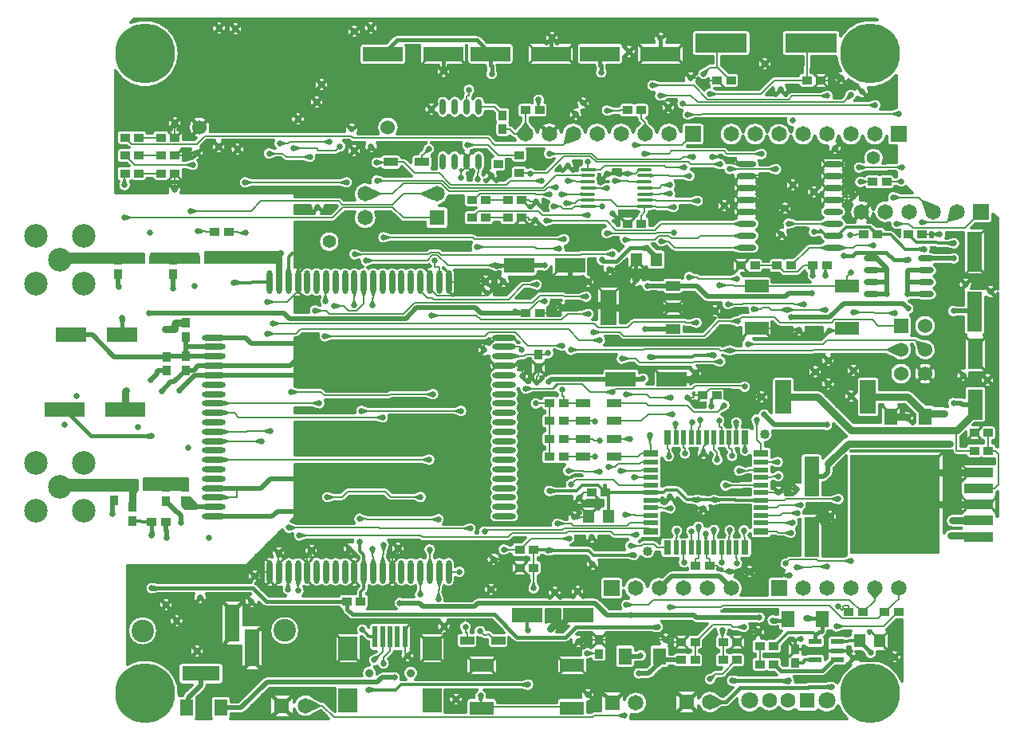
<source format=gtl>
*
%LPD*%
%LNSABOTEN3G-L1*%
%FSLAX25Y25*%
%MOIN*%
%AD*%
%AD*%
%ADD19C,0.25*%
%ADD20R,0.065X0.065*%
%ADD21C,0.065*%
%ADD25R,0.06X0.06*%
%ADD26C,0.06*%
%ADD33R,0.062990157X0.062990157*%
%ADD36C,0.03*%
%ADD38C,0.012*%
%ADD39C,0.015*%
%ADD40C,0.01*%
%ADD41R,0.064959843X0.064959843*%
%ADD42C,0.064959843*%
%ADD43C,0.035*%
%ADD44C,0.006*%
%ADD64C,0.098429921*%
%ADD65C,0.062990157*%
%ADD67C,0.02*%
%ADD68C,0.070870079*%
%ADD69C,0.055*%
%ADD71C,0.025*%
%ADD99C,0.04*%
%ADD102R,0.035X0.039*%
%ADD103R,0.039X0.035*%
%ADD104R,0.125979921X0.062990157*%
%ADD105R,0.05X0.058*%
%ADD106R,0.062990157X0.125979921*%
%ADD107R,0.055120079X0.070870079*%
%ADD108R,0.019690157X0.09055*%
%ADD109R,0.078740157X0.098429921*%
%ADD110R,0.066929921X0.141729921*%
%ADD111O,0.066929921X0.023620079*%
%ADD112O,0.023620079X0.066929921*%
%ADD113R,0.098429921X0.055120079*%
%ADD114O,0.059059843X0.01575*%
%ADD115R,0.04X0.035*%
%ADD116R,0.06X0.04*%
%ADD117R,0.07X0.15*%
%ADD118R,0.055120079X0.023620079*%
%ADD119R,0.03X0.06*%
%ADD120R,0.02X0.06*%
%ADD121R,0.06X0.03*%
%ADD122R,0.06X0.02*%
%ADD123O,0.082679921X0.023620079*%
%ADD124R,0.12205X0.043309843*%
%ADD125R,0.37795X0.417320079*%
%ADD126R,0.217X0.08*%
%ADD127O,0.024X0.098429921*%
%ADD128O,0.098429921X0.024*%
%ADD129R,0.059059843X0.035429921*%
%ADD130R,0.157479921X0.059059843*%
%ADD131R,0.059059843X0.157479921*%
%ADD132C,0.094490157*%
%ADD133R,0.062990157X0.16535*%
%ADD134C,0.026*%
%ADD158R,0.16535X0.062990157*%
G54D19*
%SRX1Y1I0.0J0.0*%
G1X365138Y-295716D3*
G1X62075Y-27999D3*
G1X365138Y-27999D3*
G1X62075Y-295716D3*
G54D20*
G1X257075Y-251716D3*
G1X291075Y-61716D3*
G1X327075Y-251716D3*
G1X377075Y-61716D3*
G1X411575Y-94216D3*
G54D21*
G1X267075Y-251716D3*
G1X277075Y-251716D3*
G1X287075Y-251716D3*
G1X297075Y-251716D3*
G1X307075Y-251716D3*
G1X281075Y-61716D3*
G1X271075Y-61716D3*
G1X261075Y-61716D3*
G1X251075Y-61716D3*
G1X241075Y-61716D3*
G1X231075Y-61716D3*
G1X221075Y-61716D3*
G1X337075Y-251716D3*
G1X347075Y-251716D3*
G1X357075Y-251716D3*
G1X367075Y-251716D3*
G1X377075Y-251716D3*
G1X367075Y-61716D3*
G1X357075Y-61716D3*
G1X347075Y-61716D3*
G1X337075Y-61716D3*
G1X327075Y-61716D3*
G1X317075Y-61716D3*
G1X307075Y-61716D3*
G1X401575Y-94216D3*
G1X391575Y-94216D3*
G1X381575Y-94216D3*
G1X371575Y-94216D3*
G1X361575Y-94216D3*
G54D25*
G1X378075Y-141916D3*
G54D26*
G1X163593Y-58816D3*
G1X84853Y-58816D3*
G1X388075Y-141916D3*
G1X378075Y-151916D3*
G1X388075Y-151916D3*
G1X378075Y-161916D3*
G1X388075Y-161916D3*
G54D33*
G1X338749Y-298616D3*
G1X56775Y-217716D2*
G54D36*
G1X56775Y-211216D1*
G1X57375Y-210616D1*
G1X53673Y-176816D2*
G1X53673Y-169218D1*
G1X54075Y-168816D1*
G1X70575Y-143416D2*
G1X74175Y-143416D1*
G1X74475Y-143116D1*
G1X74475Y-141116D1*
G1X74875Y-140716D1*
G1X78975Y-140716D1*
G1X231475Y-268516D2*
G1X234075Y-265916D1*
G1X234675Y-266516D1*
G1X234675Y-266996D1*
G1X235275Y-267596D1*
G1X240055Y-262816D1*
G1X243205Y-262816D1*
G1X340675Y-230114D2*
G1X340675Y-224996D1*
G1X345455Y-220216D1*
G1X345575Y-220336D1*
G1X345575Y-224016D1*
G1X345775Y-224216D1*
G1X348375Y-221616D1*
G1X410590Y-216716D2*
G1X380675Y-216716D1*
G1X380675Y-213016D1*
G1X375551Y-216716D2*
G1X380675Y-216716D1*
G1X399575Y-223416D2*
G1X399582Y-223409D1*
G1X410590Y-223409D1*
G1X398875Y-229716D2*
G1X410205Y-229716D1*
G1X410590Y-230102D1*
G1X236575Y-134316D2*
G1X242475Y-134316D1*
G1X243475Y-133316D1*
G1X255575Y-133316D1*
G1X256475Y-134216D1*
G1X282775Y-134216D1*
G1X288075Y-134216D1*
G1X289475Y-135616D1*
G1X300175Y-135616D1*
G1X282205Y-164216D2*
G1X290875Y-164216D1*
G1X291975Y-163116D1*
G1X291975Y-161716D1*
G1X380675Y-213016D2*
G1X380675Y-204916D1*
G1X380675Y-203330D1*
G1X410590Y-203330D1*
G1X347375Y-199716D2*
G1X355975Y-191116D1*
G1X398575Y-191116D1*
G1X388062Y-178816D2*
G1X388275Y-179029D1*
G1X388275Y-179816D1*
G1X388062Y-178816D2*
G1X388362Y-178516D1*
G1X396075Y-178516D1*
G1X343075Y-171616D2*
G1X356975Y-185516D1*
G1X401275Y-185516D1*
G1X364291Y-171716D2*
G1X380962Y-171716D1*
G1X388062Y-178816D1*
G1X328858Y-171716D2*
G1X336975Y-171716D1*
G1X337075Y-171616D1*
G1X343075Y-171616D1*
G1X373875Y-179816D2*
G1X380575Y-179816D1*
G1X380575Y-180416D1*
G1X380575Y-180416D3*
G1X401275Y-185516D2*
G1X401554Y-185516D1*
G1X409075Y-177996D1*
G1X409075Y-174846D1*
G1X157975Y-294116D2*
G54D38*
G1X155870Y-293621D1*
G1X157275Y-294116D1*
G1X155870Y-294611D1*
G1X157975Y-294116D1*
G1X156139Y-294516D2*
G1X156274Y-294516D1*
G1X156875Y-294375D2*
G1X156875Y-294257D1*
G1X156875Y-293975D2*
G1X156875Y-293857D1*
G1X219575Y-292016D2*
G1X221680Y-292511D1*
G1X220275Y-292016D1*
G1X221680Y-291521D1*
G1X219575Y-292016D1*
G1X220000Y-292116D2*
G1X220558Y-292116D1*
G1X220475Y-292228D2*
G1X220475Y-292086D1*
G1X220475Y-291946D2*
G1X220475Y-291804D1*
G1X221675Y-292510D2*
G1X221675Y-292509D1*
G1X221675Y-291523D2*
G1X221675Y-291522D1*
G1X101775Y-123916D2*
G1X99670Y-123421D1*
G1X101075Y-123916D1*
G1X99670Y-124411D1*
G1X101775Y-123916D1*
G1X100507Y-124116D2*
G1X100924Y-124116D1*
G1X100475Y-124222D2*
G1X100475Y-124127D1*
G1X100475Y-123705D2*
G1X100475Y-123610D1*
G1X101675Y-123940D2*
G1X101675Y-123892D1*
G1X122047Y-117465D2*
G1X121623Y-119441D1*
G1X122047Y-118065D1*
G1X122471Y-119441D1*
G1X122047Y-117465D1*
G1X121650Y-119316D2*
G1X121661Y-119316D1*
G1X122433Y-119316D2*
G1X122445Y-119316D1*
G1X121907Y-118116D2*
G1X122031Y-118116D1*
G1X122063Y-118116D2*
G1X122187Y-118116D1*
G1X122075Y-118154D2*
G1X122075Y-117593D1*
G1X131775Y-114716D2*
G1X133880Y-115211D1*
G1X132475Y-114716D1*
G1X133880Y-114221D1*
G1X131775Y-114716D1*
G1X132625Y-114516D2*
G1X133042Y-114516D1*
G1X132875Y-114975D2*
G1X132875Y-114857D1*
G1X132875Y-114575D2*
G1X132875Y-114457D1*
G1X233075Y-235916D2*
G1X230970Y-235421D1*
G1X232375Y-235916D1*
G1X230970Y-236411D1*
G1X233075Y-235916D1*
G1X231807Y-235716D2*
G1X232224Y-235716D1*
G1X231275Y-236339D2*
G1X231275Y-236304D1*
G1X231275Y-235528D2*
G1X231275Y-235493D1*
G1X232475Y-236057D2*
G1X232475Y-235775D1*
G1X263775Y-237816D2*
G1X265880Y-238311D1*
G1X264475Y-237816D1*
G1X265880Y-237321D1*
G1X263775Y-237816D1*
G1X265050Y-238116D2*
G1X265326Y-238116D1*
G1X264875Y-238075D2*
G1X264875Y-237957D1*
G1X264875Y-237675D2*
G1X264875Y-237557D1*
G1X302475Y-214716D2*
G1X300370Y-214221D1*
G1X301775Y-214716D1*
G1X300370Y-215211D1*
G1X302475Y-214716D1*
G1X300875Y-215092D2*
G1X300875Y-215033D1*
G1X300875Y-214399D2*
G1X300875Y-214340D1*
G1X302075Y-214810D2*
G1X302075Y-214622D1*
G1X308875Y-244716D2*
G1X306770Y-244221D1*
G1X308175Y-244716D1*
G1X306770Y-245211D1*
G1X308875Y-244716D1*
G1X306875Y-245186D2*
G1X306875Y-245174D1*
G1X306875Y-244258D2*
G1X306875Y-244246D1*
G1X308075Y-244904D2*
G1X308075Y-244751D1*
G1X308075Y-244681D2*
G1X308075Y-244528D1*
G1X312075Y-244716D2*
G1X314180Y-245211D1*
G1X312775Y-244716D1*
G1X314180Y-244221D1*
G1X312075Y-244716D1*
G1X312875Y-244904D2*
G1X312875Y-244751D1*
G1X312875Y-244681D2*
G1X312875Y-244528D1*
G1X314075Y-245186D2*
G1X314075Y-245174D1*
G1X314075Y-244258D2*
G1X314075Y-244246D1*
G1X328975Y-246316D2*
G1X331080Y-246811D1*
G1X329675Y-246316D1*
G1X331080Y-245821D1*
G1X328975Y-246316D1*
G1X329825Y-246516D2*
G1X330242Y-246516D1*
G1X329675Y-246481D2*
G1X329675Y-246316D1*
G1X329675Y-246151D1*
G1X330875Y-246763D2*
G1X330875Y-246739D1*
G1X330875Y-245893D2*
G1X330875Y-245869D1*
G1X233675Y-211016D2*
G1X231570Y-210521D1*
G1X232975Y-211016D1*
G1X231570Y-211511D1*
G1X233675Y-211016D1*
G1X232475Y-211298D2*
G1X232475Y-211192D1*
G1X232475Y-210840D2*
G1X232475Y-210734D1*
G1X233675Y-211016D3*
G1X275875Y-155016D2*
G1X273770Y-154521D1*
G1X275175Y-155016D1*
G1X273770Y-155511D1*
G1X275875Y-155016D1*
G1X274323Y-155316D2*
G1X274599Y-155316D1*
G1X274475Y-155345D2*
G1X274475Y-155263D1*
G1X274475Y-154769D2*
G1X274475Y-154687D1*
G1X275675Y-155063D2*
G1X275675Y-154969D1*
G1X297075Y-154116D2*
G1X299180Y-154611D1*
G1X297775Y-154116D1*
G1X299180Y-153621D1*
G1X297075Y-154116D1*
G1X297775Y-154116D1*
G1X297275Y-154163D2*
G1X297275Y-154069D1*
G1X298475Y-154445D2*
G1X298475Y-154363D1*
G1X298475Y-153869D2*
G1X298475Y-153787D1*
G1X290475Y-214616D2*
G1X292580Y-215111D1*
G1X291175Y-214616D1*
G1X292580Y-214121D1*
G1X290475Y-214616D1*
G1X291275Y-214804D2*
G1X291275Y-214651D1*
G1X291275Y-214581D2*
G1X291275Y-214428D1*
G1X292475Y-215086D2*
G1X292475Y-215074D1*
G1X292475Y-214158D2*
G1X292475Y-214146D1*
G1X397575Y-107416D2*
G1X399680Y-107911D1*
G1X398275Y-107416D1*
G1X399680Y-106921D1*
G1X397575Y-107416D1*
G1X398000Y-107316D2*
G1X398558Y-107316D1*
G1X398075Y-107534D2*
G1X398075Y-107298D1*
G1X399275Y-107816D2*
G1X399275Y-107768D1*
G1X399275Y-107064D2*
G1X399275Y-107016D1*
G1X385275Y-109816D2*
G1X387380Y-110311D1*
G1X385975Y-109816D1*
G1X387380Y-109321D1*
G1X385275Y-109816D1*
G1X385700Y-109716D2*
G1X386258Y-109716D1*
G1X386075Y-110004D2*
G1X386075Y-109851D1*
G1X386075Y-109781D2*
G1X386075Y-109628D1*
G1X387275Y-110286D2*
G1X387275Y-110274D1*
G1X387275Y-109358D2*
G1X387275Y-109346D1*
G1X155375Y-294116D2*
G1X166875Y-294116D1*
G1X168975Y-292016D1*
G1X222175Y-292016D1*
G1X152875Y-269016D2*
G1X155275Y-271416D1*
G1X155275Y-271516D1*
G1X155775Y-272016D1*
G1X158175Y-272016D1*
G1X152275Y-257216D2*
G1X152275Y-253216D1*
G1X153543Y-251947D1*
G1X153543Y-244846D1*
G1X151675Y-232416D2*
G1X151675Y-235916D1*
G1X153543Y-237785D1*
G1X153543Y-244846D1*
G1X56775Y-223516D2*
G1X60475Y-223516D1*
G1X60775Y-223816D1*
G1X64875Y-223816D1*
G1X99175Y-123916D2*
G1X106475Y-123916D1*
G1X106805Y-123586D1*
G1X114173Y-123586D1*
G1X122047Y-123586D2*
G1X122047Y-113144D1*
G1X123475Y-111716D1*
G1X126475Y-111716D1*
G1X125984Y-123586D2*
G1X125984Y-117216D1*
G1X128484Y-114716D1*
G1X134375Y-114716D1*
G1X224475Y-235616D2*
G1X230175Y-235616D1*
G1X230275Y-235716D1*
G1X221945Y-262816D2*
G1X221945Y-268986D1*
G1X222275Y-269316D1*
G1X230475Y-235916D2*
G1X247475Y-235916D1*
G1X249375Y-237816D1*
G1X266375Y-237816D1*
G1X293075Y-214616D2*
G1X296375Y-214616D1*
G1X296475Y-214716D1*
G1X299875Y-214716D1*
G1X308775Y-214716D1*
G1X308875Y-214816D1*
G1X319575Y-214816D1*
G1X306275Y-244716D2*
G1X314675Y-244716D1*
G1X273575Y-214816D2*
G1X278475Y-214816D1*
G1X278975Y-215316D1*
G1X279575Y-215316D1*
G1X281575Y-213316D1*
G1X314675Y-244716D2*
G1X318075Y-244716D1*
G1X319675Y-246316D1*
G1X331575Y-246316D1*
G1X351499Y-274076D2*
G1X355915Y-274076D1*
G1X356375Y-273616D1*
G1X360775Y-273616D1*
G1X351499Y-277816D2*
G1X355675Y-277816D1*
G1X355875Y-278016D1*
G1X355875Y-278716D1*
G1X358175Y-281016D1*
G1X333875Y-277216D2*
G1X341875Y-277216D1*
G1X342475Y-277816D1*
G1X351499Y-277816D1*
G1X333875Y-277216D2*
G1X333875Y-273816D1*
G1X334675Y-273016D1*
G1X336175Y-273016D1*
G1X333875Y-283016D2*
G1X337075Y-283016D1*
G1X337475Y-282616D1*
G1X337475Y-281956D1*
G1X337875Y-281556D1*
G1X342050Y-281556D1*
G1X324775Y-276016D2*
G1X324975Y-276016D1*
G1X330675Y-270316D1*
G1X341499Y-270316D1*
G1X342275Y-271092D1*
G1X254475Y-208516D2*
G1X254475Y-211716D1*
G1X254975Y-211616D2*
G1X273575Y-211616D1*
G1X231075Y-211016D2*
G1X242575Y-211016D1*
G1X244875Y-208716D1*
G1X251475Y-208716D1*
G1X254075Y-211316D1*
G1X254075Y-208516D1*
G1X254475Y-208516D1*
G1X254475Y-208516D3*
G1X298875Y-175516D2*
G1X298875Y-172816D1*
G1X300775Y-170916D1*
G1X300975Y-170916D1*
G1X273275Y-155016D2*
G1X290775Y-155016D1*
G1X291675Y-154116D1*
G1X299675Y-154116D1*
G1X254875Y-211716D2*
G1X255675Y-212516D1*
G1X255675Y-221716D1*
G1X273575Y-211616D2*
G1X278675Y-211616D1*
G1X279675Y-210616D1*
G1X284575Y-210616D1*
G1X288575Y-214616D1*
G1X293075Y-214616D1*
G1X351575Y-104216D2*
G1X355075Y-100716D1*
G1X364975Y-100716D1*
G1X365175Y-100916D1*
G1X365275Y-100916D1*
G1X368075Y-103716D1*
G1X368275Y-103716D1*
G1X341675Y-102616D2*
G1X344375Y-102616D1*
G1X344475Y-102516D1*
G1X344475Y-102073D1*
G1X344532Y-102016D1*
G1X346732Y-104216D1*
G1X349685Y-104216D1*
G1X381075Y-103716D2*
G1X381275Y-103716D1*
G1X384475Y-106916D1*
G1X392875Y-106916D1*
G1X393375Y-107416D1*
G1X400175Y-107416D1*
G1X368275Y-103716D2*
G1X373675Y-103716D1*
G1X379775Y-109816D1*
G1X387875Y-109816D1*
G1X392875Y-161916D2*
G75*
G3X392875Y-161916I-4800J0D1*
G1X382875Y-161916D2*
G3X382875Y-161916I-4800J0D1*
G1X361175Y-160516D2*
G3X361175Y-160516I-3100J0D1*
G1X350675Y-166216D2*
G3X350675Y-166216I-3100J0D1*
G1X345275Y-161116D2*
G3X345275Y-161116I-3100J0D1*
G1X322875Y-171616D2*
G3X322875Y-171616I-3100J0D1*
G1X392875Y-141916D2*
G3X392875Y-141916I-4800J0D1*
G1X324175Y-32216D2*
G3X324175Y-32216I-3100J0D1*
G1X159475Y-17216D2*
G3X159475Y-17216I-3100J0D1*
G1X152575Y-18716D2*
G3X152575Y-18716I-3100J0D1*
G1X136975Y-48316D2*
G3X136975Y-48316I-3100J0D1*
G1X138875Y-40916D2*
G3X138875Y-40916I-3100J0D1*
G1X129075Y-55316D2*
G3X129075Y-55316I-3100J0D1*
G1X102975Y-17616D2*
G3X102975Y-17616I-3100J0D1*
G1X96075Y-17316D2*
G3X96075Y-17316I-3100J0D1*
G1X103775Y-68016D2*
G3X103775Y-68016I-3100J0D1*
G1X152575Y-68616D2*
G3X152575Y-68616I-3100J0D1*
G1X332575Y-92716D2*
G3X332575Y-92716I-3100J0D1*
G1X335875Y-82916D2*
G3X335875Y-82916I-3100J0D1*
G1X195075Y-298116D2*
G3X195075Y-298116I-3100J0D1*
G1X143625Y-106716D2*
G3X143625Y-106716I-4550J0D1*
G1X209675Y-252116D2*
G3X209675Y-252116I-3100J0D1*
G1X170875Y-234916D2*
G3X170875Y-234916I-3100J0D1*
G1X307175Y-91616D2*
G3X307175Y-91616I-3100J0D1*
G1X317775Y-244716D2*
G3X317775Y-244716I-3100J0D1*
G1X378375Y-280416D2*
G3X378375Y-280416I-3100J0D1*
G1X78375Y-265316D2*
G3X78375Y-265316I-3100J0D1*
G1X73975Y-258516D2*
G3X73975Y-258516I-3100J0D1*
G1X67399Y-269516D2*
G3X67399Y-269516I-6324J0D1*
G1X86875Y-277916D2*
G3X86875Y-277916I-3100J0D1*
G1X126799Y-269416D2*
G3X126799Y-269416I-6324J0D1*
G74*
G1X418475Y-221467D2*
G1X418475Y-211303D1*
G1X418411Y-211367D1*
G1X418293Y-211475D2*
G75*
G3X418411Y-211367I-1223J1454D1*
G74*
G1X418293Y-211475D2*
G1X418293Y-212188D1*
G1X417772Y-213370D2*
G75*
G3X418293Y-212188I-1079J1182D1*
G1X418293Y-214551D2*
G3X417772Y-213370I-1600J0D1*
G74*
G1X418293Y-214551D2*
G1X418293Y-218881D1*
G1X417772Y-220062D2*
G75*
G3X418293Y-218881I-1079J1181D1*
G1X418293Y-221244D2*
G3X417772Y-220062I-1600J0D1*
G74*
G1X418293Y-221244D2*
G1X418293Y-221649D1*
G1X418475Y-221467D1*
G1X416975Y-199590D2*
G1X416975Y-197469D1*
G1X416425Y-197566D2*
G75*
G3X416975Y-197469I1J1600D1*
G74*
G1X416425Y-197566D2*
G1X412525Y-197566D1*
G1X411575Y-197253D2*
G75*
G3X412525Y-197566I951J1287D1*
G1X410625Y-197566D2*
G3X411575Y-197253I-1J1600D1*
G74*
G1X410625Y-197566D2*
G1X406725Y-197566D1*
G1X405132Y-196116D2*
G75*
G3X406725Y-197566I1593J150D1*
G74*
G1X405132Y-196116D2*
G1X401275Y-196116D1*
G1X399375Y-194216D2*
G75*
G3X401275Y-196116I1900J0D1*
G74*
G1X399375Y-194216D2*
G1X399375Y-194111D1*
G1X398575Y-194216D2*
G75*
G3X399375Y-194111I0J3100D1*
G74*
G1X398575Y-194216D2*
G1X357259Y-194216D1*
G1X357225Y-194250D1*
G1X394449Y-194250D1*
G1X396049Y-195850D2*
G75*
G3X394449Y-194250I-1600J0D1*
G74*
G1X396049Y-195850D2*
G1X396049Y-228442D1*
G1X398875Y-226616D2*
G75*
G3X396049Y-228442I0J-3100D1*
G74*
G1X398875Y-226616D2*
G1X403274Y-226616D1*
G1X403189Y-226509D2*
G75*
G3X403274Y-226616I1294J941D1*
G74*
G1X403189Y-226509D2*
G1X399784Y-226509D1*
G1X397383Y-221224D2*
G75*
G3X399784Y-226509I2192J-2192D1*
G74*
G1X397383Y-221224D2*
G1X397390Y-221217D1*
G1X399582Y-220309D2*
G75*
G3X397390Y-221217I0J-3100D1*
G74*
G1X399582Y-220309D2*
G1X403189Y-220309D1*
G1X403409Y-220062D2*
G75*
G3X403189Y-220309I1079J-1182D1*
G1X402888Y-218881D2*
G3X403409Y-220062I1600J0D1*
G74*
G1X402888Y-218881D2*
G1X402888Y-214551D1*
G1X403409Y-213370D2*
G75*
G3X402888Y-214551I1079J-1181D1*
G1X402888Y-212188D2*
G3X403409Y-213370I1600J-1D1*
G74*
G1X402888Y-212188D2*
G1X402888Y-207858D1*
G1X403409Y-206677D2*
G75*
G3X402888Y-207858I1079J-1181D1*
G1X402888Y-205496D2*
G3X403409Y-206677I1600J0D1*
G74*
G1X402888Y-205496D2*
G1X402888Y-201165D1*
G1X404488Y-199565D2*
G75*
G3X402888Y-201165I0J-1600D1*
G74*
G1X404488Y-199565D2*
G1X416693Y-199565D1*
G1X416975Y-199590D2*
G75*
G3X416693Y-199565I-282J-1575D1*
G74*
G1X418475Y-126735D2*
G1X418475Y-96965D1*
G1X416625Y-95115D1*
G1X416625Y-97466D1*
G1X414825Y-99266D2*
G75*
G3X416625Y-97466I0J1800D1*
G74*
G1X414825Y-99266D2*
G1X409212Y-99266D1*
G1X407528Y-100950D1*
G1X412024Y-100950D1*
G1X413624Y-102550D2*
G75*
G3X412024Y-100950I-1600J0D1*
G74*
G1X413624Y-102550D2*
G1X413624Y-119085D1*
G1X412024Y-120685D2*
G75*
G3X413624Y-119085I0J1600D1*
G74*
G1X412024Y-120685D2*
G1X405725Y-120685D1*
G1X404125Y-119085D2*
G75*
G3X405725Y-120685I1600J0D1*
G74*
G1X404125Y-119085D2*
G1X404125Y-102916D1*
G1X397170Y-102916D1*
G1X396888Y-105216D2*
G75*
G3X397170Y-102916I-2713J1500D1*
G74*
G1X396888Y-105216D2*
G1X397319Y-105216D1*
G1X398783Y-104872D1*
G1X398783Y-109960D2*
G75*
G3X398783Y-104872I1392J2544D1*
G74*
G1X398783Y-109960D2*
G1X397319Y-109616D1*
G1X393375Y-109616D1*
G1X391978Y-109116D2*
G75*
G3X393375Y-109616I1396J1700D1*
G74*
G1X391978Y-109116D2*
G1X390689Y-109116D1*
G1X390550Y-110935D2*
G75*
G3X390689Y-109116I-2675J1119D1*
G74*
G1X390550Y-110935D2*
G1X390657Y-110935D1*
G1X391644Y-111116D2*
G75*
G3X390657Y-110935I-987J-2600D1*
G74*
G1X391644Y-111116D2*
G1X398790Y-111116D1*
G1X398790Y-116316D2*
G75*
G3X398790Y-111116I1285J2600D1*
G74*
G1X398790Y-116316D2*
G1X392063Y-116316D1*
G1X391876Y-121216D2*
G75*
G3X392063Y-116316I-1219J2500D1*
G1X391876Y-126216D2*
G3X391876Y-121216I-1219J2500D1*
G1X390657Y-131497D2*
G3X391876Y-126216I0J2781D1*
G74*
G1X390657Y-131497D2*
G1X386327Y-131497D1*
G1X385339Y-131316D2*
G75*
G3X386327Y-131497I987J2600D1*
G74*
G1X385339Y-131316D2*
G1X382159Y-131316D1*
G1X381568Y-131532D2*
G75*
G3X382159Y-131316I-694J2816D1*
G74*
G1X381568Y-131532D2*
G1X382005Y-131969D1*
G1X382093Y-137431D2*
G75*
G3X382005Y-131969I-1018J2715D1*
G1X382875Y-138916D2*
G3X382093Y-137431I-1800J0D1*
G74*
G1X382875Y-138916D2*
G1X382875Y-144916D1*
G1X382571Y-145916D2*
G75*
G3X382875Y-144916I-1496J1001D1*
G74*
G1X382571Y-145916D2*
G1X383975Y-145916D1*
G1X385318Y-146472D2*
G75*
G3X383975Y-145916I-1343J-1344D1*
G74*
G1X385318Y-146472D2*
G1X385566Y-146720D1*
G1X387484Y-147152D1*
G1X383311Y-151326D2*
G75*
G3X387484Y-147152I4764J-590D1*
G74*
G1X383311Y-151326D2*
G1X382948Y-149716D1*
G1X382341Y-149716D1*
G1X374540Y-155163D2*
G75*
G3X382341Y-149716I3535J3247D1*
G74*
G1X374540Y-155163D2*
G1X371653Y-153816D1*
G1X349263Y-153816D1*
G1X345886Y-153816D2*
G75*
G3X349264Y-153815I1689J-2600D1*
G74*
G1X345886Y-153816D2*
G1X342299Y-153816D1*
G1X341275Y-154116D2*
G75*
G3X342299Y-153816I-1J1900D1*
G74*
G1X341275Y-154116D2*
G1X309418Y-154116D1*
G1X308130Y-154597D1*
G1X304819Y-154597D2*
G75*
G3X308130Y-154597I1656J2381D1*
G74*
G1X304819Y-154597D2*
G1X303559Y-154127D1*
G1X300819Y-159197D2*
G75*
G3X303560Y-154126I1656J2381D1*
G74*
G1X300819Y-159197D2*
G1X299531Y-158716D1*
G1X292756Y-158716D1*
G1X290104Y-164188D2*
G75*
G3X292756Y-158715I1871J2472D1*
G74*
G1X290104Y-164188D2*
G1X290104Y-166300D1*
G1X290731Y-165672D1*
G1X292075Y-165116D2*
G75*
G3X290731Y-165672I-1J-1900D1*
G74*
G1X292075Y-165116D2*
G1X310908Y-165116D1*
G1X310193Y-168916D2*
G75*
G3X310909Y-165116I2482J1500D1*
G74*
G1X310193Y-168916D2*
G1X304505Y-168916D1*
G1X304525Y-169166D2*
G75*
G3X304505Y-168916I-1600J-2D1*
G74*
G1X304525Y-169166D2*
G1X304525Y-172227D1*
G1X304788Y-177970D2*
G75*
G3X304525Y-172227I-513J2854D1*
G74*
G1X304788Y-177970D2*
G1X303537Y-178541D1*
G1X303154Y-178924D1*
G1X304396Y-183355D2*
G75*
G3X303154Y-178924I-2321J1739D1*
G1X304813Y-184137D2*
G3X304396Y-183355I-1838J-478D1*
G1X305075Y-184116D2*
G3X304813Y-184137I-4J-1600D1*
G74*
G1X305075Y-184116D2*
G1X306910Y-184116D1*
G1X306894Y-184071D1*
G1X311656Y-184071D2*
G75*
G3X306894Y-184071I-2381J1655D1*
G74*
G1X311656Y-184071D2*
G1X311639Y-184116D1*
G1X314375Y-184116D1*
G1X315775Y-184941D2*
G75*
G3X314375Y-184116I-1400J-775D1*
G74*
G1X315775Y-184941D2*
G1X315775Y-184059D1*
G1X315294Y-182771D1*
G1X318079Y-178244D2*
G75*
G3X315294Y-182771I-404J-2872D1*
G1X323621Y-178086D2*
G3X318079Y-178244I-2747J-930D1*
G74*
G1X323621Y-178086D2*
G1X323912Y-178376D1*
G1X323912Y-164629D1*
G1X325512Y-163029D2*
G75*
G3X323912Y-164629I0J-1600D1*
G74*
G1X325512Y-163029D2*
G1X332205Y-163029D1*
G1X333805Y-164629D2*
G75*
G3X332205Y-163029I-1600J0D1*
G74*
G1X333805Y-164629D2*
G1X333805Y-168616D1*
G1X336294Y-168616D1*
G1X337075Y-168516D2*
G75*
G3X336294Y-168616I0J-3100D1*
G74*
G1X337075Y-168516D2*
G1X343075Y-168516D1*
G1X345267Y-169424D2*
G75*
G3X343075Y-168516I-2192J-2192D1*
G74*
G1X345267Y-169424D2*
G1X358259Y-182416D1*
G1X369519Y-182416D1*
G1X369519Y-176273D1*
G1X370457Y-174816D2*
G75*
G3X369519Y-176273I662J-1457D1*
G74*
G1X370457Y-174816D2*
G1X369238Y-174816D1*
G1X369238Y-178803D1*
G1X367638Y-180403D2*
G75*
G3X369238Y-178803I0J1600D1*
G74*
G1X367638Y-180403D2*
G1X360945Y-180403D1*
G1X359345Y-178803D2*
G75*
G3X360945Y-180403I1600J0D1*
G74*
G1X359345Y-178803D2*
G1X359345Y-173427D1*
G1X359345Y-169205D2*
G75*
G3X359345Y-173427I-2270J-2111D1*
G74*
G1X359345Y-169205D2*
G1X359345Y-164629D1*
G1X360945Y-163029D2*
G75*
G3X359345Y-164629I0J-1600D1*
G74*
G1X360945Y-163029D2*
G1X367638Y-163029D1*
G1X369238Y-164629D2*
G75*
G3X367638Y-163029I-1600J0D1*
G74*
G1X369238Y-164629D2*
G1X369238Y-168616D1*
G1X380962Y-168616D1*
G1X383154Y-169524D2*
G75*
G3X380962Y-168616I-2192J-2192D1*
G74*
G1X383154Y-169524D2*
G1X388303Y-174673D1*
G1X391031Y-174673D1*
G1X392382Y-175416D2*
G75*
G3X391031Y-174673I-1351J-857D1*
G74*
G1X392382Y-175416D2*
G1X396075Y-175416D1*
G1X397533Y-175780D2*
G75*
G3X396075Y-175416I-1458J-2736D1*
G1X401259Y-171616D2*
G3X397533Y-175780I-1284J-2600D1*
G74*
G1X401259Y-171616D2*
G1X403275Y-171616D1*
G1X404325Y-171838D2*
G75*
G3X403275Y-171616I-1051J-2378D1*
G74*
G1X404325Y-171838D2*
G1X404325Y-168547D1*
G1X405925Y-166947D2*
G75*
G3X404325Y-168547I0J-1600D1*
G74*
G1X405925Y-166947D2*
G1X412224Y-166947D1*
G1X412251Y-166947D2*
G1X412224Y-166947D1*
G1X413462Y-167533D2*
G75*
G3X412251Y-166947I713J3017D1*
G1X413824Y-168547D2*
G3X413462Y-167533I-1600J0D1*
G74*
G1X413824Y-168547D2*
G1X413824Y-181145D1*
G1X412224Y-182745D2*
G75*
G3X413824Y-181145I0J1600D1*
G74*
G1X412224Y-182745D2*
G1X408709Y-182745D1*
G1X408088Y-183366D1*
G1X410625Y-183366D1*
G1X411575Y-183679D2*
G75*
G3X410625Y-183366I-951J-1287D1*
G1X412525Y-183366D2*
G3X411575Y-183679I1J-1600D1*
G74*
G1X412525Y-183366D2*
G1X416425Y-183366D1*
G1X418025Y-184966D2*
G75*
G3X416425Y-183366I-1600J0D1*
G74*
G1X418025Y-184966D2*
G1X418025Y-188466D1*
G1X416425Y-190066D2*
G75*
G3X418025Y-188466I0J1600D1*
G74*
G1X416425Y-190066D2*
G1X416375Y-190066D1*
G1X416375Y-190866D1*
G1X416425Y-190866D1*
G1X418022Y-192369D2*
G75*
G3X416425Y-190866I-1597J-97D1*
G1X418475Y-192543D2*
G3X418022Y-192369I-902J-1672D1*
G74*
G1X418475Y-192543D2*
G1X418475Y-128297D1*
G1X413624Y-130003D2*
G75*
G3X418475Y-128297I1851J2487D1*
G74*
G1X413624Y-130003D2*
G1X413624Y-144282D1*
G1X412664Y-145749D2*
G75*
G3X413624Y-144282I-640J1467D1*
G1X413824Y-147287D2*
G3X412664Y-145749I-1600J0D1*
G74*
G1X413824Y-147287D2*
G1X413824Y-159885D1*
G1X412224Y-161485D2*
G75*
G3X413824Y-159885I0J1600D1*
G74*
G1X412224Y-161485D2*
G1X406898Y-161485D1*
G1X404325Y-159436D2*
G75*
G3X406899Y-161485I-350J-3080D1*
G74*
G1X404325Y-159436D2*
G1X404325Y-147287D1*
G1X405285Y-145820D2*
G75*
G3X404325Y-147287I640J-1467D1*
G1X404125Y-144282D2*
G3X405285Y-145820I1600J0D1*
G74*
G1X404125Y-144282D2*
G1X404125Y-138316D1*
G1X401259Y-138316D1*
G1X401259Y-133116D2*
G75*
G3X401259Y-138316I-1284J-2600D1*
G74*
G1X401259Y-133116D2*
G1X404125Y-133116D1*
G1X404125Y-127747D1*
G1X404144Y-127503D2*
G75*
G3X404125Y-127747I1581J-246D1*
G1X407611Y-126147D2*
G3X404145Y-127502I-2636J1631D1*
G74*
G1X407611Y-126147D2*
G1X412024Y-126147D1*
G1X412637Y-126269D2*
G75*
G3X412024Y-126147I-613J-1478D1*
G1X418475Y-126735D2*
G3X412637Y-126269I-3000J-781D1*
G74*
G1X390425Y-104716D2*
G1X391240Y-104716D1*
G1X391180Y-102916D2*
G75*
G3X391240Y-104716I2995J-801D1*
G74*
G1X391180Y-102916D2*
G1X390425Y-102916D1*
G1X390425Y-104716D1*
G1X377530Y-101830D2*
G75*
G3X377525Y-101966I1595J-127D1*
G1X373389Y-98929D2*
G3X377530Y-101830I2886J-287D1*
G1X366575Y-94925D2*
G3X373389Y-98929I5000J709D1*
G1X364223Y-98516D2*
G3X366575Y-94925I-2648J4300D1*
G74*
G1X364223Y-98516D2*
G1X364975Y-98516D1*
G1X366341Y-98992D2*
G75*
G3X364975Y-98516I-1367J-1724D1*
G1X366830Y-99360D2*
G3X366341Y-98992I-1554J-1556D1*
G74*
G1X366830Y-99360D2*
G1X367836Y-100366D1*
G1X370225Y-100366D1*
G1X371760Y-101516D2*
G75*
G3X370225Y-100366I-1535J-450D1*
G74*
G1X371760Y-101516D2*
G1X373675Y-101516D1*
G1X375230Y-102160D2*
G75*
G3X373675Y-101516I-1555J-1556D1*
G74*
G1X375230Y-102160D2*
G1X377525Y-104455D1*
G1X377525Y-101966D1*
G1X346075Y-146266D2*
G75*
G3X345831Y-146472I1100J-1550D1*
G1X345160Y-142516D2*
G3X346075Y-146266I2815J-1300D1*
G74*
G1X345160Y-142516D2*
G1X338309Y-142516D1*
G1X332440Y-142516D2*
G75*
G3X338310Y-142515I2935J-1000D1*
G74*
G1X332440Y-142516D2*
G1X327575Y-142516D1*
G1X326231Y-141960D2*
G75*
G3X327575Y-142516I1343J1344D1*
G74*
G1X326231Y-141960D2*
G1X324488Y-140216D1*
G1X324195Y-140216D1*
G1X324198Y-140318D2*
G75*
G3X324195Y-140216I-1600J4D1*
G74*
G1X324198Y-140318D2*
G1X324198Y-145830D1*
G1X322598Y-147430D2*
G75*
G3X324198Y-145830I0J1600D1*
G74*
G1X322598Y-147430D2*
G1X316421Y-147430D1*
G1X316918Y-147616D1*
G1X344688Y-147616D1*
G1X345831Y-146472D1*
G1X377818Y-86216D2*
G1X382726Y-86216D1*
G1X380197Y-83687D1*
G1X376194Y-83537D2*
G75*
G3X380197Y-83687I2080J2021D1*
G74*
G1X376194Y-83537D2*
G1X376088Y-83477D1*
G1X375518Y-83611D2*
G75*
G3X376088Y-83477I-145J1895D1*
G1X373925Y-85066D2*
G3X375518Y-83611I0J1600D1*
G74*
G1X373925Y-85066D2*
G1X370025Y-85066D1*
G1X369075Y-84753D2*
G75*
G3X370025Y-85066I951J1287D1*
G1X368125Y-85066D2*
G3X369075Y-84753I-1J1600D1*
G74*
G1X368125Y-85066D2*
G1X364225Y-85066D1*
G1X362751Y-84089D2*
G75*
G3X364225Y-85066I1474J623D1*
G74*
G1X362751Y-84089D2*
G1X362730Y-84097D1*
G1X362730Y-79335D2*
G75*
G3X362730Y-84097I-1655J-2381D1*
G74*
G1X362730Y-79335D2*
G1X362751Y-79343D1*
G1X364225Y-78366D2*
G75*
G3X362751Y-79343I0J-1600D1*
G74*
G1X364225Y-78366D2*
G1X368125Y-78366D1*
G1X369075Y-78679D2*
G75*
G3X368125Y-78366I-951J-1287D1*
G1X370025Y-78366D2*
G3X369075Y-78679I1J-1600D1*
G74*
G1X370025Y-78366D2*
G1X373925Y-78366D1*
G1X375486Y-79618D2*
G75*
G3X373925Y-78366I-1561J-348D1*
G74*
G1X375575Y-79616D2*
G1X375486Y-79618D1*
G1X375575Y-79616D2*
G1X375979Y-79616D1*
G1X376073Y-79563D1*
G1X375975Y-79465D1*
G1X375975Y-77544D1*
G1X375631Y-77416D1*
G1X372823Y-77416D1*
G1X371975Y-77616D2*
G75*
G3X372823Y-77416I0J1900D1*
G74*
G1X371975Y-77616D2*
G1X363518Y-77616D1*
G1X362230Y-78097D1*
G1X362230Y-73335D2*
G75*
G3X362230Y-78097I-1655J-2381D1*
G74*
G1X362230Y-73335D2*
G1X362338Y-73375D1*
G1X370611Y-73816D2*
G75*
G3X362339Y-73374I-4036J2100D1*
G74*
G1X370611Y-73816D2*
G1X371326Y-73816D1*
G1X372175Y-73616D2*
G75*
G3X371326Y-73816I0J-1900D1*
G74*
G1X372175Y-73616D2*
G1X375631Y-73616D1*
G1X375975Y-73488D1*
G1X375975Y-66766D1*
G1X373825Y-66766D1*
G1X372025Y-64966D2*
G75*
G3X373825Y-66766I1800J0D1*
G74*
G1X372025Y-64966D2*
G1X372025Y-62716D1*
G1X362075Y-62425D2*
G75*
G3X372025Y-62716I5000J709D1*
G1X352075Y-62425D2*
G3X362075Y-62425I5000J709D1*
G1X351201Y-64628D2*
G3X352075Y-62425I-4126J2912D1*
G1X347396Y-66756D2*
G3X351201Y-64627I2979J-860D1*
G1X342075Y-62425D2*
G3X347396Y-66756I5000J709D1*
G1X332075Y-62425D2*
G3X342075Y-62425I5000J709D1*
G1X322075Y-62425D2*
G3X332075Y-62425I5000J709D1*
G1X312075Y-62425D2*
G3X322075Y-62425I5000J709D1*
G1X312075Y-61007D2*
G3X312075Y-62425I-5000J-709D1*
G1X322075Y-61007D2*
G3X312075Y-61007I-5000J-709D1*
G1X330487Y-57994D2*
G3X322075Y-61007I-3412J-3722D1*
G1X329908Y-55116D2*
G3X330487Y-57994I2967J-900D1*
G74*
G1X329908Y-55116D2*
G1X295399Y-55116D1*
G1X294375Y-55416D2*
G75*
G3X295399Y-55116I-1J1900D1*
G74*
G1X294375Y-55416D2*
G1X291818Y-55416D1*
G1X290530Y-55897D1*
G1X286532Y-51806D2*
G75*
G3X290530Y-55897I2343J-1710D1*
G1X284293Y-47416D2*
G3X286532Y-51806I2482J-1500D1*
G74*
G1X284293Y-47416D2*
G1X280691Y-47416D1*
G1X278831Y-48024D2*
G75*
G3X280691Y-47416I1844J-2492D1*
G1X274808Y-44167D2*
G3X278831Y-48024I2567J-1349D1*
G1X275930Y-38935D2*
G3X274808Y-44166I-1655J-2381D1*
G74*
G1X275930Y-38935D2*
G1X277218Y-39416D1*
G1X287176Y-39416D1*
G1X292677Y-36631D2*
G75*
G3X287176Y-39416I-2602J-1685D1*
G1X295061Y-33662D2*
G3X292677Y-36631I514J-2854D1*
G74*
G1X295061Y-33662D2*
G1X296312Y-33091D1*
G1X296881Y-32522D1*
G1X298225Y-31966D2*
G75*
G3X296881Y-32522I-1J-1900D1*
G74*
G1X298225Y-31966D2*
G1X299375Y-31966D1*
G1X299375Y-29216D1*
G1X292025Y-29216D1*
G1X290425Y-27616D2*
G75*
G3X292025Y-29216I1600J0D1*
G74*
G1X290425Y-27616D2*
G1X290425Y-19616D1*
G1X292025Y-18016D2*
G75*
G3X290425Y-19616I0J-1600D1*
G74*
G1X292025Y-18016D2*
G1X313725Y-18016D1*
G1X315325Y-19616D2*
G75*
G3X313725Y-18016I-1600J0D1*
G74*
G1X315325Y-19616D2*
G1X315325Y-27616D1*
G1X313725Y-29216D2*
G75*
G3X315325Y-27616I0J1600D1*
G74*
G1X313725Y-29216D2*
G1X303175Y-29216D1*
G1X303175Y-32929D1*
G1X306112Y-35866D1*
G1X308925Y-35866D1*
G1X310525Y-37466D2*
G75*
G3X308925Y-35866I-1600J0D1*
G74*
G1X310525Y-37466D2*
G1X310525Y-40966D1*
G1X308925Y-42566D2*
G75*
G3X310525Y-40966I0J1600D1*
G74*
G1X308925Y-42566D2*
G1X305025Y-42566D1*
G1X304075Y-42253D2*
G75*
G3X305025Y-42566I951J1287D1*
G1X303125Y-42566D2*
G3X304075Y-42253I-1J1600D1*
G74*
G1X303125Y-42566D2*
G1X300281Y-42566D1*
G1X301218Y-42916D1*
G1X318688Y-42916D1*
G1X323731Y-37872D1*
G1X325075Y-37316D2*
G75*
G3X323731Y-37872I-1J-1900D1*
G74*
G1X325075Y-37316D2*
G1X335132Y-37316D1*
G1X336725Y-35866D2*
G75*
G3X335132Y-37316I0J-1600D1*
G74*
G1X336725Y-35866D2*
G1X336775Y-35866D1*
G1X336775Y-33616D1*
G1X336975Y-32767D2*
G75*
G3X336775Y-33616I1700J-849D1*
G74*
G1X336975Y-32767D2*
G1X336975Y-29216D1*
G1X329625Y-29216D1*
G1X328025Y-27616D2*
G75*
G3X329625Y-29216I1600J0D1*
G74*
G1X328025Y-27616D2*
G1X328025Y-19616D1*
G1X329625Y-18016D2*
G75*
G3X328025Y-19616I0J-1600D1*
G74*
G1X329625Y-18016D2*
G1X351325Y-18016D1*
G1X352925Y-19616D2*
G75*
G3X351325Y-18016I-1600J0D1*
G74*
G1X352925Y-19616D2*
G1X352925Y-20561D1*
G1X367999Y-13989D2*
G75*
G3X352925Y-20561I-2861J-14010D1*
G74*
G1X367999Y-13989D2*
G1X367576Y-13566D1*
G1X57535Y-13566D1*
G1X56246Y-14941D1*
G1X49675Y-35122D2*
G75*
G3X56246Y-14940I12400J7123D1*
G74*
G1X49675Y-35122D2*
G1X49675Y-86116D1*
G1X71560Y-86116D1*
G1X77189Y-86116D2*
G75*
G3X71561Y-86115I-2814J1300D1*
G74*
G1X77189Y-86116D2*
G1X124675Y-86116D1*
G1X124675Y-87816D1*
G1X143075Y-87816D1*
G1X144418Y-88372D2*
G75*
G3X143075Y-87816I-1343J-1344D1*
G74*
G1X144418Y-88372D2*
G1X145262Y-89216D1*
G1X149689Y-89216D1*
G1X156274Y-82172D2*
G75*
G3X149689Y-89216I-2199J-4544D1*
G1X160630Y-78735D2*
G3X156274Y-82172I-1655J-2381D1*
G74*
G1X160630Y-78735D2*
G1X161918Y-79216D1*
G1X173388Y-79216D1*
G1X169488Y-75316D1*
G1X169326Y-75316D1*
G1X167731Y-76788D2*
G75*
G3X169326Y-75316I0J1600D1*
G74*
G1X167731Y-76788D2*
G1X161826Y-76788D1*
G1X160470Y-76038D2*
G75*
G3X161826Y-76788I1356J850D1*
G1X160320Y-71102D2*
G3X160470Y-76037I-1445J-2514D1*
G1X161826Y-70044D2*
G3X160320Y-71102I0J-1600D1*
G74*
G1X161826Y-70044D2*
G1X167731Y-70044D1*
G1X169326Y-71516D2*
G75*
G3X167731Y-70044I-1595J-128D1*
G74*
G1X169326Y-71516D2*
G1X170275Y-71516D1*
G1X171618Y-72072D2*
G75*
G3X170275Y-71516I-1343J-1344D1*
G74*
G1X171618Y-72072D2*
G1X173218Y-73672D1*
G1X173218Y-71644D1*
G1X174818Y-70044D2*
G75*
G3X173218Y-71644I0J-1600D1*
G74*
G1X174818Y-70044D2*
G1X175930Y-70044D1*
G1X176427Y-69172D2*
G75*
G3X175930Y-70044I1344J-1344D1*
G74*
G1X176427Y-69172D2*
G1X176827Y-68772D1*
G1X177599Y-68304D2*
G75*
G3X176827Y-68772I571J-1813D1*
G74*
G1X177599Y-68304D2*
G1X177789Y-67731D1*
G1X179616Y-65316D2*
G75*
G3X177789Y-67731I1059J-2700D1*
G74*
G1X179616Y-65316D2*
G1X159230Y-65316D1*
G1X153919Y-65316D2*
G75*
G3X159231Y-65315I2656J-1600D1*
G74*
G1X153919Y-65316D2*
G1X149075Y-65316D1*
G1X147731Y-64760D2*
G75*
G3X149075Y-65316I1343J1344D1*
G74*
G1X147731Y-64760D2*
G1X147388Y-64416D1*
G1X145044Y-64416D1*
G1X143369Y-69809D2*
G75*
G3X145044Y-64416I206J2893D1*
G74*
G1X143369Y-69809D2*
G1X143218Y-69960D1*
G1X141875Y-70516D2*
G75*
G3X143218Y-69960I0J1900D1*
G74*
G1X141875Y-70516D2*
G1X134575Y-70516D1*
G1X133849Y-70372D2*
G75*
G3X134575Y-70516I726J1756D1*
G1X129419Y-73597D2*
G3X133849Y-70372I1656J2381D1*
G74*
G1X129419Y-73597D2*
G1X128131Y-73116D1*
G1X120975Y-73116D1*
G1X119631Y-72560D2*
G75*
G3X120975Y-73116I1343J1344D1*
G74*
G1X119631Y-72560D2*
G1X118788Y-71716D1*
G1X116918Y-71716D1*
G1X115630Y-72197D1*
G1X115630Y-67435D2*
G75*
G3X115630Y-72197I-1655J-2381D1*
G74*
G1X115630Y-67435D2*
G1X116369Y-67711D1*
G1X115735Y-64416D2*
G75*
G3X116369Y-67711I2640J-1201D1*
G74*
G1X115735Y-64416D2*
G1X94563Y-64416D1*
G1X91186Y-64416D2*
G75*
G3X94564Y-64415I1689J-2600D1*
G74*
G1X91186Y-64416D2*
G1X87862Y-64416D1*
G1X85401Y-66877D1*
G1X84152Y-72593D2*
G75*
G3X85401Y-66877I-377J3077D1*
G1X80419Y-76997D2*
G3X84152Y-72593I1656J2381D1*
G74*
G1X80419Y-76997D2*
G1X79131Y-76516D1*
G1X78025Y-76516D1*
G1X78025Y-79966D1*
G1X76425Y-81566D2*
G75*
G3X78025Y-79966I0J1600D1*
G74*
G1X76425Y-81566D2*
G1X72525Y-81566D1*
G1X71575Y-81253D2*
G75*
G3X72525Y-81566I951J1287D1*
G1X70625Y-81566D2*
G3X71575Y-81253I-1J1600D1*
G74*
G1X70625Y-81566D2*
G1X66725Y-81566D1*
G1X65132Y-80116D2*
G75*
G3X66725Y-81566I1593J150D1*
G74*
G1X65132Y-80116D2*
G1X63018Y-80116D1*
G1X61425Y-81566D2*
G75*
G3X63018Y-80116I0J1600D1*
G74*
G1X61425Y-81566D2*
G1X57525Y-81566D1*
G1X56575Y-81253D2*
G75*
G3X57525Y-81566I951J1287D1*
G1X56052Y-81508D2*
G3X56575Y-81253I-428J1542D1*
G1X51132Y-81452D2*
G3X56053Y-81507I2443J-1564D1*
G1X50125Y-79966D2*
G3X51132Y-81452I1600J0D1*
G74*
G1X50125Y-79966D2*
G1X50125Y-76466D1*
G1X51725Y-74866D2*
G75*
G3X50125Y-76466I0J-1600D1*
G74*
G1X51725Y-74866D2*
G1X55338Y-74866D1*
G1X54538Y-74066D1*
G1X51725Y-74066D1*
G1X50125Y-72466D2*
G75*
G3X51725Y-74066I1600J0D1*
G74*
G1X50125Y-72466D2*
G1X50125Y-68966D1*
G1X51725Y-67366D2*
G75*
G3X50125Y-68966I0J-1600D1*
G74*
G1X51725Y-67366D2*
G1X55347Y-67366D1*
G1X55231Y-67260D2*
G75*
G3X55347Y-67366I1339J1349D1*
G74*
G1X55231Y-67260D2*
G1X54538Y-66566D1*
G1X51725Y-66566D1*
G1X50125Y-64966D2*
G75*
G3X51725Y-66566I1600J0D1*
G74*
G1X50125Y-64966D2*
G1X50125Y-61466D1*
G1X51725Y-59866D2*
G75*
G3X50125Y-61466I0J-1600D1*
G74*
G1X51725Y-59866D2*
G1X55625Y-59866D1*
G1X56575Y-60179D2*
G75*
G3X55625Y-59866I-951J-1287D1*
G1X57525Y-59866D2*
G3X56575Y-60179I1J-1600D1*
G74*
G1X57525Y-59866D2*
G1X61425Y-59866D1*
G1X63018Y-61316D2*
G75*
G3X61425Y-59866I-1593J-150D1*
G74*
G1X63018Y-61316D2*
G1X65132Y-61316D1*
G1X66725Y-59866D2*
G75*
G3X65132Y-61316I0J-1600D1*
G74*
G1X66725Y-59866D2*
G1X70625Y-59866D1*
G1X71575Y-60179D2*
G75*
G3X70625Y-59866I-951J-1287D1*
G1X72525Y-59866D2*
G3X71575Y-60179I1J-1600D1*
G74*
G1X72525Y-59866D2*
G1X73255Y-59866D1*
G1X75694Y-59866D2*
G75*
G3X73255Y-59865I-1219J2850D1*
G74*
G1X75694Y-59866D2*
G1X76425Y-59866D1*
G1X78025Y-61466D2*
G75*
G3X76425Y-59866I-1600J0D1*
G74*
G1X78025Y-61466D2*
G1X78025Y-64016D1*
G1X82888Y-64016D1*
G1X83486Y-63417D1*
G1X89302Y-60616D2*
G75*
G3X83486Y-63416I-4449J1800D1*
G74*
G1X89302Y-60616D2*
G1X145508Y-60616D1*
G1X150999Y-61516D2*
G75*
G3X145509Y-60616I-2524J1800D1*
G74*
G1X150999Y-61516D2*
G1X159624Y-61516D1*
G1X167561Y-61516D2*
G75*
G3X159625Y-61515I-3968J2700D1*
G74*
G1X167561Y-61516D2*
G1X205475Y-61516D1*
G1X206818Y-62072D2*
G75*
G3X205475Y-61516I-1343J-1344D1*
G74*
G1X206818Y-62072D2*
G1X208962Y-64216D1*
G1X216687Y-64216D1*
G1X216392Y-63607D2*
G75*
G3X216687Y-64216I4682J1892D1*
G1X215231Y-63060D2*
G3X216392Y-63607I1343J1345D1*
G74*
G1X215231Y-63060D2*
G1X214643Y-62472D1*
G1X213325Y-63166D2*
G75*
G3X214643Y-62472I-1J1600D1*
G74*
G1X213325Y-63166D2*
G1X209825Y-63166D1*
G1X208225Y-61566D2*
G75*
G3X209825Y-63166I1600J0D1*
G74*
G1X208225Y-61566D2*
G1X208225Y-57666D1*
G1X208537Y-56716D2*
G75*
G3X208225Y-57666I1288J-949D1*
G1X208225Y-55766D2*
G3X208537Y-56716I1600J-1D1*
G74*
G1X208225Y-55766D2*
G1X208225Y-52953D1*
G1X207470Y-52199D1*
G1X204356Y-52199D1*
G1X204356Y-52464D1*
G1X199075Y-53682D2*
G75*
G3X204356Y-52464I2500J1218D1*
G1X194075Y-53682D2*
G3X199075Y-53682I2500J1218D1*
G1X189075Y-53682D2*
G3X194075Y-53682I2500J1218D1*
G1X183934Y-53338D2*
G3X189075Y-53682I2640J874D1*
G1X183794Y-48953D2*
G3X183935Y-53338I-2119J-2263D1*
G74*
G1X183794Y-48953D2*
G1X183794Y-48133D1*
G1X189075Y-46915D2*
G75*
G3X183794Y-48133I-2500J-1218D1*
G1X194075Y-46915D2*
G3X189075Y-46915I-2500J-1218D1*
G1X194675Y-46102D2*
G3X194075Y-46915I1900J-2030D1*
G74*
G1X194675Y-46102D2*
G1X194675Y-45816D1*
G1X195008Y-44741D2*
G75*
G3X194675Y-45816I1567J-1075D1*
G1X199375Y-45407D2*
G3X195009Y-44741I-1900J2191D1*
G74*
G1X199375Y-45407D2*
G1X199375Y-45616D1*
G1X198992Y-46759D2*
G75*
G3X199375Y-45616I-1517J1144D1*
G1X199075Y-46915D2*
G3X198992Y-46759I-2495J-1227D1*
G1X204356Y-48133D2*
G3X199075Y-46915I-2781J0D1*
G74*
G1X204356Y-48133D2*
G1X204356Y-48399D1*
G1X208257Y-48399D1*
G1X209601Y-48955D2*
G75*
G3X208257Y-48399I-1343J-1344D1*
G74*
G1X209601Y-48955D2*
G1X210912Y-50266D1*
G1X213325Y-50266D1*
G1X214925Y-51866D2*
G75*
G3X213325Y-50266I-1600J0D1*
G74*
G1X214925Y-51866D2*
G1X214925Y-55766D1*
G1X214612Y-56716D2*
G75*
G3X214925Y-55766I-1287J951D1*
G1X214925Y-57666D2*
G3X214612Y-56716I-1600J-1D1*
G74*
G1X214925Y-57666D2*
G1X214925Y-57770D1*
G1X215818Y-58272D2*
G75*
G3X214925Y-57770I-1343J-1344D1*
G74*
G1X215818Y-58272D2*
G1X216714Y-59169D1*
G1X218322Y-57482D2*
G75*
G3X216714Y-59169I2753J-4234D1*
G74*
G1X218322Y-57482D2*
G1X219175Y-56302D1*
G1X219175Y-56016D1*
G1X219275Y-55408D2*
G75*
G3X219175Y-56016I1800J-608D1*
G74*
G1X219275Y-55408D2*
G1X219275Y-55066D1*
G1X219225Y-55066D1*
G1X217625Y-53466D2*
G75*
G3X219225Y-55066I1600J0D1*
G74*
G1X217625Y-53466D2*
G1X217625Y-49966D1*
G1X219225Y-48366D2*
G75*
G3X217625Y-49966I0J-1600D1*
G74*
G1X219225Y-48366D2*
G1X223125Y-48366D1*
G1X223982Y-48615D2*
G75*
G3X223125Y-48366I-857J-1351D1*
G1X229264Y-48402D2*
G3X223982Y-48615I-2689J1086D1*
G1X230525Y-49966D2*
G3X229264Y-48402I-1600J0D1*
G74*
G1X230525Y-49966D2*
G1X230525Y-53466D1*
G1X228925Y-55066D2*
G75*
G3X230525Y-53466I0J1600D1*
G74*
G1X228925Y-55066D2*
G1X225025Y-55066D1*
G1X224075Y-54753D2*
G75*
G3X225025Y-55066I951J1287D1*
G1X223125Y-55066D2*
G3X224075Y-54753I-1J1600D1*
G74*
G1X223125Y-55066D2*
G1X223075Y-55066D1*
G1X223075Y-55916D1*
G1X223021Y-56365D2*
G75*
G3X223075Y-55916I-1846J450D1*
G74*
G1X223021Y-56365D2*
G1X223827Y-57482D1*
G1X226075Y-61007D2*
G75*
G3X223827Y-57482I-5000J-709D1*
G1X236075Y-61007D2*
G3X226075Y-61007I-5000J-709D1*
G1X246075Y-61007D2*
G3X236075Y-61007I-5000J-709D1*
G1X256075Y-61007D2*
G3X246075Y-61007I-5000J-709D1*
G1X266075Y-61007D2*
G3X256075Y-61007I-5000J-709D1*
G1X268786Y-57214D2*
G3X266075Y-61007I2289J-4502D1*
G74*
G1X268786Y-57214D2*
G1X268131Y-56560D1*
G1X267575Y-55216D2*
G75*
G3X268131Y-56560I1900J-1D1*
G74*
G1X267575Y-55216D2*
G1X267575Y-55066D1*
G1X267525Y-55066D1*
G1X266575Y-54753D2*
G75*
G3X267525Y-55066I951J1287D1*
G1X265625Y-55066D2*
G3X266575Y-54753I-1J1600D1*
G74*
G1X265625Y-55066D2*
G1X261725Y-55066D1*
G1X260163Y-53816D2*
G75*
G3X261725Y-55066I1562J350D1*
G74*
G1X260163Y-53816D2*
G1X258118Y-53816D1*
G1X256830Y-54297D1*
G1X256830Y-49535D2*
G75*
G3X256830Y-54297I-1655J-2381D1*
G74*
G1X256830Y-49535D2*
G1X258118Y-50016D1*
G1X259726Y-50016D1*
G1X260128Y-49869D2*
G75*
G3X259726Y-50016I447J-1847D1*
G1X261725Y-48366D2*
G3X260128Y-49869I0J-1600D1*
G74*
G1X261725Y-48366D2*
G1X265625Y-48366D1*
G1X266575Y-48679D2*
G75*
G3X265625Y-48366I-951J-1287D1*
G1X267525Y-48366D2*
G3X266575Y-48679I1J-1600D1*
G74*
G1X267525Y-48366D2*
G1X271425Y-48366D1*
G1X273025Y-49966D2*
G75*
G3X271425Y-48366I-1600J0D1*
G74*
G1X273025Y-49966D2*
G1X273025Y-53466D1*
G1X271930Y-54984D2*
G75*
G3X273025Y-53466I-505J1518D1*
G74*
G1X271930Y-54984D2*
G1X272418Y-55472D1*
G1X272975Y-56816D2*
G75*
G3X272418Y-55472I-1900J0D1*
G74*
G1X272975Y-56816D2*
G1X272975Y-56959D1*
G1X273098Y-57089D1*
G1X276075Y-61007D2*
G75*
G3X273098Y-57089I-5000J-709D1*
G1X286025Y-60716D2*
G3X276075Y-61007I-4950J-1000D1*
G74*
G1X286025Y-60716D2*
G1X286025Y-58466D1*
G1X287825Y-56666D2*
G75*
G3X286025Y-58466I0J-1800D1*
G74*
G1X287825Y-56666D2*
G1X294325Y-56666D1*
G1X296125Y-58466D2*
G75*
G3X294325Y-56666I-1800J0D1*
G74*
G1X296125Y-58466D2*
G1X296125Y-64966D1*
G1X294325Y-66766D2*
G75*
G3X296125Y-64966I0J1800D1*
G74*
G1X294325Y-66766D2*
G1X288712Y-66766D1*
G1X288662Y-66816D1*
G1X303975Y-66816D1*
G1X305318Y-67372D2*
G75*
G3X303975Y-66816I-1343J-1344D1*
G74*
G1X305318Y-67372D2*
G1X306062Y-68116D1*
G1X316831Y-68116D1*
G1X318119Y-67635D1*
G1X318773Y-72737D2*
G75*
G3X318120Y-67635I1002J2721D1*
G1X319182Y-74516D2*
G3X318773Y-72737I-2765J301D1*
G74*
G1X319182Y-74516D2*
G1X322831Y-74516D1*
G1X324119Y-74035D1*
G1X324119Y-78797D2*
G75*
G3X324119Y-74035I1656J2381D1*
G74*
G1X324119Y-78797D2*
G1X322831Y-78316D1*
G1X319049Y-78316D1*
G1X317636Y-81716D2*
G75*
G3X319049Y-78316I-1219J2500D1*
G1X317636Y-86716D2*
G3X317636Y-81716I-1219J2500D1*
G1X317636Y-91716D2*
G3X317636Y-86716I-1219J2500D1*
G1X317636Y-96716D2*
G3X317636Y-91716I-1219J2500D1*
G1X317636Y-101716D2*
G3X317636Y-96716I-1219J2500D1*
G1X317636Y-106716D2*
G3X317636Y-101716I-1219J2500D1*
G1X316417Y-111997D2*
G3X317636Y-106716I0J2781D1*
G74*
G1X316417Y-111997D2*
G1X310512Y-111997D1*
G1X308962Y-111525D2*
G75*
G3X310512Y-111997I1550J2309D1*
G74*
G1X308962Y-111525D2*
G1X307819Y-111116D1*
G1X283575Y-111116D1*
G1X282231Y-110560D2*
G75*
G3X283575Y-111116I1343J1344D1*
G74*
G1X282231Y-110560D2*
G1X280198Y-108527D1*
G1X279685Y-108781D1*
G1X275234Y-107715D2*
G75*
G3X279685Y-108781I2640J1199D1*
G74*
G1X275175Y-107716D2*
G1X275234Y-107715D1*
G1X275175Y-107716D2*
G1X274257Y-107716D1*
G1X274521Y-108286D2*
G75*
G3X274257Y-107716I-2748J-926D1*
G74*
G1X274521Y-108286D2*
G1X275952Y-109716D1*
G1X278175Y-109716D1*
G1X279775Y-111316D2*
G75*
G3X278175Y-109716I-1600J0D1*
G74*
G1X279775Y-111316D2*
G1X279775Y-117116D1*
G1X278175Y-118716D2*
G75*
G3X279775Y-117116I0J1600D1*
G74*
G1X278175Y-118716D2*
G1X273175Y-118716D1*
G1X271575Y-117124D2*
G75*
G3X273175Y-118716I1600J8D1*
G1X269975Y-118716D2*
G3X271575Y-117124I0J1600D1*
G74*
G1X269975Y-118716D2*
G1X264975Y-118716D1*
G1X263375Y-117116D2*
G75*
G3X264975Y-118716I1600J0D1*
G74*
G1X263375Y-117116D2*
G1X263375Y-113839D1*
G1X260736Y-116478D1*
G1X259190Y-117163D2*
G75*
G3X260736Y-116478I-115J2347D1*
G1X253311Y-117306D2*
G3X259191Y-117162I2964J-910D1*
G1X250237Y-113816D2*
G3X253311Y-117306I2838J-599D1*
G74*
G1X250237Y-113816D2*
G1X247604Y-113816D1*
G1X247604Y-119866D1*
G1X247529Y-120349D2*
G75*
G3X247604Y-119866I-1525J484D1*
G1X244665Y-121466D2*
G3X247529Y-120349I2410J-1950D1*
G74*
G1X244665Y-121466D2*
G1X233405Y-121466D1*
G1X231805Y-119866D2*
G75*
G3X233405Y-121466I1600J0D1*
G74*
G1X231805Y-119866D2*
G1X231805Y-117246D1*
G1X227690Y-119216D2*
G75*
G3X231805Y-117246I1284J2600D1*
G74*
G1X227690Y-119216D2*
G1X226344Y-119216D1*
G1X226344Y-119866D1*
G1X224744Y-121466D2*
G75*
G3X226344Y-119866I0J1600D1*
G74*
G1X224744Y-121466D2*
G1X214333Y-121466D1*
G1X210617Y-120340D2*
G75*
G3X214334Y-121465I1158J-2876D1*
G1X210545Y-119866D2*
G3X210617Y-120340I1600J1D1*
G74*
G1X210545Y-119866D2*
G1X210545Y-119195D1*
G1X209702Y-119344D1*
G1X206819Y-119097D2*
G75*
G3X209702Y-119344I1656J2381D1*
G74*
G1X206819Y-119097D2*
G1X205531Y-118616D1*
G1X191482Y-118616D1*
G1X191776Y-119865D2*
G75*
G3X191482Y-118616I-2800J0D1*
G74*
G1X191776Y-119865D2*
G1X191776Y-127307D1*
G1X191268Y-128916D2*
G75*
G3X191776Y-127307I-2292J1608D1*
G74*
G1X191268Y-128916D2*
G1X202115Y-128916D1*
G1X203154Y-126065D2*
G75*
G3X202115Y-128916I2021J-2351D1*
G1X206396Y-125567D2*
G3X203154Y-126065I-2021J2351D1*
G1X208234Y-128916D2*
G3X206396Y-125567I-3059J500D1*
G74*
G1X208234Y-128916D2*
G1X213188Y-128916D1*
G1X218731Y-123372D1*
G1X220075Y-122816D2*
G75*
G3X218731Y-123372I-1J-1900D1*
G74*
G1X220075Y-122816D2*
G1X222731Y-122816D1*
G1X224019Y-122335D1*
G1X226925Y-127332D2*
G75*
G3X224020Y-122335I-1250J2616D1*
G1X227175Y-127316D2*
G3X226925Y-127332I-4J-1900D1*
G74*
G1X227175Y-127316D2*
G1X236875Y-127316D1*
G1X238159Y-127816D2*
G75*
G3X236875Y-127316I-1284J-1400D1*
G74*
G1X238159Y-127816D2*
G1X243531Y-127816D1*
G1X244819Y-127335D1*
G1X244819Y-132097D2*
G75*
G3X244819Y-127335I1656J2381D1*
G74*
G1X244819Y-132097D2*
G1X243531Y-131616D1*
G1X238098Y-131616D1*
G1X239595Y-135016D2*
G75*
G3X238098Y-131616I-3020J700D1*
G74*
G1X239595Y-135016D2*
G1X244431Y-135016D1*
G1X245719Y-134535D1*
G1X249264Y-139116D2*
G75*
G3X245719Y-134535I-1889J2200D1*
G74*
G1X249264Y-139116D2*
G1X249775Y-139116D1*
G1X250675Y-139343D2*
G75*
G3X249775Y-139116I-901J-1673D1*
G74*
G1X250675Y-139343D2*
G1X250675Y-126716D1*
G1X252275Y-125116D2*
G75*
G3X250675Y-126716I0J-1600D1*
G74*
G1X252275Y-125116D2*
G1X259275Y-125116D1*
G1X260875Y-126716D2*
G75*
G3X259275Y-125116I-1600J0D1*
G74*
G1X260875Y-126716D2*
G1X260875Y-140716D1*
G1X263088Y-140716D1*
G1X264831Y-138972D1*
G1X266175Y-138416D2*
G75*
G3X264831Y-138972I-1J-1900D1*
G74*
G1X266175Y-138416D2*
G1X287975Y-138416D1*
G1X288999Y-138716D2*
G75*
G3X287975Y-138416I-1025J-1600D1*
G74*
G1X288999Y-138716D2*
G1X289631Y-138716D1*
G1X290919Y-138235D1*
G1X290919Y-142997D2*
G75*
G3X290919Y-138235I1656J2381D1*
G74*
G1X290919Y-142997D2*
G1X289631Y-142516D1*
G1X288275Y-142516D1*
G1X287375Y-142289D2*
G75*
G3X288275Y-142516I901J1673D1*
G74*
G1X287375Y-142289D2*
G1X287375Y-144216D1*
G1X294988Y-144216D1*
G1X300505Y-138698D1*
G1X302008Y-138116D2*
G75*
G3X300505Y-138698I-1833J2500D1*
G74*
G1X302008Y-138116D2*
G1X306731Y-138116D1*
G1X308019Y-137635D1*
G1X309880Y-137123D2*
G75*
G3X308019Y-137635I-205J-2893D1*
G74*
G1X309880Y-137123D2*
G1X310031Y-136972D1*
G1X311375Y-136416D2*
G75*
G3X310031Y-136972I-1J-1900D1*
G74*
G1X311375Y-136416D2*
G1X314035Y-136416D1*
G1X313718Y-134516D2*
G75*
G3X314035Y-136416I2857J-500D1*
G74*
G1X313718Y-134516D2*
G1X312523Y-134516D1*
G1X311675Y-134716D2*
G75*
G3X312523Y-134516I0J1900D1*
G74*
G1X311675Y-134716D2*
G1X308618Y-134716D1*
G1X307330Y-135197D1*
G1X302818Y-132316D2*
G75*
G3X307330Y-135197I2857J-500D1*
G74*
G1X302818Y-132316D2*
G1X297275Y-132316D1*
G1X295436Y-131554D2*
G75*
G3X297275Y-132316I1839J1838D1*
G74*
G1X295436Y-131554D2*
G1X291698Y-127816D1*
G1X287258Y-127816D1*
G1X285775Y-128816D2*
G75*
G3X287258Y-127816I0J1600D1*
G74*
G1X285775Y-128816D2*
G1X279775Y-128816D1*
G1X278291Y-127816D2*
G75*
G3X279775Y-128816I1483J600D1*
G74*
G1X278291Y-127816D2*
G1X276575Y-127816D1*
G1X275860Y-127716D2*
G75*
G3X276575Y-127816I714J2500D1*
G74*
G1X275860Y-127716D2*
G1X273359Y-127716D1*
G1X269185Y-125358D2*
G75*
G3X273359Y-127716I2890J242D1*
G1X270371Y-122769D2*
G3X269185Y-125357I-3096J-147D1*
G1X273359Y-122516D2*
G3X270371Y-122769I-1285J-2600D1*
G74*
G1X273359Y-122516D2*
G1X276475Y-122516D1*
G1X277189Y-122616D2*
G75*
G3X276475Y-122516I-714J-2500D1*
G74*
G1X277189Y-122616D2*
G1X278291Y-122616D1*
G1X279775Y-121616D2*
G75*
G3X278291Y-122616I-1J-1600D1*
G74*
G1X279775Y-121616D2*
G1X285775Y-121616D1*
G1X286702Y-121912D2*
G75*
G3X285775Y-121616I-927J-1304D1*
G1X291290Y-119178D2*
G3X286702Y-121912I-1715J-2338D1*
G74*
G1X291290Y-119178D2*
G1X292277Y-119616D1*
G1X292775Y-119616D1*
G1X294118Y-120172D2*
G75*
G3X292775Y-119616I-1343J-1344D1*
G74*
G1X294118Y-120172D2*
G1X294362Y-120416D1*
G1X306631Y-120416D1*
G1X307919Y-119935D1*
G1X308251Y-119736D2*
G75*
G3X307919Y-119935I1322J-2581D1*
G1X307625Y-118466D2*
G3X308251Y-119736I1600J0D1*
G74*
G1X307625Y-118466D2*
G1X307625Y-114966D1*
G1X309225Y-113366D2*
G75*
G3X307625Y-114966I0J-1600D1*
G74*
G1X309225Y-113366D2*
G1X313125Y-113366D1*
G1X314075Y-113679D2*
G75*
G3X313125Y-113366I-951J-1287D1*
G1X315025Y-113366D2*
G3X314075Y-113679I1J-1600D1*
G74*
G1X315025Y-113366D2*
G1X318925Y-113366D1*
G1X320518Y-114816D2*
G75*
G3X318925Y-113366I-1593J-150D1*
G74*
G1X320518Y-114816D2*
G1X322632Y-114816D1*
G1X324225Y-113366D2*
G75*
G3X322632Y-114816I0J-1600D1*
G74*
G1X324225Y-113366D2*
G1X328125Y-113366D1*
G1X329075Y-113679D2*
G75*
G3X328125Y-113366I-951J-1287D1*
G1X330025Y-113366D2*
G3X329075Y-113679I1J-1600D1*
G74*
G1X330025Y-113366D2*
G1X332838Y-113366D1*
G1X338331Y-107872D1*
G1X339675Y-107316D2*
G75*
G3X338331Y-107872I-1J-1900D1*
G74*
G1X339675Y-107316D2*
G1X344040Y-107316D1*
G1X345182Y-106907D1*
G1X345514Y-106716D2*
G75*
G3X345182Y-106907I1217J-2500D1*
G1X344016Y-104816D2*
G3X345514Y-106716I2716J600D1*
G74*
G1X344016Y-104816D2*
G1X343564Y-104816D1*
G1X339193Y-101116D2*
G75*
G3X343564Y-104816I2482J-1500D1*
G74*
G1X339193Y-101116D2*
G1X338975Y-101116D1*
G1X338366Y-101016D2*
G75*
G3X338975Y-101116I608J1800D1*
G74*
G1X338366Y-101016D2*
G1X334018Y-101016D1*
G1X332730Y-101497D1*
G1X330646Y-101984D2*
G75*
G3X332730Y-101497I429J2868D1*
G1X328623Y-100665D2*
G3X330646Y-101984I-548J-3051D1*
G1X332730Y-96735D2*
G3X328623Y-100665I-1655J-2381D1*
G74*
G1X332730Y-96735D2*
G1X334018Y-97216D1*
G1X338875Y-97216D1*
G1X339483Y-97316D2*
G75*
G3X338875Y-97216I-608J-1800D1*
G74*
G1X339483Y-97316D2*
G1X344040Y-97316D1*
G1X345182Y-96907D1*
G1X345514Y-96716D2*
G75*
G3X345182Y-96907I1217J-2500D1*
G1X345514Y-91716D2*
G3X345514Y-96716I1218J-2500D1*
G1X345514Y-86716D2*
G3X345514Y-91716I1218J-2500D1*
G1X344664Y-86075D2*
G3X345514Y-86716I2068J1859D1*
G1X343975Y-83854D2*
G3X344664Y-86075I-2400J-1962D1*
G1X345514Y-81716D2*
G3X343975Y-83854I1218J-2500D1*
G1X345514Y-76716D2*
G3X345514Y-81716I1218J-2500D1*
G1X346732Y-71435D2*
G3X345514Y-76716I0J-2781D1*
G74*
G1X346732Y-71435D2*
G1X352638Y-71435D1*
G1X353856Y-76716D2*
G75*
G3X352638Y-71435I-1218J2500D1*
G1X353856Y-81716D2*
G3X353856Y-76716I-1218J2500D1*
G1X353856Y-86716D2*
G3X353856Y-81716I-1218J2500D1*
G1X355078Y-87881D2*
G3X353856Y-86716I-2439J-1335D1*
G1X361042Y-89194D2*
G3X355079Y-87881I-2867J1178D1*
G1X366575Y-93507D2*
G3X361042Y-89194I-5000J-709D1*
G1X372186Y-89203D2*
G3X366575Y-93507I-611J-5013D1*
G1X376530Y-85735D2*
G3X372186Y-89203I-1655J-2381D1*
G74*
G1X376530Y-85735D2*
G1X377818Y-86216D1*
G1X375975Y-50576D2*
G1X375975Y-37330D1*
G1X364408Y-42281D2*
G75*
G3X375975Y-37330I730J14282D1*
G1X359800Y-46306D2*
G3X364408Y-42281I1975J2390D1*
G1X358703Y-47716D2*
G3X359800Y-46306I-1629J2399D1*
G74*
G1X358703Y-47716D2*
G1X364331Y-47716D1*
G1X365619Y-47235D1*
G1X369624Y-51316D2*
G75*
G3X365619Y-47235I-2349J1700D1*
G74*
G1X369624Y-51316D2*
G1X374231Y-51316D1*
G1X375519Y-50835D1*
G1X375975Y-50576D2*
G75*
G3X375519Y-50835I1199J-2641D1*
G1X360027Y-41355D2*
G3X358814Y-42996I1748J-2561D1*
G1X355999Y-38998D2*
G3X360027Y-41355I9140J10999D1*
G1X352795Y-35221D2*
G3X356000Y-38998I180J-3095D1*
G1X350889Y-29216D2*
G3X352795Y-35221I14249J1218D1*
G74*
G1X350889Y-29216D2*
G1X340775Y-29216D1*
G1X340775Y-33416D1*
G1X340575Y-34265D2*
G75*
G3X340775Y-33416I-1700J849D1*
G74*
G1X340575Y-34265D2*
G1X340575Y-35866D1*
G1X340625Y-35866D1*
G1X341575Y-36179D2*
G75*
G3X340625Y-35866I-951J-1287D1*
G1X342525Y-35866D2*
G3X341575Y-36179I1J-1600D1*
G74*
G1X342525Y-35866D2*
G1X346425Y-35866D1*
G1X348025Y-37466D2*
G75*
G3X346425Y-35866I-1600J0D1*
G74*
G1X348025Y-37466D2*
G1X348025Y-40966D1*
G1X346425Y-42566D2*
G75*
G3X348025Y-40966I0J1600D1*
G74*
G1X346425Y-42566D2*
G1X342525Y-42566D1*
G1X341575Y-42253D2*
G75*
G3X342525Y-42566I951J1287D1*
G1X340625Y-42566D2*
G3X341575Y-42253I-1J1600D1*
G74*
G1X340625Y-42566D2*
G1X336725Y-42566D1*
G1X335132Y-41116D2*
G75*
G3X336725Y-42566I1593J150D1*
G74*
G1X335132Y-41116D2*
G1X330199Y-41116D1*
G1X329637Y-45316D2*
G75*
G3X330199Y-41116I-1962J2400D1*
G74*
G1X329637Y-45316D2*
G1X330288Y-45316D1*
G1X331231Y-44372D1*
G1X332575Y-43816D2*
G75*
G3X331231Y-44372I-1J-1900D1*
G74*
G1X332575Y-43816D2*
G1X344331Y-43816D1*
G1X345619Y-43335D1*
G1X350062Y-46516D2*
G75*
G3X345619Y-43335I-2787J800D1*
G74*
G1X350062Y-46516D2*
G1X353188Y-46516D1*
G1X353650Y-46054D1*
G1X354220Y-44803D1*
G1X358814Y-42996D2*
G75*
G3X354220Y-44803I-1740J-2320D1*
G74*
G1X321662Y-45316D2*
G1X325712Y-45316D1*
G1X324627Y-42351D2*
G75*
G3X325712Y-45316I3048J-566D1*
G74*
G1X324627Y-42351D2*
G1X321662Y-45316D1*
G1X297951Y-41934D2*
G75*
G3X295899Y-43153I324J-2882D1*
G1X297625Y-40966D2*
G3X297951Y-41934I1600J0D1*
G74*
G1X297625Y-40966D2*
G1X297625Y-38567D1*
G1X293169Y-38136D2*
G75*
G3X297625Y-38567I2406J1620D1*
G1X292704Y-39958D2*
G3X293169Y-38136I-2629J1641D1*
G74*
G1X292718Y-39972D2*
G1X292704Y-39958D1*
G1X292718Y-39972D2*
G1X295899Y-43153D1*
G1X280658Y-47416D2*
G75*
G3X280234Y-47448I21J-3100D1*
G74*
G1X280658Y-47416D2*
G1X280318Y-47416D1*
G1X280234Y-47448D1*
G1X332747Y-59113D2*
G75*
G3X332075Y-61007I4328J-2602D1*
G1X330856Y-58369D2*
G3X332747Y-59113I2018J2353D1*
G1X332075Y-61007D2*
G3X330856Y-58369I-5000J-710D1*
G74*
G1X141418Y-293616D2*
G1X141418Y-293630D1*
G1X141418Y-293616D2*
G1X114052Y-293616D1*
G1X104113Y-303554D1*
G1X102275Y-304316D2*
G75*
G3X104113Y-303554I-1J2600D1*
G74*
G1X102275Y-304316D2*
G1X98131Y-304316D1*
G1X98131Y-305259D1*
G1X97882Y-306116D2*
G75*
G3X98131Y-305259I-1351J857D1*
G74*
G1X97882Y-306116D2*
G1X138888Y-306116D1*
G1X135599Y-302828D1*
G1X132872Y-304190D1*
G1X124323Y-302396D2*
G75*
G3X132872Y-304190I4794J1580D1*
G74*
G1X124323Y-302396D2*
G1X124323Y-304064D1*
G1X122523Y-305864D2*
G75*
G3X124323Y-304064I0J1800D1*
G74*
G1X122523Y-305864D2*
G1X116027Y-305864D1*
G1X114227Y-304064D2*
G75*
G3X116027Y-305864I1800J0D1*
G74*
G1X114227Y-304064D2*
G1X114227Y-297568D1*
G1X116027Y-295768D2*
G75*
G3X114227Y-297568I0J-1800D1*
G74*
G1X116027Y-295768D2*
G1X122523Y-295768D1*
G1X124323Y-297568D2*
G75*
G3X122523Y-295768I-1800J0D1*
G74*
G1X124323Y-297568D2*
G1X124323Y-299236D1*
G1X132872Y-297442D2*
G75*
G3X124323Y-299236I-3755J-3374D1*
G74*
G1X132872Y-297442D2*
G1X135823Y-298916D1*
G1X136275Y-298916D1*
G1X137618Y-299472D2*
G75*
G3X136275Y-298916I-1343J-1344D1*
G74*
G1X137618Y-299472D2*
G1X141418Y-303272D1*
G1X141418Y-293630D1*
G1X175262Y-250946D2*
G75*
G3X175175Y-251516I1813J-568D1*
G74*
G1X175262Y-250946D2*
G1X175115Y-250636D1*
G1X171260Y-250558D2*
G75*
G3X175115Y-250636I1969J1991D1*
G1X167323Y-250558D2*
G3X171260Y-250558I1969J1991D1*
G1X163386Y-250558D2*
G3X167323Y-250558I1969J1991D1*
G1X159449Y-250558D2*
G3X163386Y-250558I1969J1991D1*
G1X155743Y-250763D2*
G3X159449Y-250558I1737J2196D1*
G74*
G1X155743Y-250763D2*
G1X155743Y-251947D1*
G1X155099Y-253503D2*
G75*
G3X155743Y-251947I-1556J1555D1*
G74*
G1X155099Y-253503D2*
G1X154672Y-253930D1*
G1X155825Y-255466D2*
G75*
G3X154672Y-253930I-1600J0D1*
G74*
G1X155825Y-255466D2*
G1X155825Y-258966D1*
G1X154999Y-260366D2*
G75*
G3X155825Y-258966I-774J1400D1*
G74*
G1X154999Y-260366D2*
G1X167023Y-260366D1*
G1X169859Y-255316D2*
G75*
G3X167023Y-260366I-1284J-2600D1*
G74*
G1X169859Y-255316D2*
G1X174318Y-255316D1*
G1X174887Y-252513D2*
G75*
G3X174318Y-255316I2188J-1903D1*
G74*
G1X174887Y-252513D2*
G1X175175Y-251955D1*
G1X175175Y-251516D1*
G1X151343Y-251036D2*
G1X151343Y-250763D1*
G1X147638Y-250558D2*
G75*
G3X151343Y-250763I1968J1991D1*
G1X143701Y-250558D2*
G3X147638Y-250558I1969J1991D1*
G1X139764Y-250558D2*
G3X143701Y-250558I1969J1991D1*
G1X135827Y-250558D2*
G3X139764Y-250558I1969J1991D1*
G1X131890Y-250558D2*
G3X135827Y-250558I1969J1991D1*
G1X128495Y-250977D2*
G3X131890Y-250558I1426J2410D1*
G1X128121Y-254866D2*
G3X128495Y-250977I-1946J2150D1*
G74*
G1X128121Y-254866D2*
G1X143041Y-254866D1*
G1X144525Y-253866D2*
G75*
G3X143041Y-254866I-1J-1600D1*
G74*
G1X144525Y-253866D2*
G1X148425Y-253866D1*
G1X149375Y-254179D2*
G75*
G3X148425Y-253866I-951J-1287D1*
G1X150075Y-253886D2*
G3X149375Y-254179I250J-1580D1*
G74*
G1X150075Y-253886D2*
G1X150075Y-253216D1*
G1X150719Y-251660D2*
G75*
G3X150075Y-253216I1556J-1555D1*
G74*
G1X150719Y-251660D2*
G1X151343Y-251036D1*
G1X132231Y-238846D2*
G75*
G3X131890Y-239133I1627J-2279D1*
G1X131641Y-238915D2*
G3X132231Y-238846I-64J3099D1*
G1X131890Y-239133D2*
G3X131641Y-238915I-1966J-1994D1*
G1X200905Y-294216D2*
G3X199561Y-297418I1470J-2500D1*
G74*
G1X200905Y-294216D2*
G1X187531Y-294216D1*
G1X187531Y-303473D1*
G1X187525Y-303616D2*
G75*
G3X187531Y-303473I-1594J139D1*
G74*
G1X187525Y-303616D2*
G1X196256Y-303616D1*
G1X196256Y-299018D1*
G1X197856Y-297418D2*
G75*
G3X196256Y-299018I0J-1600D1*
G74*
G1X197856Y-297418D2*
G1X199561Y-297418D1*
G1X218323Y-148851D2*
G1X218310Y-148851D1*
G1X218323Y-148851D2*
G1X218078Y-148606D1*
G1X217917Y-148783D2*
G75*
G3X218078Y-148606I-1989J1971D1*
G74*
G1X217983Y-148851D2*
G1X217917Y-148783D1*
G1X217983Y-148851D2*
G1X218310Y-148851D1*
G1X226244Y-127560D2*
G75*
G3X225831Y-127872I928J-1658D1*
G1X224019Y-127097D2*
G3X226244Y-127560I1656J2381D1*
G74*
G1X224019Y-127097D2*
G1X222731Y-126616D1*
G1X220862Y-126616D1*
G1X217062Y-130416D1*
G1X223288Y-130416D1*
G1X225831Y-127872D1*
G1X204031Y-81016D2*
G1X204306Y-81016D1*
G1X204069Y-80696D2*
G75*
G3X204306Y-81016I2605J1681D1*
G1X204031Y-81016D2*
G3X204069Y-80696I-2856J501D1*
G1X207453Y-70981D2*
G3X206075Y-72566I222J-1585D1*
G74*
G1X207453Y-70981D2*
G1X204688Y-68216D1*
G1X201976Y-68216D1*
G1X204356Y-70968D2*
G75*
G3X201976Y-68216I-2781J0D1*
G74*
G1X204356Y-70968D2*
G1X204356Y-75299D1*
G1X203475Y-77330D2*
G75*
G3X204356Y-75299I-1900J2031D1*
G74*
G1X203475Y-77330D2*
G1X203475Y-77616D1*
G1X203257Y-78498D2*
G75*
G3X203475Y-77616I-1682J884D1*
G1X203577Y-78892D2*
G3X203257Y-78498I-2402J-1624D1*
G1X206075Y-75975D2*
G3X203577Y-78892I600J-3041D1*
G74*
G1X206075Y-75975D2*
G1X206075Y-72566D1*
G1X199489Y-77139D2*
G75*
G3X199275Y-78016I1686J-876D1*
G1X199075Y-76517D2*
G3X199489Y-77139I2501J1216D1*
G1X196671Y-78078D2*
G3X199075Y-76517I-96J2779D1*
G1X197073Y-81016D2*
G3X196671Y-78078I-2898J1100D1*
G74*
G1X197073Y-81016D2*
G1X198318Y-81016D1*
G1X199275Y-78325D2*
G75*
G3X198318Y-81016I1900J-2191D1*
G74*
G1X199275Y-78325D2*
G1X199275Y-78016D1*
G1X201173Y-68216D2*
G75*
G3X199075Y-69750I402J-2752D1*
G74*
G1X201173Y-68216D2*
G1X199718Y-68216D1*
G1X198430Y-68697D1*
G1X198297Y-68784D2*
G75*
G3X198430Y-68697I-1520J2469D1*
G1X199075Y-69750D2*
G3X198297Y-68784I-2500J-1217D1*
G1X194244Y-76817D2*
G3X193897Y-76828I-75J-3099D1*
G1X194075Y-76517D2*
G3X194244Y-76817I2503J1213D1*
G1X193897Y-76828D2*
G3X194075Y-76517I-2319J1534D1*
G1X195046Y-68645D2*
G3X194075Y-69750I1529J-2323D1*
G1X194052Y-65316D2*
G3X195046Y-68645I2723J-1000D1*
G74*
G1X194052Y-65316D2*
G1X181733Y-65316D1*
G1X181952Y-70619D2*
G75*
G3X181733Y-65316I-1277J2603D1*
G1X182323Y-71644D2*
G3X181952Y-70619I-1600J0D1*
G74*
G1X182323Y-71644D2*
G1X182323Y-75188D1*
G1X182027Y-76116D2*
G75*
G3X182323Y-75188I-1304J927D1*
G74*
G1X182027Y-76116D2*
G1X183916Y-76116D1*
G1X183794Y-75299D2*
G75*
G3X183916Y-76116I2781J-2D1*
G74*
G1X183794Y-75299D2*
G1X183794Y-70968D1*
G1X189075Y-69750D2*
G75*
G3X183794Y-70968I-2500J-1218D1*
G1X194075Y-69750D2*
G3X189075Y-69750I-2500J-1218D1*
G74*
G1X139688Y-94816D2*
G1X142588Y-91916D1*
G1X142288Y-91616D1*
G1X137334Y-91616D1*
G1X135798Y-94816D2*
G75*
G3X137334Y-91616I-1523J2700D1*
G74*
G1X135798Y-94816D2*
G1X139688Y-94816D1*
G1X124675Y-94816D2*
G1X132751Y-94816D1*
G1X131215Y-91616D2*
G75*
G3X132751Y-94816I3060J-500D1*
G74*
G1X131215Y-91616D2*
G1X124675Y-91616D1*
G1X124675Y-94816D1*
G1X81626Y-71751D2*
G75*
G3X80419Y-72235I448J-2865D1*
G1X81182Y-67816D2*
G3X81626Y-71751I2593J-1700D1*
G74*
G1X81182Y-67816D2*
G1X77537Y-67816D1*
G1X78025Y-68966D2*
G75*
G3X77537Y-67816I-1600J0D1*
G74*
G1X78025Y-68966D2*
G1X78025Y-72466D1*
G1X78005Y-72716D2*
G75*
G3X78025Y-72466I-1580J252D1*
G74*
G1X78005Y-72716D2*
G1X79131Y-72716D1*
G1X80419Y-72235D1*
G1X207805Y-270144D2*
G1X212080Y-270144D1*
G1X207001Y-265066D1*
G1X196511Y-265066D1*
G1X198308Y-269638D2*
G75*
G3X196511Y-265066I-2333J1722D1*
G1X198519Y-270144D2*
G3X198308Y-269638I-1841J-471D1*
G74*
G1X198519Y-270144D2*
G1X199223Y-270144D1*
G1X204913Y-269023D2*
G75*
G3X199223Y-270144I-2839J-590D1*
G1X205075Y-269016D2*
G3X204913Y-269023I1J-1900D1*
G74*
G1X205075Y-269016D2*
G1X205890Y-269016D1*
G1X207233Y-269572D2*
G75*
G3X205890Y-269016I-1343J-1344D1*
G74*
G1X207233Y-269572D2*
G1X207805Y-270144D1*
G1X187078Y-117806D2*
G1X187008Y-117874D1*
G1X187078Y-117806D2*
G1X186939Y-117668D1*
G1X186939Y-117808D1*
G1X187008Y-117874D2*
G1X186939Y-117808D1*
G1X181375Y-117078D2*
G1X181375Y-116907D1*
G1X180848Y-116304D2*
G75*
G3X181375Y-116907I2426J1589D1*
G1X179975Y-116516D2*
G3X180848Y-116304I1J1900D1*
G74*
G1X179975Y-116516D2*
G1X157418Y-116516D1*
G1X156130Y-116997D1*
G1X154993Y-117469D2*
G75*
G3X156130Y-116997I-518J2853D1*
G1X155512Y-117874D2*
G3X154993Y-117469I-1970J-1990D1*
G1X159449Y-117874D2*
G3X155512Y-117874I-1969J-1991D1*
G1X163386Y-117874D2*
G3X159449Y-117874I-1969J-1991D1*
G1X167323Y-117874D2*
G3X163386Y-117874I-1969J-1991D1*
G1X171260Y-117874D2*
G3X167323Y-117874I-1968J-1991D1*
G1X175197Y-117874D2*
G3X171260Y-117874I-1969J-1991D1*
G1X179134Y-117874D2*
G3X175197Y-117874I-1969J-1991D1*
G1X181375Y-117078D2*
G3X179134Y-117874I-272J-2787D1*
G74*
G1X134830Y-133135D2*
G1X135295Y-133309D1*
G1X135194Y-129861D2*
G75*
G3X135295Y-133309I2381J-1656D1*
G74*
G1X135194Y-129861D2*
G1X135237Y-129744D1*
G1X131890Y-129299D2*
G75*
G3X135237Y-129744I1968J1992D1*
G1X127953Y-129299D2*
G3X131890Y-129299I1969J1992D1*
G1X124675Y-129782D2*
G3X127953Y-129299I1310J2475D1*
G74*
G1X124675Y-129782D2*
G1X124675Y-136216D1*
G1X130360Y-136216D1*
G1X134830Y-133135D2*
G75*
G3X130360Y-136216I-1655J-2381D1*
G74*
G1X236901Y-269866D2*
G1X239202Y-267566D1*
G1X236905Y-267566D1*
G1X235305Y-265966D2*
G75*
G3X236905Y-267566I1600J0D1*
G74*
G1X235305Y-265966D2*
G1X235305Y-260616D1*
G1X229844Y-260616D1*
G1X229844Y-265880D1*
G1X234265Y-269866D2*
G75*
G3X229844Y-265880I-2790J1350D1*
G74*
G1X234265Y-269866D2*
G1X236901Y-269866D1*
G1X236233Y-131235D2*
G75*
G3X235634Y-137270I342J-3081D1*
G1X236090Y-131116D2*
G3X236233Y-131235I1286J1400D1*
G74*
G1X236090Y-131116D2*
G1X232031Y-131116D1*
G1X230361Y-134262D2*
G75*
G3X232031Y-131116I-1186J2646D1*
G1X230525Y-134966D2*
G3X230361Y-134262I-1600J-1D1*
G74*
G1X230525Y-134966D2*
G1X230525Y-137516D1*
G1X235388Y-137516D1*
G1X235634Y-137270D1*
G1X228818Y-163088D2*
G75*
G3X228206Y-163793I1856J-2229D1*
G1X228325Y-163166D2*
G3X228818Y-163088I0J1600D1*
G74*
G1X228325Y-163166D2*
G1X227538Y-163166D1*
G1X228206Y-163793D2*
G75*
G3X227538Y-163166I-2432J-1922D1*
G1X224207Y-163042D2*
G3X222676Y-165635I1568J-2674D1*
G1X223225Y-161566D2*
G3X224207Y-163042I1600J0D1*
G74*
G1X223225Y-161566D2*
G1X223225Y-157666D1*
G1X223537Y-156716D2*
G75*
G3X223225Y-157666I1288J-949D1*
G1X223225Y-155766D2*
G3X223537Y-156716I1600J-1D1*
G74*
G1X223225Y-155766D2*
G1X223225Y-155716D1*
G1X222162Y-155716D1*
G1X221846Y-156032D1*
G1X220502Y-156588D2*
G75*
G3X221846Y-156032I1J1900D1*
G74*
G1X220502Y-156588D2*
G1X218658Y-156588D1*
G1X218054Y-156806D1*
G1X218163Y-160310D2*
G75*
G3X218054Y-156806I-2237J1684D1*
G1X221790Y-165282D2*
G3X218163Y-160310I-2115J2266D1*
G1X222676Y-165635D2*
G3X221790Y-165282I-1502J-2481D1*
G1X248863Y-270266D2*
G3X248425Y-271366I1162J-1100D1*
G74*
G1X248863Y-270266D2*
G1X243148Y-270266D1*
G1X242400Y-271014D1*
G1X245044Y-276489D2*
G75*
G3X242400Y-271014I-1869J2473D1*
G1X248430Y-276435D2*
G3X245044Y-276489I-1655J-2381D1*
G74*
G1X248430Y-276435D2*
G1X248575Y-276489D1*
G1X248737Y-276216D2*
G75*
G3X248575Y-276489I1288J-949D1*
G1X248425Y-275266D2*
G3X248737Y-276216I1600J-1D1*
G74*
G1X248425Y-275266D2*
G1X248425Y-271366D1*
G1X260027Y-110540D2*
G1X261945Y-108623D1*
G1X259887Y-105016D2*
G75*
G3X261945Y-108623I2788J-800D1*
G74*
G1X259887Y-105016D2*
G1X257918Y-105016D1*
G1X256630Y-105497D1*
G1X254523Y-100251D2*
G75*
G3X256631Y-105497I452J-2865D1*
G74*
G1X254523Y-100251D2*
G1X254188Y-99916D1*
G1X232818Y-99916D1*
G1X231530Y-100397D1*
G1X227450Y-99608D2*
G75*
G3X231530Y-100397I2424J1592D1*
G1X222628Y-99520D2*
G3X227450Y-99608I2447J1904D1*
G1X221425Y-100066D2*
G3X222628Y-99520I-1J1600D1*
G74*
G1X221425Y-100066D2*
G1X217525Y-100066D1*
G1X216575Y-99753D2*
G75*
G3X217525Y-100066I951J1287D1*
G1X215625Y-100066D2*
G3X216575Y-99753I-1J1600D1*
G74*
G1X215625Y-100066D2*
G1X211725Y-100066D1*
G1X210132Y-98616D2*
G75*
G3X211725Y-100066I1593J150D1*
G74*
G1X210132Y-98616D2*
G1X208018Y-98616D1*
G1X206425Y-100066D2*
G75*
G3X208018Y-98616I0J1600D1*
G74*
G1X206425Y-100066D2*
G1X202525Y-100066D1*
G1X201575Y-99753D2*
G75*
G3X202525Y-100066I951J1287D1*
G1X200625Y-100066D2*
G3X201575Y-99753I-1J1600D1*
G74*
G1X200625Y-100066D2*
G1X196725Y-100066D1*
G1X195125Y-98466D2*
G75*
G3X196725Y-100066I1600J0D1*
G74*
G1X195125Y-98466D2*
G1X195125Y-94966D1*
G1X196725Y-93366D2*
G75*
G3X195125Y-94966I0J-1600D1*
G74*
G1X196725Y-93366D2*
G1X199538Y-93366D1*
G1X200231Y-92672D1*
G1X200347Y-92566D2*
G75*
G3X200231Y-92672I1223J-1455D1*
G74*
G1X200347Y-92566D2*
G1X196725Y-92566D1*
G1X195125Y-90966D2*
G75*
G3X196725Y-92566I1600J0D1*
G74*
G1X195125Y-90966D2*
G1X195125Y-87616D1*
G1X189275Y-87616D1*
G1X189044Y-87602D2*
G75*
G3X189275Y-87616I231J1886D1*
G1X185055Y-91668D2*
G3X189044Y-87602I-980J4952D1*
G74*
G1X185055Y-91668D2*
G1X187323Y-91668D1*
G1X189123Y-93468D2*
G75*
G3X187323Y-91668I-1800J0D1*
G74*
G1X189123Y-93468D2*
G1X189123Y-99964D1*
G1X187323Y-101764D2*
G75*
G3X189123Y-99964I0J1800D1*
G74*
G1X187323Y-101764D2*
G1X180827Y-101764D1*
G1X179027Y-99964D2*
G75*
G3X180827Y-101764I1800J0D1*
G74*
G1X179027Y-99964D2*
G1X179027Y-98616D1*
G1X169975Y-98616D1*
G1X168631Y-98060D2*
G75*
G3X169975Y-98616I1343J1344D1*
G74*
G1X168631Y-98060D2*
G1X164788Y-94216D1*
G1X158460Y-94216D1*
G1X149689Y-94216D2*
G75*
G3X158461Y-94215I4386J-2500D1*
G74*
G1X149689Y-94216D2*
G1X145662Y-94216D1*
G1X141818Y-98060D1*
G1X140475Y-98616D2*
G75*
G3X141818Y-98060I0J1900D1*
G74*
G1X140475Y-98616D2*
G1X124675Y-98616D1*
G1X124675Y-117390D1*
G1X127953Y-117874D2*
G75*
G3X124675Y-117390I-1969J-1991D1*
G1X131890Y-117874D2*
G3X127953Y-117874I-1968J-1991D1*
G1X135827Y-117874D2*
G3X131890Y-117874I-1969J-1991D1*
G1X139764Y-117874D2*
G3X135827Y-117874I-1969J-1991D1*
G1X143701Y-117874D2*
G3X139764Y-117874I-1969J-1991D1*
G1X147638Y-117874D2*
G3X143701Y-117874I-1969J-1991D1*
G1X151575Y-117874D2*
G3X147638Y-117874I-1968J-1991D1*
G1X153006Y-117117D2*
G3X151575Y-117874I538J-2748D1*
G1X151592Y-114299D2*
G3X153006Y-117117I2883J-317D1*
G74*
G1X151592Y-114299D2*
G1X151330Y-114397D1*
G1X151330Y-109635D2*
G75*
G3X151330Y-114397I-1655J-2381D1*
G74*
G1X151330Y-109635D2*
G1X152618Y-110116D1*
G1X179788Y-110116D1*
G1X180131Y-109772D1*
G1X181475Y-109216D2*
G75*
G3X180131Y-109772I-1J-1900D1*
G74*
G1X181475Y-109216D2*
G1X184775Y-109216D1*
G1X186118Y-109772D2*
G75*
G3X184775Y-109216I-1343J-1344D1*
G74*
G1X186118Y-109772D2*
G1X186562Y-110216D1*
G1X198182Y-110216D1*
G1X198540Y-107068D2*
G75*
G3X198182Y-110216I2235J-1849D1*
G74*
G1X198531Y-107060D2*
G1X198540Y-107068D1*
G1X198531Y-107060D2*
G1X198288Y-106816D1*
G1X164718Y-106816D1*
G1X163430Y-107297D1*
G1X163430Y-102535D2*
G75*
G3X163430Y-107297I-1655J-2381D1*
G74*
G1X163430Y-102535D2*
G1X164718Y-103016D1*
G1X199075Y-103016D1*
G1X200418Y-103572D2*
G75*
G3X199075Y-103016I-1343J-1344D1*
G74*
G1X200418Y-103572D2*
G1X200662Y-103816D1*
G1X234331Y-103816D1*
G1X235619Y-103335D1*
G1X237835Y-108561D2*
G75*
G3X235620Y-103335I-560J2845D1*
G1X238031Y-110216D2*
G3X237835Y-108561I-2856J501D1*
G74*
G1X238031Y-110216D2*
G1X243426Y-110216D1*
G1X244275Y-110016D2*
G75*
G3X243426Y-110216I0J-1900D1*
G74*
G1X244275Y-110016D2*
G1X254531Y-110016D1*
G1X255819Y-109535D1*
G1X260027Y-110540D2*
G75*
G3X255819Y-109535I-2553J-1376D1*
G74*
G1X268131Y-94472D2*
G1X268352Y-94252D1*
G1X267570Y-93985D2*
G75*
G3X268352Y-94252I1151J2092D1*
G74*
G1X267570Y-93985D2*
G1X266884Y-93793D1*
G1X260364Y-93793D1*
G1X257656Y-98011D2*
G75*
G3X260364Y-93793I-181J3095D1*
G74*
G1X257656Y-98011D2*
G1X259662Y-100016D1*
G1X260125Y-100016D1*
G1X260125Y-97466D1*
G1X261725Y-95866D2*
G75*
G3X260125Y-97466I0J-1600D1*
G74*
G1X261725Y-95866D2*
G1X265625Y-95866D1*
G1X266575Y-96179D2*
G75*
G3X265625Y-95866I-951J-1287D1*
G1X267525Y-95866D2*
G3X266575Y-96179I1J-1600D1*
G74*
G1X267525Y-95866D2*
G1X267575Y-95866D1*
G1X267575Y-95816D1*
G1X268131Y-94472D2*
G75*
G3X267575Y-95816I1344J-1343D1*
G1X260962Y-76716D2*
G3X260676Y-79001I2713J-1500D1*
G74*
G1X260962Y-76716D2*
G1X257667Y-76716D1*
G1X258174Y-78344D2*
G75*
G3X257667Y-76716I-3099J-72D1*
G1X260230Y-78835D2*
G3X258174Y-78344I-1655J-2381D1*
G74*
G1X260230Y-78835D2*
G1X260676Y-79001D1*
G1X255701Y-81608D2*
G75*
G3X253071Y-82228I-726J-2808D1*
G1X255685Y-81455D2*
G3X255701Y-81608I2891J226D1*
G1X251975Y-78439D2*
G3X255685Y-81455I3100J23D1*
G74*
G1X251975Y-78439D2*
G1X251724Y-78439D1*
G1X251445Y-80377D2*
G75*
G3X251724Y-78439I-2016J1279D1*
G1X251724Y-82316D2*
G3X251445Y-80377I-2295J659D1*
G74*
G1X251724Y-82316D2*
G1X251875Y-82316D1*
G1X252612Y-82465D2*
G75*
G3X251875Y-82316I-738J-1751D1*
G74*
G1X252612Y-82465D2*
G1X253071Y-82228D1*
G1X244491Y-74230D2*
G75*
G3X242741Y-76916I607J-2309D1*
G1X244418Y-72916D2*
G3X244491Y-74230I2857J-500D1*
G74*
G1X244418Y-72916D2*
G1X241124Y-72916D1*
G1X240955Y-76916D2*
G75*
G3X241124Y-72916I-2280J2100D1*
G74*
G1X240955Y-76916D2*
G1X242741Y-76916D1*
G1X233875Y-76916D2*
G1X236394Y-76916D1*
G1X235587Y-75091D2*
G75*
G3X236394Y-76916I3088J275D1*
G74*
G1X235587Y-75091D2*
G1X233758Y-76920D1*
G1X233875Y-76916D2*
G75*
G3X233758Y-76920I7J-1900D1*
G1X230881Y-89910D2*
G3X230525Y-93716I1994J-2106D1*
G1X229419Y-89397D2*
G3X230881Y-89910I1656J2381D1*
G74*
G1X229419Y-89397D2*
G1X228446Y-89034D1*
G1X227432Y-92320D2*
G75*
G3X228446Y-89034I-1957J2403D1*
G1X227918Y-92672D2*
G3X227432Y-92320I-1344J-1344D1*
G74*
G1X227918Y-92672D2*
G1X228962Y-93716D1*
G1X230525Y-93716D1*
G1X222537Y-92116D2*
G1X223291Y-92116D1*
G1X222885Y-91620D2*
G75*
G3X223291Y-92116I2589J1705D1*
G1X222537Y-92116D2*
G3X222885Y-91620I-1112J1150D1*
G74*
G1X229188Y-76116D2*
G1X233231Y-72073D1*
G1X232630Y-72297D1*
G1X228784Y-68016D2*
G75*
G3X232630Y-72297I2191J-1900D1*
G74*
G1X228784Y-68016D2*
G1X221888Y-68016D1*
G1X222075Y-68766D2*
G75*
G3X221888Y-68016I-1600J-1D1*
G74*
G1X222075Y-68766D2*
G1X222075Y-72266D1*
G1X220475Y-73866D2*
G75*
G3X222075Y-72266I0J1600D1*
G74*
G1X220475Y-73866D2*
G1X216475Y-73866D1*
G1X214882Y-72416D2*
G75*
G3X216475Y-73866I1593J150D1*
G74*
G1X214882Y-72416D2*
G1X213268Y-72416D1*
G1X213275Y-72566D2*
G75*
G3X213268Y-72416I-1600J0D1*
G74*
G1X213275Y-72566D2*
G1X213275Y-76066D1*
G1X211675Y-77666D2*
G75*
G3X213275Y-76066I0J1600D1*
G74*
G1X211675Y-77666D2*
G1X209465Y-77666D1*
G1X209043Y-81016D2*
G75*
G3X209465Y-77666I-2368J2000D1*
G74*
G1X209043Y-81016D2*
G1X212188Y-81016D1*
G1X213331Y-79872D1*
G1X214675Y-79316D2*
G75*
G3X213331Y-79872I-1J-1900D1*
G74*
G1X214675Y-79316D2*
G1X214875Y-79316D1*
G1X214875Y-76266D1*
G1X216475Y-74666D2*
G75*
G3X214875Y-76266I0J-1600D1*
G74*
G1X216475Y-74666D2*
G1X220475Y-74666D1*
G1X221928Y-75597D2*
G75*
G3X220475Y-74666I-1453J-669D1*
G1X225175Y-76116D2*
G3X221928Y-75597I-2001J-2100D1*
G74*
G1X225175Y-76116D2*
G1X229188Y-76116D1*
G1X268788Y-232116D2*
G1X268917Y-231987D1*
G1X268633Y-232116D2*
G75*
G3X268917Y-231987I-1056J2701D1*
G74*
G1X268633Y-232116D2*
G1X268788Y-232116D1*
G1X263916Y-231316D2*
G75*
G3X262556Y-235616I1059J-2700D1*
G74*
G1X263916Y-231316D2*
G1X258275Y-231316D1*
G1X256931Y-230760D2*
G75*
G3X258275Y-231316I1343J1344D1*
G74*
G1X256931Y-230760D2*
G1X255988Y-229816D1*
G1X251934Y-229816D1*
G1X245815Y-229816D2*
G75*
G3X251935Y-229816I3060J-500D1*
G74*
G1X245815Y-229816D2*
G1X242058Y-229816D1*
G1X240130Y-233716D2*
G75*
G3X242058Y-229816I-755J2800D1*
G74*
G1X240130Y-233716D2*
G1X247475Y-233716D1*
G1X249030Y-234360D2*
G75*
G3X247475Y-233716I-1555J-1556D1*
G74*
G1X249030Y-234360D2*
G1X250286Y-235616D1*
G1X262556Y-235616D1*
G1X253475Y-217216D2*
G1X253475Y-215066D1*
G1X252525Y-215066D1*
G1X251575Y-214753D2*
G75*
G3X252525Y-215066I951J1287D1*
G1X250625Y-215066D2*
G3X251575Y-214753I-1J1600D1*
G74*
G1X250625Y-215066D2*
G1X246725Y-215066D1*
G1X246369Y-215026D2*
G75*
G3X246725Y-215066I356J1560D1*
G1X240455Y-213216D2*
G3X246369Y-215026I3020J-700D1*
G74*
G1X240455Y-213216D2*
G1X233930Y-213216D1*
G1X232467Y-213560D1*
G1X232467Y-208472D2*
G75*
G3X232467Y-213560I-1392J-2544D1*
G74*
G1X232467Y-208472D2*
G1X233930Y-208816D1*
G1X237460Y-208816D1*
G1X239250Y-205403D2*
G75*
G3X237460Y-208816I1025J-2713D1*
G1X237423Y-200066D2*
G3X239250Y-205403I1552J-2450D1*
G74*
G1X237423Y-200066D2*
G1X235025Y-200066D1*
G1X234075Y-199753D2*
G75*
G3X235025Y-200066I951J1287D1*
G1X233125Y-200066D2*
G3X234075Y-199753I-1J1600D1*
G74*
G1X233125Y-200066D2*
G1X229225Y-200066D1*
G1X227625Y-198466D2*
G75*
G3X229225Y-200066I1600J0D1*
G74*
G1X227625Y-198466D2*
G1X227625Y-194966D1*
G1X229225Y-193366D2*
G75*
G3X227625Y-194966I0J-1600D1*
G74*
G1X229225Y-193366D2*
G1X229275Y-193366D1*
G1X229275Y-192566D1*
G1X229225Y-192566D1*
G1X227625Y-190966D2*
G75*
G3X229225Y-192566I1600J0D1*
G74*
G1X227625Y-190966D2*
G1X227625Y-187466D1*
G1X229225Y-185866D2*
G75*
G3X227625Y-187466I0J-1600D1*
G74*
G1X229225Y-185866D2*
G1X229275Y-185866D1*
G1X229275Y-185066D1*
G1X229225Y-185066D1*
G1X227625Y-183466D2*
G75*
G3X229225Y-185066I1600J0D1*
G74*
G1X227625Y-183466D2*
G1X227625Y-179966D1*
G1X229225Y-178366D2*
G75*
G3X227625Y-179966I0J-1600D1*
G74*
G1X229225Y-178366D2*
G1X229275Y-178366D1*
G1X229275Y-177566D1*
G1X229225Y-177566D1*
G1X227664Y-176318D2*
G75*
G3X229225Y-177566I1561J352D1*
G1X227550Y-172390D2*
G3X227664Y-176318I-2075J-2026D1*
G74*
G1X227628Y-172369D2*
G1X227550Y-172390D1*
G1X229225Y-170866D2*
G75*
G3X227628Y-172369I0J-1600D1*
G74*
G1X229225Y-170866D2*
G1X233125Y-170866D1*
G1X234075Y-171179D2*
G75*
G3X233125Y-170866I-951J-1287D1*
G1X234475Y-170963D2*
G3X234075Y-171179I553J-1502D1*
G74*
G1X234475Y-170963D2*
G1X234475Y-170807D1*
G1X233732Y-169811D2*
G75*
G3X234475Y-170807I2642J1196D1*
G1X232875Y-170016D2*
G3X233732Y-169811I-1J1900D1*
G74*
G1X232875Y-170016D2*
G1X232375Y-170016D1*
G1X224118Y-170016D1*
G1X222830Y-170497D1*
G1X218276Y-168021D2*
G75*
G3X222830Y-170497I2899J-95D1*
G1X217917Y-168468D2*
G3X218276Y-168021I-1992J1968D1*
G1X217917Y-172405D2*
G3X217917Y-168468I-1991J1969D1*
G1X217917Y-176342D2*
G3X217917Y-172405I-1991J1969D1*
G1X217917Y-180279D2*
G3X217917Y-176342I-1991J1969D1*
G1X217917Y-184216D2*
G3X217917Y-180279I-1991J1969D1*
G1X217917Y-188153D2*
G3X217917Y-184216I-1991J1969D1*
G1X217917Y-192090D2*
G3X217917Y-188153I-1991J1969D1*
G1X217917Y-196027D2*
G3X217917Y-192090I-1991J1969D1*
G1X217917Y-199964D2*
G3X217917Y-196027I-1991J1969D1*
G1X217917Y-203901D2*
G3X217917Y-199964I-1991J1969D1*
G1X217917Y-207838D2*
G3X217917Y-203901I-1991J1969D1*
G1X217917Y-211775D2*
G3X217917Y-207838I-1991J1969D1*
G1X217917Y-215712D2*
G3X217917Y-211775I-1991J1969D1*
G1X217917Y-219649D2*
G3X217917Y-215712I-1991J1969D1*
G1X215926Y-224418D2*
G3X217917Y-219649I0J2800D1*
G74*
G1X215926Y-224418D2*
G1X208483Y-224418D1*
G1X206492Y-219649D2*
G75*
G3X208483Y-224418I1991J-1969D1*
G1X206492Y-215712D2*
G3X206492Y-219649I1991J-1969D1*
G1X206492Y-211775D2*
G3X206492Y-215712I1991J-1968D1*
G1X206492Y-207838D2*
G3X206492Y-211775I1991J-1969D1*
G1X206492Y-203901D2*
G3X206492Y-207838I1991J-1969D1*
G1X206492Y-199964D2*
G3X206492Y-203901I1991J-1969D1*
G1X206492Y-196027D2*
G3X206492Y-199964I1991J-1969D1*
G1X206492Y-192090D2*
G3X206492Y-196027I1991J-1968D1*
G1X206492Y-188153D2*
G3X206492Y-192090I1991J-1969D1*
G1X206492Y-184216D2*
G3X206492Y-188153I1991J-1969D1*
G1X206492Y-180279D2*
G3X206492Y-184216I1991J-1969D1*
G1X206492Y-176342D2*
G3X206492Y-180279I1991J-1969D1*
G1X206492Y-172405D2*
G3X206492Y-176342I1991J-1968D1*
G1X206492Y-168468D2*
G3X206492Y-172405I1991J-1969D1*
G1X206492Y-164531D2*
G3X206492Y-168468I1991J-1969D1*
G1X206492Y-160594D2*
G3X206492Y-164531I1991J-1969D1*
G1X206492Y-156657D2*
G3X206492Y-160594I1991J-1969D1*
G1X205693Y-154451D2*
G3X206492Y-156657I2790J-237D1*
G1X205874Y-149735D2*
G3X205693Y-154451I-2099J-2281D1*
G1X206492Y-148783D2*
G3X205874Y-149735I1991J-1969D1*
G1X205734Y-147344D2*
G3X206492Y-148783I2749J529D1*
G74*
G1X205734Y-147344D2*
G1X205418Y-147660D1*
G1X204075Y-148216D2*
G75*
G3X205418Y-147660I0J1900D1*
G74*
G1X204075Y-148216D2*
G1X140218Y-148216D1*
G1X138930Y-148697D1*
G1X134552Y-145316D2*
G75*
G3X138930Y-148697I2723J-1000D1*
G74*
G1X134552Y-145316D2*
G1X127762Y-145316D1*
G1X126618Y-146460D1*
G1X125275Y-147016D2*
G75*
G3X126618Y-146460I0J1900D1*
G74*
G1X125275Y-147016D2*
G1X124675Y-147016D1*
G1X124675Y-167076D1*
G1X124930Y-167235D2*
G75*
G3X124675Y-167076I-1660J-2378D1*
G74*
G1X124930Y-167235D2*
G1X126218Y-167716D1*
G1X135575Y-167716D1*
G1X136918Y-168272D2*
G75*
G3X135575Y-167716I-1343J-1344D1*
G74*
G1X136918Y-168272D2*
G1X137762Y-169116D1*
G1X163390Y-169116D1*
G1X164675Y-168616D2*
G75*
G3X163390Y-169116I0J-1900D1*
G74*
G1X164675Y-168616D2*
G1X179531Y-168616D1*
G1X180819Y-168135D1*
G1X180819Y-172897D2*
G75*
G3X180819Y-168135I1656J2381D1*
G74*
G1X180819Y-172897D2*
G1X179531Y-172416D1*
G1X165459Y-172416D1*
G1X164175Y-172916D2*
G75*
G3X165459Y-172416I0J1900D1*
G74*
G1X164175Y-172916D2*
G1X137414Y-172916D1*
G1X133219Y-176697D2*
G75*
G3X137414Y-172916I1656J2381D1*
G74*
G1X133219Y-176697D2*
G1X131931Y-176216D1*
G1X125781Y-176216D1*
G1X125317Y-176273D2*
G75*
G3X125781Y-176216I2J1900D1*
G74*
G1X125317Y-176274D2*
G1X124675Y-176274D1*
G1X124675Y-178316D1*
G1X149787Y-178316D1*
G1X154230Y-175135D2*
G75*
G3X149787Y-178316I-1655J-2381D1*
G74*
G1X154230Y-175135D2*
G1X155518Y-175616D1*
G1X191231Y-175616D1*
G1X192519Y-175135D1*
G1X192519Y-179897D2*
G75*
G3X192519Y-175135I1656J2381D1*
G74*
G1X192519Y-179897D2*
G1X191231Y-179416D1*
G1X164262Y-179416D1*
G1X159819Y-182597D2*
G75*
G3X164262Y-179416I1656J2381D1*
G74*
G1X159819Y-182597D2*
G1X158531Y-182116D1*
G1X124675Y-182116D1*
G1X124675Y-196096D1*
G1X137231Y-196096D1*
G1X137775Y-196016D2*
G75*
G3X137231Y-196096I2J-1900D1*
G74*
G1X137775Y-196016D2*
G1X177931Y-196016D1*
G1X179219Y-195535D1*
G1X179219Y-200297D2*
G75*
G3X179219Y-195535I1656J2381D1*
G74*
G1X179219Y-200297D2*
G1X177931Y-199816D1*
G1X138239Y-199816D1*
G1X137695Y-199896D2*
G75*
G3X138239Y-199816I-1J1900D1*
G74*
G1X137695Y-199896D2*
G1X124675Y-199896D1*
G1X124675Y-221965D1*
G1X123025Y-223615D1*
G1X123930Y-224035D2*
G75*
G3X123025Y-223615I-1655J-2381D1*
G74*
G1X123930Y-224035D2*
G1X125218Y-224516D1*
G1X149584Y-224516D1*
G1X153768Y-220509D2*
G75*
G3X149584Y-224516I-1993J-2107D1*
G74*
G1X153768Y-220509D2*
G1X154152Y-220716D1*
G1X154575Y-220716D1*
G1X155423Y-220916D2*
G75*
G3X154575Y-220716I-849J-1700D1*
G74*
G1X155423Y-220916D2*
G1X181731Y-220916D1*
G1X183019Y-220435D1*
G1X186775Y-224816D2*
G75*
G3X183019Y-220435I-2100J2000D1*
G74*
G1X186775Y-224816D2*
G1X195131Y-224816D1*
G1X196419Y-224335D1*
G1X200348Y-228516D2*
G75*
G3X196419Y-224335I-2273J1800D1*
G74*
G1X200348Y-228516D2*
G1X201118Y-228516D1*
G1X205259Y-225416D2*
G75*
G3X201118Y-228516I-1284J-2600D1*
G74*
G1X205259Y-225416D2*
G1X231560Y-225416D1*
G1X236030Y-222335D2*
G75*
G3X231560Y-225416I-1655J-2381D1*
G74*
G1X236030Y-222335D2*
G1X237318Y-222816D1*
G1X238580Y-222816D1*
G1X243375Y-219492D2*
G75*
G3X238580Y-222816I-1800J-2524D1*
G74*
G1X243375Y-219492D2*
G1X243375Y-218816D1*
G1X244975Y-217216D2*
G75*
G3X243375Y-218816I0J-1600D1*
G74*
G1X244975Y-217216D2*
G1X249975Y-217216D1*
G1X251575Y-218808D2*
G75*
G3X249975Y-217216I-1600J-8D1*
G1X253175Y-217216D2*
G3X251575Y-218808I0J-1600D1*
G74*
G1X253175Y-217216D2*
G1X253475Y-217216D1*
G1X241975Y-204516D2*
G1X244726Y-204516D1*
G1X244550Y-204416D2*
G75*
G3X244726Y-204516I1025J1600D1*
G74*
G1X244550Y-204416D2*
G1X241918Y-204416D1*
G1X241461Y-204587D1*
G1X241975Y-204516D2*
G75*
G3X241461Y-204587I1J-1900D1*
G1X241163Y-204698D2*
G3X240631Y-205072I811J-1719D1*
G74*
G1X241163Y-204698D2*
G1X240630Y-204897D1*
G1X239999Y-205229D2*
G75*
G3X240630Y-204897I-1025J2713D1*
G1X240480Y-205223D2*
G3X239999Y-205229I-205J-2893D1*
G74*
G1X240480Y-205223D2*
G1X240631Y-205072D1*
G1X290075Y-278366D2*
G1X290075Y-277566D1*
G1X290025Y-277566D1*
G1X289075Y-277253D2*
G75*
G3X290025Y-277566I951J1287D1*
G1X288125Y-277566D2*
G3X289075Y-277253I-1J1600D1*
G74*
G1X288125Y-277566D2*
G1X284225Y-277566D1*
G1X282625Y-275966D2*
G75*
G3X284225Y-277566I1600J0D1*
G74*
G1X282625Y-275966D2*
G1X282625Y-273671D1*
G1X281205Y-275753D2*
G75*
G3X282625Y-273671I-1630J2637D1*
G1X281431Y-276573D2*
G3X281205Y-275753I-1600J0D1*
G74*
G1X281431Y-276573D2*
G1X281431Y-279116D1*
G1X282869Y-279116D1*
G1X284225Y-278366D2*
G75*
G3X282869Y-279116I0J-1600D1*
G74*
G1X284225Y-278366D2*
G1X288125Y-278366D1*
G1X289075Y-278679D2*
G75*
G3X288125Y-278366I-951J-1287D1*
G1X290025Y-278366D2*
G3X289075Y-278679I1J-1600D1*
G74*
G1X290025Y-278366D2*
G1X290075Y-278366D1*
G1X264199Y-255867D2*
G75*
G3X261550Y-256284I-925J-2749D1*
G1X262125Y-252716D2*
G3X264199Y-255867I4950J1000D1*
G74*
G1X262125Y-252716D2*
G1X262125Y-254966D1*
G1X261550Y-256284D2*
G75*
G3X262125Y-254966I-1225J1319D1*
G74*
G1X288725Y-244016D2*
G1X288725Y-243383D1*
G1X284893Y-239316D2*
G75*
G3X288725Y-243383I2482J-1500D1*
G74*
G1X284893Y-239316D2*
G1X283075Y-239316D1*
G1X282475Y-239199D2*
G75*
G3X283075Y-239316I601J1483D1*
G1X281875Y-239316D2*
G3X282475Y-239199I-1J1600D1*
G74*
G1X281875Y-239316D2*
G1X278875Y-239316D1*
G1X277275Y-237716D2*
G75*
G3X278875Y-239316I1600J0D1*
G74*
G1X277275Y-237716D2*
G1X277275Y-236616D1*
G1X276275Y-236616D1*
G1X275662Y-236515D2*
G75*
G3X276275Y-236616I611J1799D1*
G1X269215Y-238403D2*
G3X275662Y-236515I2860J2187D1*
G1X264983Y-240360D2*
G3X269215Y-238403I1392J2544D1*
G74*
G1X264983Y-240360D2*
G1X263519Y-240016D1*
G1X251888Y-240016D1*
G1X247413Y-238965D2*
G75*
G3X251889Y-240016I1762J-2551D1*
G74*
G1X247413Y-238965D2*
G1X246563Y-238116D1*
G1X233330Y-238116D1*
G1X231867Y-238460D1*
G1X228284Y-237816D2*
G75*
G3X231867Y-238460I2191J1900D1*
G74*
G1X228284Y-237816D2*
G1X227960Y-237816D1*
G1X226425Y-238966D2*
G75*
G3X227960Y-237816I0J1600D1*
G74*
G1X226425Y-238966D2*
G1X226375Y-238966D1*
G1X226375Y-239766D1*
G1X226425Y-239766D1*
G1X228025Y-241366D2*
G75*
G3X226425Y-239766I-1600J0D1*
G74*
G1X228025Y-241366D2*
G1X228025Y-244866D1*
G1X226425Y-246466D2*
G75*
G3X228025Y-244866I0J1600D1*
G74*
G1X226425Y-246466D2*
G1X226375Y-246466D1*
G1X226375Y-247108D1*
G1X226475Y-247716D2*
G75*
G3X226375Y-247108I-1900J0D1*
G74*
G1X226475Y-247716D2*
G1X226475Y-248773D1*
G1X226956Y-250061D1*
G1X222194Y-250061D2*
G75*
G3X226956Y-250061I2381J-1655D1*
G74*
G1X222194Y-250061D2*
G1X222675Y-248773D1*
G1X222675Y-248224D1*
G1X222575Y-247616D2*
G75*
G3X222675Y-248224I1900J0D1*
G74*
G1X222575Y-247616D2*
G1X222575Y-246466D1*
G1X222525Y-246466D1*
G1X221575Y-246153D2*
G75*
G3X222525Y-246466I951J1287D1*
G1X220625Y-246466D2*
G3X221575Y-246153I-1J1600D1*
G74*
G1X220625Y-246466D2*
G1X216725Y-246466D1*
G1X215125Y-244866D2*
G75*
G3X216725Y-246466I1600J0D1*
G74*
G1X215125Y-244866D2*
G1X215125Y-241366D1*
G1X216725Y-239766D2*
G75*
G3X215125Y-241366I0J-1600D1*
G74*
G1X216725Y-239766D2*
G1X220625Y-239766D1*
G1X221575Y-240079D2*
G75*
G3X220625Y-239766I-951J-1287D1*
G1X222525Y-239766D2*
G3X221575Y-240079I1J-1600D1*
G74*
G1X222525Y-239766D2*
G1X222575Y-239766D1*
G1X222575Y-238966D1*
G1X222525Y-238966D1*
G1X221575Y-238653D2*
G75*
G3X222525Y-238966I951J1287D1*
G1X220625Y-238966D2*
G3X221575Y-238653I-1J1600D1*
G74*
G1X220625Y-238966D2*
G1X216725Y-238966D1*
G1X215132Y-237516D2*
G75*
G3X216725Y-238966I1593J150D1*
G74*
G1X215132Y-237516D2*
G1X215075Y-237516D1*
G1X214509Y-237430D2*
G75*
G3X215075Y-237516I565J1814D1*
G74*
G1X214509Y-237430D2*
G1X213978Y-237704D1*
G1X210218Y-237744D2*
G75*
G3X213978Y-237704I1856J2228D1*
G1X209680Y-237152D2*
G3X210219Y-237744I-2005J-2364D1*
G1X213978Y-233328D2*
G3X209680Y-237152I-1903J-2188D1*
G74*
G1X213978Y-233328D2*
G1X214536Y-233616D1*
G1X214975Y-233616D1*
G1X215143Y-233623D2*
G75*
G3X214975Y-233616I-163J-1893D1*
G1X216725Y-232266D2*
G3X215143Y-233623I0J-1600D1*
G74*
G1X216725Y-232266D2*
G1X219538Y-232266D1*
G1X221288Y-230516D1*
G1X216262Y-230516D1*
G1X215018Y-231760D1*
G1X213675Y-232316D2*
G75*
G3X215018Y-231760I0J1900D1*
G74*
G1X213675Y-232316D2*
G1X177975Y-232316D1*
G1X176631Y-231760D2*
G75*
G3X177975Y-232316I1343J1344D1*
G74*
G1X176631Y-231760D2*
G1X176388Y-231516D1*
G1X163875Y-231516D1*
G1X164156Y-235171D2*
G75*
G3X163875Y-231516I-2381J1655D1*
G74*
G1X164156Y-235171D2*
G1X163675Y-236459D1*
G1X163675Y-237216D1*
G1X163317Y-238325D2*
G75*
G3X163675Y-237216I-1542J1110D1*
G74*
G1X163317Y-238325D2*
G1X163317Y-238392D1*
G1X163535Y-238996D1*
G1X167323Y-239133D2*
G75*
G3X163535Y-238996I-1969J-1992D1*
G1X171260Y-239133D2*
G3X167323Y-239133I-1968J-1992D1*
G1X175197Y-239133D2*
G3X171260Y-239133I-1969J-1992D1*
G1X179071Y-239073D2*
G3X175197Y-239133I-1906J-2052D1*
G74*
G1X179071Y-239073D2*
G1X179202Y-238804D1*
G1X179202Y-238638D1*
G1X179175Y-238316D2*
G75*
G3X179202Y-238638I1900J-3D1*
G74*
G1X179175Y-238316D2*
G1X179175Y-237894D1*
G1X178968Y-237509D1*
G1X183181Y-237509D2*
G75*
G3X178969Y-237508I-2106J1993D1*
G74*
G1X183181Y-237509D2*
G1X182975Y-237894D1*
G1X182975Y-238021D1*
G1X183002Y-238344D2*
G75*
G3X182975Y-238021I-1900J4D1*
G74*
G1X183002Y-238344D2*
G1X183002Y-238804D1*
G1X183134Y-239073D1*
G1X187008Y-239133D2*
G75*
G3X183134Y-239073I-1968J-1992D1*
G1X191776Y-241125D2*
G3X187008Y-239133I-2800J0D1*
G74*
G1X191776Y-241125D2*
G1X191776Y-242465D1*
G1X191776Y-247167D2*
G75*
G3X191776Y-242465I1699J2351D1*
G74*
G1X191776Y-247167D2*
G1X191776Y-248567D1*
G1X187157Y-250696D2*
G75*
G3X191776Y-248567I1819J2129D1*
G74*
G1X187157Y-250696D2*
G1X186939Y-251300D1*
G1X186939Y-252251D1*
G1X186575Y-253371D2*
G75*
G3X186939Y-252251I-1536J1119D1*
G74*
G1X186575Y-253371D2*
G1X186575Y-253373D1*
G1X187056Y-254661D1*
G1X187531Y-256816D2*
G75*
G3X187056Y-254661I-2856J500D1*
G74*
G1X187531Y-256816D2*
G1X198698Y-256816D1*
G1X199336Y-256178D1*
G1X201175Y-255416D2*
G75*
G3X199336Y-256178I0J-2600D1*
G74*
G1X201175Y-255416D2*
G1X230906Y-255416D1*
G1X235643Y-255416D2*
G75*
G3X230907Y-255415I-2368J2000D1*
G74*
G1X235643Y-255416D2*
G1X240912Y-255416D1*
G1X244837Y-255416D2*
G75*
G3X240913Y-255415I-1962J2400D1*
G74*
G1X244837Y-255416D2*
G1X250175Y-255416D1*
G1X252013Y-256178D2*
G75*
G3X250175Y-255416I-1839J-1838D1*
G74*
G1X252013Y-256178D2*
G1X256152Y-260316D1*
G1X260925Y-260316D1*
G1X261357Y-256441D2*
G75*
G3X260925Y-260316I1918J-2175D1*
G1X260325Y-256766D2*
G3X261357Y-256441I0J1800D1*
G74*
G1X260325Y-256766D2*
G1X253825Y-256766D1*
G1X252025Y-254966D2*
G75*
G3X253825Y-256766I1800J0D1*
G74*
G1X252025Y-254966D2*
G1X252025Y-248466D1*
G1X253825Y-246666D2*
G75*
G3X252025Y-248466I0J-1800D1*
G74*
G1X253825Y-246666D2*
G1X260325Y-246666D1*
G1X262125Y-248466D2*
G75*
G3X260325Y-246666I-1800J0D1*
G74*
G1X262125Y-248466D2*
G1X262125Y-250716D1*
G1X272075Y-251007D2*
G75*
G3X262125Y-250716I-5000J-709D1*
G1X278297Y-246816D2*
G3X272075Y-251007I-1222J-4900D1*
G74*
G1X278297Y-246816D2*
G1X280336Y-244778D1*
G1X282175Y-244016D2*
G75*
G3X280336Y-244778I0J-2600D1*
G74*
G1X282175Y-244016D2*
G1X288725Y-244016D1*
G1X303342Y-243711D2*
G75*
G3X303200Y-244323I2933J-1003D1*
G1X301625Y-243267D2*
G3X303342Y-243711I1550J2451D1*
G74*
G1X301625Y-243267D2*
G1X301625Y-244016D1*
G1X301975Y-244016D1*
G1X303200Y-244323D2*
G75*
G3X301975Y-244016I-1226J-2293D1*
G1X296258Y-174266D2*
G3X296018Y-176016I2617J-1250D1*
G74*
G1X296258Y-174266D2*
G1X293225Y-174266D1*
G1X291682Y-173091D2*
G75*
G3X293225Y-174266I1543J425D1*
G1X290639Y-174493D2*
G3X291682Y-173091I-1865J2476D1*
G74*
G1X290639Y-174493D2*
G1X292162Y-176016D1*
G1X296018Y-176016D1*
G1X291625Y-170796D2*
G1X291625Y-170015D1*
G1X291254Y-170155D2*
G75*
G3X291625Y-170015I-482J1838D1*
G1X291625Y-170796D2*
G3X291254Y-170155I-2849J-1221D1*
G1X309293Y-81716D2*
G3X309293Y-86716I1219J-2500D1*
G1X307746Y-78922D2*
G3X309293Y-81716I2766J-294D1*
G1X303621Y-76834D2*
G3X307746Y-78922I2853J518D1*
G1X300719Y-76597D2*
G3X303621Y-76834I1655J2381D1*
G74*
G1X300719Y-76597D2*
G1X299431Y-76116D1*
G1X290431Y-76116D1*
G1X290360Y-76424D2*
G75*
G3X290431Y-76116I-2786J805D1*
G1X287919Y-81597D2*
G3X290360Y-76424I1656J2381D1*
G74*
G1X287919Y-81597D2*
G1X286631Y-81116D1*
G1X283666Y-81116D1*
G1X283708Y-84866D2*
G75*
G3X283666Y-81116I-2233J1850D1*
G1X284197Y-87716D2*
G3X283708Y-84866I-2722J1000D1*
G74*
G1X284197Y-87716D2*
G1X290131Y-87716D1*
G1X291419Y-87235D1*
G1X291419Y-91997D2*
G75*
G3X291419Y-87235I1656J2381D1*
G74*
G1X291419Y-91997D2*
G1X290131Y-91516D1*
G1X285889Y-91516D1*
G1X281419Y-94597D2*
G75*
G3X285889Y-91516I1656J2381D1*
G74*
G1X281419Y-94597D2*
G1X280131Y-94116D1*
G1X275942Y-94116D1*
G1X274883Y-93794D2*
G75*
G3X275942Y-94116I1058J1578D1*
G74*
G1X274883Y-93794D2*
G1X274201Y-93985D1*
G1X273051Y-94281D2*
G75*
G3X274201Y-93985I-1J2388D1*
G74*
G1X273051Y-94281D2*
G1X272786Y-94281D1*
G1X272786Y-94405D1*
G1X272229Y-95748D2*
G75*
G3X272786Y-94405I-1343J1344D1*
G74*
G1X272229Y-95748D2*
G1X272003Y-95974D1*
G1X273025Y-97466D2*
G75*
G3X272003Y-95974I-1600J0D1*
G74*
G1X273025Y-97466D2*
G1X273025Y-100016D1*
G1X274288Y-100016D1*
G1X276431Y-97872D1*
G1X277775Y-97316D2*
G75*
G3X276431Y-97872I-1J-1900D1*
G74*
G1X277775Y-97316D2*
G1X307819Y-97316D1*
G1X308962Y-96907D1*
G1X309293Y-96716D2*
G75*
G3X308962Y-96907I1221J-2499D1*
G1X309293Y-91716D2*
G3X309293Y-96716I1219J-2500D1*
G1X309293Y-86716D2*
G3X309293Y-91716I1219J-2500D1*
G1X308948Y-71916D2*
G3X307774Y-73724I1564J-2301D1*
G74*
G1X308948Y-71916D2*
G1X305275Y-71916D1*
G1X303931Y-71360D2*
G75*
G3X305275Y-71916I1343J1344D1*
G74*
G1X303931Y-71360D2*
G1X303188Y-70616D1*
G1X302116Y-70616D1*
G1X302173Y-71323D2*
G75*
G3X302116Y-70616I-3098J106D1*
G1X305228Y-73698D2*
G3X302173Y-71323I-2853J-518D1*
G1X307774Y-73724D2*
G3X305228Y-73698I-1300J-2592D1*
G1X290012Y-159316D2*
G3X289516Y-159827I1962J-2401D1*
G74*
G1X290012Y-159316D2*
G1X268875Y-159316D1*
G1X267531Y-158760D2*
G75*
G3X268875Y-159316I1343J1344D1*
G74*
G1X267531Y-158760D2*
G1X266388Y-157616D1*
G1X264318Y-157616D1*
G1X263030Y-158097D1*
G1X259184Y-153816D2*
G75*
G3X263030Y-158097I2191J-1900D1*
G74*
G1X259184Y-153816D2*
G1X242918Y-153816D1*
G1X241630Y-154297D1*
G1X237241Y-152884D2*
G75*
G3X241630Y-154297I2734J968D1*
G1X234719Y-152497D2*
G3X237241Y-152884I1656J2381D1*
G74*
G1X234719Y-152497D2*
G1X233431Y-152016D1*
G1X233167Y-152016D1*
G1X229882Y-156132D2*
G75*
G3X233167Y-152016I693J2816D1*
G1X229612Y-156716D2*
G3X229882Y-156132I-1287J950D1*
G1X229925Y-157666D2*
G3X229612Y-156716I-1600J-1D1*
G74*
G1X229925Y-157666D2*
G1X229925Y-161566D1*
G1X229479Y-162674D2*
G75*
G3X229925Y-161566I-1154J1108D1*
G1X229744Y-162569D2*
G3X229479Y-162674I935J-2746D1*
G74*
G1X229744Y-162569D2*
G1X229936Y-162378D1*
G1X231775Y-161616D2*
G75*
G3X229936Y-162378I0J-2600D1*
G74*
G1X231775Y-161616D2*
G1X253045Y-161616D1*
G1X253045Y-161066D1*
G1X254645Y-159466D2*
G75*
G3X253045Y-161066I0J-1600D1*
G74*
G1X254645Y-159466D2*
G1X267244Y-159466D1*
G1X268844Y-161066D2*
G75*
G3X267244Y-159466I-1600J0D1*
G74*
G1X268844Y-161066D2*
G1X268844Y-161493D1*
G1X271903Y-166416D2*
G75*
G3X268844Y-161493I-1628J2400D1*
G74*
G1X271903Y-166416D2*
G1X274305Y-166416D1*
G1X274305Y-161066D1*
G1X275905Y-159466D2*
G75*
G3X274305Y-161066I0J-1600D1*
G74*
G1X275905Y-159466D2*
G1X288504Y-159466D1*
G1X289516Y-159827D2*
G75*
G3X288504Y-159466I-1012J-1239D1*
G1X312111Y-147294D2*
G3X311187Y-150316I1864J-2222D1*
G1X311156Y-145830D2*
G3X312111Y-147294I1600J0D1*
G74*
G1X311156Y-145830D2*
G1X311156Y-142509D1*
G1X308019Y-142397D2*
G75*
G3X311156Y-142509I1656J2381D1*
G74*
G1X308019Y-142397D2*
G1X306731Y-141916D1*
G1X302662Y-141916D1*
G1X297118Y-147460D1*
G1X295775Y-148016D2*
G75*
G3X297118Y-147460I0J1900D1*
G74*
G1X295775Y-148016D2*
G1X262075Y-148016D1*
G1X260731Y-147460D2*
G75*
G3X262075Y-148016I1343J1344D1*
G74*
G1X260731Y-147460D2*
G1X259688Y-146416D1*
G1X254593Y-146416D1*
G1X254275Y-150016D2*
G75*
G3X254593Y-146416I-2100J2000D1*
G74*
G1X254275Y-150016D2*
G1X269726Y-150016D1*
G1X270575Y-149816D2*
G75*
G3X269726Y-150016I0J-1900D1*
G74*
G1X270575Y-149816D2*
G1X302075Y-149816D1*
G1X303359Y-150316D2*
G75*
G3X302075Y-149816I-1284J-1400D1*
G74*
G1X303359Y-150316D2*
G1X303531Y-150316D1*
G1X304819Y-149835D1*
G1X308130Y-149835D2*
G75*
G3X304819Y-149835I-1655J-2381D1*
G74*
G1X308130Y-149835D2*
G1X309418Y-150316D1*
G1X311187Y-150316D1*
G1X315355Y-230451D2*
G75*
G3X314741Y-230158I-980J-1265D1*
G1X314975Y-229416D2*
G3X315355Y-230451I1600J0D1*
G74*
G1X314975Y-229416D2*
G1X314975Y-228801D1*
G1X314484Y-229506D2*
G75*
G3X314975Y-228801I-2108J1991D1*
G1X314741Y-230158D2*
G3X314484Y-229506I-1866J-359D1*
G1X315091Y-219516D2*
G3X314975Y-220116I1484J-598D1*
G1X314975Y-218916D2*
G3X315091Y-219516I1600J-2D1*
G74*
G1X314975Y-218916D2*
G1X314975Y-217016D1*
G1X308875Y-217016D1*
G1X308219Y-216916D2*
G75*
G3X308875Y-217016I656J2100D1*
G74*
G1X308219Y-216916D2*
G1X302730Y-216916D1*
G1X301267Y-217260D1*
G1X298160Y-217055D2*
G75*
G3X301267Y-217260I1715J2339D1*
G1X292431Y-217444D2*
G3X298161Y-217054I2944J-972D1*
G1X291683Y-217160D2*
G3X292431Y-217444I1394J2543D1*
G74*
G1X291683Y-217160D2*
G1X290219Y-216816D1*
G1X288575Y-216816D1*
G1X287019Y-216172D2*
G75*
G3X288575Y-216816I1555J1556D1*
G74*
G1X287019Y-216172D2*
G1X284638Y-213791D1*
G1X283283Y-215903D2*
G75*
G3X284638Y-213791I-1708J2587D1*
G1X279864Y-220581D2*
G3X283284Y-215902I1811J2265D1*
G74*
G1X279864Y-220581D2*
G1X279129Y-220216D1*
G1X278675Y-220216D1*
G1X278175Y-220149D2*
G75*
G3X278675Y-220216I500J1833D1*
G74*
G1X278175Y-220149D2*
G1X278175Y-222116D1*
G1X278077Y-222666D2*
G75*
G3X278175Y-222116I-1502J551D1*
G1X278175Y-223216D2*
G3X278077Y-222666I-1600J-1D1*
G74*
G1X278175Y-223216D2*
G1X278175Y-225216D1*
G1X278058Y-225816D2*
G75*
G3X278175Y-225216I-1483J600D1*
G1X278175Y-226416D2*
G3X278058Y-225816I-1600J-1D1*
G74*
G1X278175Y-226416D2*
G1X278175Y-229416D1*
G1X276575Y-231016D2*
G75*
G3X278175Y-229416I0J1600D1*
G74*
G1X276575Y-231016D2*
G1X270575Y-231016D1*
G1X270050Y-230927D2*
G75*
G3X270575Y-231016I526J1511D1*
G1X269508Y-231577D2*
G3X270050Y-230927I-1932J2162D1*
G1X270275Y-231416D2*
G3X269508Y-231577I-1J-1900D1*
G74*
G1X270275Y-231416D2*
G1X274875Y-231416D1*
G1X276218Y-231972D2*
G75*
G3X274875Y-231416I-1343J-1344D1*
G74*
G1X276218Y-231972D2*
G1X277062Y-232816D1*
G1X277275Y-232816D1*
G1X277275Y-231716D1*
G1X278875Y-230116D2*
G75*
G3X277275Y-231716I0J-1600D1*
G74*
G1X278875Y-230116D2*
G1X281875Y-230116D1*
G1X282194Y-230148D2*
G75*
G3X281875Y-230116I-318J-1568D1*
G1X282327Y-229670D2*
G3X282194Y-230148I1749J-744D1*
G1X286275Y-229807D2*
G3X282328Y-229669I-1900J2191D1*
G74*
G1X286275Y-229807D2*
G1X286275Y-230116D1*
G1X288175Y-230116D1*
G1X288494Y-230148D2*
G75*
G3X288175Y-230116I-318J-1568D1*
G1X288529Y-229966D2*
G3X288494Y-230148I1846J-449D1*
G1X290651Y-224921D2*
G3X288529Y-229966I-176J-2895D1*
G1X296268Y-225723D2*
G3X290651Y-224921I-2893J-193D1*
G1X297373Y-225849D2*
G3X296268Y-225723I-898J-2967D1*
G1X301981Y-229309D2*
G3X297374Y-225849I-2106J1993D1*
G74*
G1X301981Y-229309D2*
G1X301775Y-229694D1*
G1X301775Y-230116D1*
G1X301775Y-230129D2*
G1X301775Y-230116D1*
G1X301975Y-230116D2*
G75*
G3X301775Y-230129I4J-1600D1*
G74*
G1X301975Y-230116D2*
G1X303975Y-230116D1*
G1X304196Y-230131D2*
G75*
G3X303975Y-230116I-219J-1585D1*
G1X304427Y-229470D2*
G3X304196Y-230131I1648J-947D1*
G1X308404Y-229581D2*
G3X304428Y-229469I-1929J2165D1*
G74*
G1X308404Y-229581D2*
G1X308375Y-229631D1*
G1X308375Y-230016D1*
G1X308372Y-230116D2*
G75*
G3X308375Y-230016I-1897J107D1*
G74*
G1X308372Y-230116D2*
G1X310275Y-230116D1*
G1X310478Y-230129D2*
G75*
G3X310275Y-230116I-203J-1587D1*
G1X310475Y-230016D2*
G3X310478Y-230129I1900J-6D1*
G74*
G1X310475Y-230016D2*
G1X310475Y-229707D1*
G1X314983Y-226249D2*
G75*
G3X310476Y-229706I-2608J-1267D1*
G1X315091Y-225816D2*
G3X314983Y-226249I1484J-600D1*
G1X314975Y-225216D2*
G3X315091Y-225816I1600J-2D1*
G74*
G1X314975Y-225216D2*
G1X314975Y-223216D1*
G1X315072Y-222666D2*
G75*
G3X314975Y-223216I1503J-549D1*
G1X314975Y-222116D2*
G3X315072Y-222666I1600J-1D1*
G74*
G1X314975Y-222116D2*
G1X314975Y-220116D1*
G1X279971Y-215969D2*
G75*
G3X279864Y-216051I1710J-2342D1*
G1X278515Y-213816D2*
G3X279971Y-215969I3060J500D1*
G74*
G1X278515Y-213816D2*
G1X278175Y-213816D1*
G1X278175Y-215816D1*
G1X278162Y-216016D2*
G75*
G3X278175Y-215816I-1587J204D1*
G74*
G1X278162Y-216016D2*
G1X278275Y-216016D1*
G1X279313Y-216325D2*
G75*
G3X278275Y-216016I-1039J-1591D1*
G74*
G1X279313Y-216325D2*
G1X279864Y-216051D1*
G1X315072Y-197466D2*
G75*
G3X314975Y-198016I1503J-549D1*
G1X314975Y-196916D2*
G3X315072Y-197466I1600J-1D1*
G74*
G1X314975Y-196916D2*
G1X314975Y-196116D1*
G1X310087Y-193316D2*
G75*
G3X314975Y-196116I2788J-800D1*
G74*
G1X310087Y-193316D2*
G1X309277Y-193316D1*
G1X309375Y-193916D2*
G75*
G3X309277Y-193316I-1900J-2D1*
G74*
G1X309375Y-193916D2*
G1X309375Y-194125D1*
G1X305152Y-194580D2*
G75*
G3X309375Y-194125I2323J-1736D1*
G74*
G1X305152Y-194580D2*
G1X304731Y-194160D1*
G1X304236Y-193295D2*
G75*
G3X304731Y-194160I1839J478D1*
G1X303975Y-193316D2*
G3X304236Y-193295I3J1600D1*
G74*
G1X303975Y-193316D2*
G1X302262Y-193316D1*
G1X302618Y-193672D1*
G1X303175Y-195016D2*
G75*
G3X302618Y-193672I-1900J0D1*
G74*
G1X303175Y-195016D2*
G1X303175Y-195470D1*
G1X303540Y-196205D1*
G1X299009Y-196205D2*
G75*
G3X303541Y-196204I2266J-1811D1*
G74*
G1X299009Y-196205D2*
G1X299264Y-195693D1*
G1X298573Y-195001D1*
G1X292951Y-193316D2*
G75*
G3X298573Y-195001I2524J-1800D1*
G74*
G1X292951Y-193316D2*
G1X292475Y-193316D1*
G1X291925Y-193219D2*
G75*
G3X292475Y-193316I549J1503D1*
G1X291375Y-193316D2*
G3X291925Y-193219I1J1600D1*
G74*
G1X291375Y-193316D2*
G1X289875Y-193316D1*
G1X285441Y-193594D2*
G75*
G3X289876Y-193315I2334J-1722D1*
G1X285336Y-193295D2*
G3X285441Y-193594I1839J478D1*
G1X285075Y-193316D2*
G3X285336Y-193295I3J1600D1*
G74*
G1X285075Y-193316D2*
G1X283075Y-193316D1*
G1X282801Y-193292D2*
G75*
G3X283075Y-193316I276J1576D1*
G1X282875Y-193816D2*
G3X282801Y-193292I-1900J-1D1*
G74*
G1X282875Y-193816D2*
G1X282875Y-194220D1*
G1X282995Y-194436D1*
G1X278152Y-197183D2*
G75*
G3X282996Y-194435I2823J667D1*
G1X278077Y-197466D2*
G3X278152Y-197183I-1502J550D1*
G1X278175Y-198016D2*
G3X278077Y-197466I-1600J-1D1*
G74*
G1X278175Y-198016D2*
G1X278175Y-200016D1*
G1X278058Y-200616D2*
G75*
G3X278175Y-200016I-1483J600D1*
G1X278175Y-201216D2*
G3X278058Y-200616I-1600J-1D1*
G74*
G1X278175Y-201216D2*
G1X278175Y-203216D1*
G1X278077Y-203766D2*
G75*
G3X278175Y-203216I-1502J551D1*
G1X278175Y-204316D2*
G3X278077Y-203766I-1600J-1D1*
G74*
G1X278175Y-204316D2*
G1X278175Y-206316D1*
G1X278058Y-206916D2*
G75*
G3X278175Y-206316I-1483J600D1*
G1X278175Y-207516D2*
G3X278058Y-206916I-1600J-1D1*
G74*
G1X278175Y-207516D2*
G1X278175Y-209007D1*
G1X279675Y-208416D2*
G75*
G3X278175Y-209007I0J-2200D1*
G74*
G1X279675Y-208416D2*
G1X284575Y-208416D1*
G1X286130Y-209060D2*
G75*
G3X284575Y-208416I-1555J-1556D1*
G74*
G1X286130Y-209060D2*
G1X289486Y-212416D1*
G1X290219Y-212416D1*
G1X291683Y-212072D1*
G1X294964Y-212416D2*
G75*
G3X291683Y-212072I-1889J-2200D1*
G74*
G1X294964Y-212416D2*
G1X296375Y-212416D1*
G1X297030Y-212516D2*
G75*
G3X296375Y-212416I-656J-2100D1*
G74*
G1X297030Y-212516D2*
G1X297985Y-212516D1*
G1X301267Y-212172D2*
G75*
G3X297985Y-212516I-1392J-2544D1*
G74*
G1X301267Y-212172D2*
G1X302730Y-212516D1*
G1X308775Y-212516D1*
G1X309430Y-212616D2*
G75*
G3X308775Y-212516I-656J-2100D1*
G74*
G1X309430Y-212616D2*
G1X314975Y-212616D1*
G1X314975Y-210616D1*
G1X314987Y-210416D2*
G75*
G3X314975Y-210616I1588J-196D1*
G74*
G1X314987Y-210416D2*
G1X312023Y-210416D1*
G1X311175Y-210616D2*
G75*
G3X312023Y-210416I0J1900D1*
G74*
G1X311175Y-210616D2*
G1X307618Y-210616D1*
G1X306330Y-211097D1*
G1X306330Y-206335D2*
G75*
G3X306330Y-211097I-1655J-2381D1*
G74*
G1X306330Y-206335D2*
G1X307618Y-206816D1*
G1X310526Y-206816D1*
G1X311375Y-206616D2*
G75*
G3X310526Y-206816I0J-1900D1*
G74*
G1X311375Y-206616D2*
G1X315003Y-206616D1*
G1X314975Y-206316D2*
G75*
G3X315003Y-206616I1600J-2D1*
G74*
G1X314975Y-206316D2*
G1X314975Y-204316D1*
G1X314986Y-204124D2*
G75*
G3X314975Y-204316I1589J-188D1*
G1X313975Y-204416D2*
G3X314986Y-204124I-1J1900D1*
G74*
G1X313975Y-204416D2*
G1X313318Y-204416D1*
G1X312030Y-204897D1*
G1X312030Y-200135D2*
G75*
G3X312030Y-204897I-1655J-2381D1*
G74*
G1X312030Y-200135D2*
G1X313275Y-200600D1*
G1X314275Y-200316D2*
G75*
G3X313275Y-200600I-1J-1900D1*
G74*
G1X314275Y-200316D2*
G1X315003Y-200316D1*
G1X314975Y-200016D2*
G75*
G3X315003Y-200316I1600J-2D1*
G74*
G1X314975Y-200016D2*
G1X314975Y-198016D1*
G1X332125Y-273666D2*
G1X333144Y-273666D1*
G1X333115Y-272516D2*
G75*
G3X333144Y-273666I3060J-498D1*
G74*
G1X333115Y-272516D2*
G1X331586Y-272516D1*
G1X328325Y-275777D1*
G1X328325Y-277766D1*
G1X326725Y-279366D2*
G75*
G3X328325Y-277766I0J1600D1*
G74*
G1X326725Y-279366D2*
G1X322825Y-279366D1*
G1X321875Y-279053D2*
G75*
G3X322825Y-279366I951J1287D1*
G1X320925Y-279366D2*
G3X321875Y-279053I-1J1600D1*
G74*
G1X320925Y-279366D2*
G1X320875Y-279366D1*
G1X320875Y-280166D1*
G1X320925Y-280166D1*
G1X321875Y-280479D2*
G75*
G3X320925Y-280166I-951J-1287D1*
G1X322825Y-280166D2*
G3X321875Y-280479I1J-1600D1*
G74*
G1X322825Y-280166D2*
G1X326725Y-280166D1*
G1X328325Y-281766D2*
G75*
G3X326725Y-280166I-1600J0D1*
G74*
G1X328325Y-281766D2*
G1X328325Y-283543D1*
G1X328848Y-284066D1*
G1X330525Y-284066D1*
G1X330525Y-281066D1*
G1X330837Y-280116D2*
G75*
G3X330525Y-281066I1288J-949D1*
G1X330525Y-279166D2*
G3X330837Y-280116I1600J-1D1*
G74*
G1X330525Y-279166D2*
G1X330525Y-275266D1*
G1X332125Y-273666D2*
G75*
G3X330525Y-275266I0J-1600D1*
G1X326439Y-260716D2*
G3X326419Y-260973I1580J-252D1*
G74*
G1X326439Y-260716D2*
G1X304162Y-260716D1*
G1X304018Y-260860D1*
G1X303283Y-261316D2*
G75*
G3X304018Y-260860I-608J1800D1*
G74*
G1X303283Y-261316D2*
G1X317590Y-261316D1*
G1X321762Y-264192D2*
G75*
G3X317590Y-261316I-2887J276D1*
G1X325702Y-262588D2*
G3X321762Y-264192I-1227J-2628D1*
G74*
G1X325702Y-262588D2*
G1X326419Y-262715D1*
G1X326419Y-260973D1*
G1X335925Y-237816D2*
G1X335925Y-222833D1*
G1X335238Y-223061D2*
G75*
G3X335925Y-222833I-563J2845D1*
G1X334317Y-226806D2*
G3X335238Y-223061I-1642J2390D1*
G1X330319Y-230897D2*
G3X334317Y-226806I1656J2381D1*
G74*
G1X330319Y-230897D2*
G1X329031Y-230416D1*
G1X326875Y-230416D1*
G1X325531Y-229860D2*
G75*
G3X326875Y-230416I1343J1344D1*
G74*
G1X325531Y-229860D2*
G1X325488Y-229816D1*
G1X324124Y-229816D1*
G1X322575Y-231016D2*
G75*
G3X324124Y-229816I0J1600D1*
G74*
G1X322575Y-231016D2*
G1X316575Y-231016D1*
G1X315595Y-230681D2*
G75*
G3X316575Y-231016I980J1265D1*
G1X315975Y-231716D2*
G3X315595Y-230681I-1600J0D1*
G74*
G1X315975Y-231716D2*
G1X315975Y-237716D1*
G1X314375Y-239316D2*
G75*
G3X315975Y-237716I0J1600D1*
G74*
G1X314375Y-239316D2*
G1X311575Y-239316D1*
G1X309334Y-244213D2*
G75*
G3X311575Y-239316I141J2897D1*
G1X308502Y-246872D2*
G3X309334Y-244213I-2227J2156D1*
G1X311209Y-254616D2*
G3X308502Y-246872I-4134J2900D1*
G74*
G1X311209Y-254616D2*
G1X322025Y-254616D1*
G1X322025Y-248466D1*
G1X323825Y-246666D2*
G75*
G3X322025Y-248466I0J-1800D1*
G74*
G1X323825Y-246666D2*
G1X328494Y-246666D1*
G1X329263Y-244251D2*
G75*
G3X328494Y-246666I2312J-2066D1*
G1X330080Y-238523D2*
G3X329263Y-244251I-205J-2893D1*
G74*
G1X330080Y-238523D2*
G1X330231Y-238372D1*
G1X331575Y-237816D2*
G75*
G3X330231Y-238372I-1J-1900D1*
G74*
G1X331575Y-237816D2*
G1X335925Y-237816D1*
G1X324198Y-123458D2*
G1X339978Y-123458D1*
G1X338437Y-119859D2*
G75*
G3X339978Y-123458I2738J-957D1*
G1X337733Y-119045D2*
G3X338437Y-119859I1492J579D1*
G74*
G1X337733Y-119045D2*
G1X336018Y-120760D1*
G1X334675Y-121316D2*
G75*
G3X336018Y-120760I0J1900D1*
G74*
G1X334675Y-121316D2*
G1X329075Y-121316D1*
G1X327731Y-120760D2*
G75*
G3X329075Y-121316I1343J1344D1*
G74*
G1X327731Y-120760D2*
G1X327038Y-120066D1*
G1X324225Y-120066D1*
G1X322632Y-118616D2*
G75*
G3X324225Y-120066I1593J150D1*
G74*
G1X322632Y-118616D2*
G1X320518Y-118616D1*
G1X318925Y-120066D2*
G75*
G3X320518Y-118616I0J1600D1*
G74*
G1X318925Y-120066D2*
G1X315025Y-120066D1*
G1X314075Y-119753D2*
G75*
G3X315025Y-120066I951J1287D1*
G1X313125Y-120066D2*
G3X314075Y-119753I-1J1600D1*
G74*
G1X313125Y-120066D2*
G1X311404Y-120066D1*
G1X312207Y-121099D2*
G75*
G3X311404Y-120066I-2632J-1217D1*
G1X312756Y-121002D2*
G3X312207Y-121099I0J-1600D1*
G74*
G1X312756Y-121002D2*
G1X322598Y-121002D1*
G1X324198Y-122602D2*
G75*
G3X322598Y-121002I-1600J0D1*
G74*
G1X324198Y-122602D2*
G1X324198Y-123458D1*
G1X355329Y-98516D2*
G1X358926Y-98516D1*
G1X357627Y-91067D2*
G75*
G3X358926Y-98516I3948J-3149D1*
G1X355411Y-89421D2*
G3X357627Y-91067I2763J1406D1*
G1X353856Y-91716D2*
G3X355411Y-89421I-1218J2500D1*
G1X353856Y-96716D2*
G3X353856Y-91716I-1218J2500D1*
G1X355329Y-98516D2*
G3X353856Y-96716I-2691J-700D1*
G74*
G1X378475Y-290557D2*
G1X378475Y-265066D1*
G1X376112Y-265066D1*
G1X372118Y-269060D1*
G1X371968Y-269194D2*
G75*
G3X372118Y-269060I-1189J1482D1*
G1X373075Y-270716D2*
G3X371968Y-269194I-1600J0D1*
G74*
G1X373075Y-270716D2*
G1X373075Y-276516D1*
G1X371475Y-278116D2*
G75*
G3X373075Y-276516I0J1600D1*
G74*
G1X371475Y-278116D2*
G1X368212Y-278116D1*
G1X366303Y-281464D2*
G75*
G3X368212Y-278116I-928J2748D1*
G1X378475Y-290557D2*
G3X366303Y-281464I-13337J-5159D1*
G1X365313Y-269616D2*
G3X364875Y-270708I1162J-1100D1*
G74*
G1X365313Y-269616D2*
G1X364437Y-269616D1*
G1X364875Y-270708D2*
G75*
G3X364437Y-269616I-1600J-8D1*
G1X364370Y-281437D2*
G3X361117Y-281993I767J-14279D1*
G1X362495Y-279060D2*
G3X364370Y-281437I2880J344D1*
G74*
G1X362495Y-279060D2*
G1X361551Y-278116D1*
G1X359270Y-278116D1*
G1X361117Y-281993D2*
G75*
G3X359270Y-278116I-2942J977D1*
G74*
G1X265115Y-306116D2*
G1X355323Y-306116D1*
G1X351827Y-300942D2*
G75*
G3X355323Y-306116I13311J5226D1*
G1X343481Y-302623D2*
G3X351827Y-300942I3535J4007D1*
G1X341898Y-303566D2*
G3X343481Y-302623I0J1800D1*
G74*
G1X341898Y-303566D2*
G1X335599Y-303566D1*
G1X333952Y-302492D2*
G75*
G3X335599Y-303566I1647J726D1*
G1X326938Y-301616D2*
G3X333952Y-302492I3936J3000D1*
G1X319112Y-301678D2*
G3X326938Y-301616I3889J3062D1*
G1X309415Y-298099D2*
G3X319112Y-301678I5318J-517D1*
G74*
G1X309415Y-298099D2*
G1X306536Y-300978D1*
G1X304875Y-301666D2*
G75*
G3X306536Y-300978I0J2350D1*
G74*
G1X304875Y-301666D2*
G1X303246Y-301666D1*
G1X302395Y-302150D1*
G1X293423Y-300896D2*
G75*
G3X302395Y-302150I4794J1580D1*
G74*
G1X293423Y-300896D2*
G1X293423Y-302564D1*
G1X291623Y-304364D2*
G75*
G3X293423Y-302564I0J1800D1*
G74*
G1X291623Y-304364D2*
G1X285127Y-304364D1*
G1X283327Y-302564D2*
G75*
G3X285127Y-304364I1800J0D1*
G74*
G1X283327Y-302564D2*
G1X283327Y-296068D1*
G1X285127Y-294268D2*
G75*
G3X283327Y-296068I0J-1800D1*
G74*
G1X285127Y-294268D2*
G1X291623Y-294268D1*
G1X293423Y-296068D2*
G75*
G3X291623Y-294268I-1800J0D1*
G74*
G1X293423Y-296068D2*
G1X293423Y-297736D1*
G1X302395Y-296482D2*
G75*
G3X293423Y-297736I-4178J-2834D1*
G74*
G1X302395Y-296482D2*
G1X303246Y-296966D1*
G1X303901Y-296966D1*
G1X307657Y-293210D1*
G1X308702Y-287688D2*
G75*
G3X307657Y-293210I-1227J-2628D1*
G74*
G1X308702Y-287688D2*
G1X310280Y-287966D1*
G1X318075Y-287966D1*
G1X318753Y-288066D2*
G75*
G3X318075Y-287966I-678J-2250D1*
G74*
G1X318753Y-288066D2*
G1X326201Y-288066D1*
G1X325001Y-286866D1*
G1X322825Y-286866D1*
G1X321875Y-286553D2*
G75*
G3X322825Y-286866I951J1287D1*
G1X320925Y-286866D2*
G3X321875Y-286553I-1J1600D1*
G74*
G1X320925Y-286866D2*
G1X317025Y-286866D1*
G1X315425Y-285266D2*
G75*
G3X317025Y-286866I1600J0D1*
G74*
G1X315425Y-285266D2*
G1X315425Y-281766D1*
G1X317025Y-280166D2*
G75*
G3X315425Y-281766I0J-1600D1*
G74*
G1X317025Y-280166D2*
G1X317075Y-280166D1*
G1X317075Y-279366D1*
G1X317025Y-279366D1*
G1X315425Y-277766D2*
G75*
G3X317025Y-279366I1600J0D1*
G74*
G1X315425Y-277766D2*
G1X315425Y-274266D1*
G1X316947Y-272668D2*
G75*
G3X315425Y-274266I78J-1598D1*
G1X319806Y-272666D2*
G3X316948Y-272667I-1431J2750D1*
G74*
G1X319806Y-272666D2*
G1X320925Y-272666D1*
G1X321875Y-272979D2*
G75*
G3X320925Y-272666I-951J-1287D1*
G1X322825Y-272666D2*
G3X321875Y-272979I1J-1600D1*
G74*
G1X322825Y-272666D2*
G1X325213Y-272666D1*
G1X328220Y-269659D1*
G1X328019Y-269659D1*
G1X326419Y-268059D2*
G75*
G3X328019Y-269659I1600J0D1*
G74*
G1X326419Y-268059D2*
G1X326419Y-267717D1*
G1X325702Y-267844D1*
G1X321588Y-264940D2*
G75*
G3X325702Y-267844I2887J-276D1*
G1X317590Y-266516D2*
G3X321588Y-264940I1285J2600D1*
G74*
G1X317590Y-266516D2*
G1X314914Y-266516D1*
G1X310719Y-270297D2*
G75*
G3X314914Y-266516I1656J2381D1*
G74*
G1X310719Y-270297D2*
G1X309431Y-269816D1*
G1X307675Y-269816D1*
G1X306331Y-269260D2*
G75*
G3X307675Y-269816I1343J1344D1*
G74*
G1X306331Y-269260D2*
G1X306272Y-269201D1*
G1X305818Y-270878D2*
G75*
G3X306272Y-269201I-2443J1561D1*
G1X306575Y-271179D2*
G3X305818Y-270878I-950J-1287D1*
G1X307525Y-270866D2*
G3X306575Y-271179I1J-1600D1*
G74*
G1X307525Y-270866D2*
G1X311425Y-270866D1*
G1X313025Y-272466D2*
G75*
G3X311425Y-270866I-1600J0D1*
G74*
G1X313025Y-272466D2*
G1X313025Y-275966D1*
G1X311425Y-277566D2*
G75*
G3X313025Y-275966I0J1600D1*
G74*
G1X311425Y-277566D2*
G1X307525Y-277566D1*
G1X306575Y-277253D2*
G75*
G3X307525Y-277566I951J1287D1*
G1X305625Y-277566D2*
G3X306575Y-277253I-1J1600D1*
G74*
G1X305625Y-277566D2*
G1X305575Y-277566D1*
G1X305575Y-278366D1*
G1X305625Y-278366D1*
G1X306575Y-278679D2*
G75*
G3X305625Y-278366I-951J-1287D1*
G1X307525Y-278366D2*
G3X306575Y-278679I1J-1600D1*
G74*
G1X307525Y-278366D2*
G1X311425Y-278366D1*
G1X313025Y-279966D2*
G75*
G3X311425Y-278366I-1600J0D1*
G74*
G1X313025Y-279966D2*
G1X313025Y-283466D1*
G1X311425Y-285066D2*
G75*
G3X313025Y-283466I0J1600D1*
G74*
G1X311425Y-285066D2*
G1X308612Y-285066D1*
G1X304718Y-288960D1*
G1X303375Y-289516D2*
G75*
G3X304718Y-288960I0J1900D1*
G74*
G1X303375Y-289516D2*
G1X301321Y-289516D1*
G1X301161Y-290001D1*
G1X297989Y-286830D2*
G75*
G3X301161Y-290001I286J-2886D1*
G74*
G1X297989Y-286830D2*
G1X298713Y-286590D1*
G1X299031Y-286272D1*
G1X300375Y-285716D2*
G75*
G3X299031Y-286272I-1J-1900D1*
G74*
G1X300375Y-285716D2*
G1X302588Y-285716D1*
G1X303238Y-285066D1*
G1X301725Y-285066D1*
G1X300125Y-283466D2*
G75*
G3X301725Y-285066I1600J0D1*
G74*
G1X300125Y-283466D2*
G1X300125Y-279966D1*
G1X301725Y-278366D2*
G75*
G3X300125Y-279966I0J-1600D1*
G74*
G1X301725Y-278366D2*
G1X301775Y-278366D1*
G1X301775Y-277566D1*
G1X301725Y-277566D1*
G1X300125Y-275966D2*
G75*
G3X301725Y-277566I1600J0D1*
G74*
G1X300125Y-275966D2*
G1X300125Y-272466D1*
G1X301016Y-271031D2*
G75*
G3X300125Y-272466I709J-1435D1*
G74*
G1X301016Y-271031D2*
G1X300994Y-270971D1*
G1X300518Y-268816D2*
G75*
G3X300994Y-270971I2857J-499D1*
G74*
G1X300518Y-268816D2*
G1X300262Y-268816D1*
G1X295525Y-273553D1*
G1X295525Y-275966D1*
G1X293925Y-277566D2*
G75*
G3X295525Y-275966I0J1600D1*
G74*
G1X293925Y-277566D2*
G1X293875Y-277566D1*
G1X293875Y-278366D1*
G1X293925Y-278366D1*
G1X295525Y-279966D2*
G75*
G3X293925Y-278366I-1600J0D1*
G74*
G1X295525Y-279966D2*
G1X295525Y-283466D1*
G1X293925Y-285066D2*
G75*
G3X295525Y-283466I0J1600D1*
G74*
G1X293925Y-285066D2*
G1X290025Y-285066D1*
G1X289075Y-284753D2*
G75*
G3X290025Y-285066I951J1287D1*
G1X288125Y-285066D2*
G3X289075Y-284753I-1J1600D1*
G74*
G1X288125Y-285066D2*
G1X284225Y-285066D1*
G1X282869Y-284316D2*
G75*
G3X284225Y-285066I1356J850D1*
G74*
G1X282869Y-284316D2*
G1X281290Y-284316D1*
G1X279831Y-285259D2*
G75*
G3X281290Y-284316I0J1600D1*
G74*
G1X279831Y-285259D2*
G1X278308Y-285259D1*
G1X274413Y-289154D1*
G1X272575Y-289916D2*
G75*
G3X274413Y-289154I-1J2600D1*
G74*
G1X272575Y-289916D2*
G1X269759Y-289916D1*
G1X269759Y-284716D2*
G75*
G3X269759Y-289916I-1284J-2600D1*
G74*
G1X269759Y-284716D2*
G1X271498Y-284716D1*
G1X272719Y-283495D1*
G1X272719Y-276573D1*
G1X274319Y-274973D2*
G75*
G3X272719Y-276573I0J-1600D1*
G74*
G1X274319Y-274973D2*
G1X277092Y-274973D1*
G1X282625Y-272561D2*
G75*
G3X277093Y-274972I-3050J-555D1*
G74*
G1X282625Y-272561D2*
G1X282625Y-272466D1*
G1X284225Y-270866D2*
G75*
G3X282625Y-272466I0J-1600D1*
G74*
G1X284225Y-270866D2*
G1X288125Y-270866D1*
G1X289075Y-271179D2*
G75*
G3X288125Y-270866I-951J-1287D1*
G1X290025Y-270866D2*
G3X289075Y-271179I1J-1600D1*
G74*
G1X290025Y-270866D2*
G1X292838Y-270866D1*
G1X297188Y-266516D1*
G1X292475Y-266516D1*
G1X290636Y-265754D2*
G75*
G3X292475Y-266516I1839J1838D1*
G74*
G1X290636Y-265754D2*
G1X290398Y-265516D1*
G1X278003Y-265516D1*
G1X275147Y-270544D2*
G75*
G3X278003Y-265516I1228J2628D1*
G74*
G1X275147Y-270544D2*
G1X273570Y-270266D1*
G1X254687Y-270266D1*
G1X255125Y-271366D2*
G75*
G3X254687Y-270266I-1600J0D1*
G74*
G1X255125Y-271366D2*
G1X255125Y-275266D1*
G1X254812Y-276216D2*
G75*
G3X255125Y-275266I-1287J951D1*
G1X255125Y-277166D2*
G3X254812Y-276216I-1600J-1D1*
G74*
G1X255125Y-277166D2*
G1X255125Y-281066D1*
G1X253525Y-282666D2*
G75*
G3X255125Y-281066I0J1600D1*
G74*
G1X253525Y-282666D2*
G1X250025Y-282666D1*
G1X248430Y-281197D2*
G75*
G3X250025Y-282666I1595J131D1*
G1X247094Y-281698D2*
G3X248430Y-281197I-319J2882D1*
G74*
G1X247094Y-281698D2*
G1X247094Y-286814D1*
G1X245494Y-288414D2*
G75*
G3X247094Y-286814I0J1600D1*
G74*
G1X245494Y-288414D2*
G1X235651Y-288414D1*
G1X234051Y-286814D2*
G75*
G3X235651Y-288414I1600J0D1*
G74*
G1X234051Y-286814D2*
G1X234051Y-281302D1*
G1X235651Y-279702D2*
G75*
G3X234051Y-281302I0J-1600D1*
G74*
G1X235651Y-279702D2*
G1X244013Y-279702D1*
G1X245026Y-276503D2*
G75*
G3X244013Y-279702I1749J-2314D1*
G1X240173Y-273241D2*
G3X245026Y-276503I3002J-775D1*
G74*
G1X240173Y-273241D2*
G1X239536Y-273878D1*
G1X237875Y-274566D2*
G75*
G3X239536Y-273878I0J2350D1*
G74*
G1X237875Y-274566D2*
G1X217475Y-274566D1*
G1X215813Y-273878D2*
G75*
G3X217475Y-274566I1661J1662D1*
G74*
G1X215813Y-273878D2*
G1X214223Y-272288D1*
G1X214223Y-275288D1*
G1X212623Y-276888D2*
G75*
G3X214223Y-275288I0J1600D1*
G74*
G1X212623Y-276888D2*
G1X206718Y-276888D1*
G1X205118Y-275288D2*
G75*
G3X206718Y-276888I1600J0D1*
G74*
G1X205118Y-275288D2*
G1X205118Y-273164D1*
G1X204675Y-273216D2*
G75*
G3X205118Y-273164I1J1900D1*
G74*
G1X204675Y-273216D2*
G1X203775Y-273216D1*
G1X202431Y-272660D2*
G75*
G3X203775Y-273216I1343J1344D1*
G74*
G1X202431Y-272660D2*
G1X202280Y-272509D1*
G1X201231Y-272391D2*
G75*
G3X202280Y-272509I843J2775D1*
G74*
G1X201231Y-272391D2*
G1X201231Y-275288D1*
G1X199631Y-276888D2*
G75*
G3X201231Y-275288I0J1600D1*
G74*
G1X199631Y-276888D2*
G1X193726Y-276888D1*
G1X192126Y-275288D2*
G75*
G3X193726Y-276888I1600J0D1*
G74*
G1X192126Y-275288D2*
G1X192126Y-271744D1*
G1X193726Y-270144D2*
G75*
G3X192126Y-271744I0J-1600D1*
G74*
G1X193726Y-270144D2*
G1X194075Y-270144D1*
G1X194075Y-270107D1*
G1X195438Y-265066D2*
G75*
G3X194075Y-270107I537J-2850D1*
G74*
G1X195438Y-265066D2*
G1X188738Y-265066D1*
G1X186916Y-270715D2*
G75*
G3X188738Y-265066I59J3099D1*
G1X187531Y-271977D2*
G3X186916Y-270715I-1600J1D1*
G74*
G1X187531Y-271977D2*
G1X187531Y-281819D1*
G1X185931Y-283419D2*
G75*
G3X187531Y-281819I0J1600D1*
G74*
G1X185931Y-283419D2*
G1X178057Y-283419D1*
G1X176457Y-281819D2*
G75*
G3X178057Y-283419I1600J0D1*
G74*
G1X176457Y-281819D2*
G1X176457Y-271977D1*
G1X178057Y-270377D2*
G75*
G3X176457Y-271977I0J-1600D1*
G74*
G1X178057Y-270377D2*
G1X185564Y-270377D1*
G1X185212Y-265066D2*
G75*
G3X185564Y-270377I1763J-2550D1*
G74*
G1X185212Y-265066D2*
G1X148675Y-265066D1*
G1X147013Y-264378D2*
G75*
G3X148675Y-265066I1661J1662D1*
G74*
G1X147013Y-264378D2*
G1X144813Y-262178D1*
G1X144125Y-260516D2*
G75*
G3X144813Y-262178I2350J-1D1*
G74*
G1X144125Y-260516D2*
G1X144125Y-260515D1*
G1X143041Y-259566D2*
G75*
G3X144125Y-260515I1483J601D1*
G74*
G1X143041Y-259566D2*
G1X112675Y-259566D1*
G1X111013Y-258878D2*
G75*
G3X112675Y-259566I1661J1662D1*
G74*
G1X111013Y-258878D2*
G1X109659Y-257524D1*
G1X106267Y-254131D2*
G75*
G3X109660Y-257524I308J-3085D1*
G74*
G1X106267Y-254131D2*
G1X106101Y-253966D1*
G1X87759Y-253966D1*
G1X82390Y-253966D2*
G75*
G3X87760Y-253965I2685J-1550D1*
G74*
G1X82390Y-253966D2*
G1X67680Y-253966D1*
G1X66102Y-254244D1*
G1X66102Y-248988D2*
G75*
G3X66102Y-254244I-1227J-2628D1*
G74*
G1X66102Y-248988D2*
G1X67680Y-249266D1*
G1X106444Y-249266D1*
G1X108267Y-249591D2*
G75*
G3X106444Y-249266I-392J3075D1*
G1X108736Y-249954D2*
G3X108267Y-249591I-1661J-1662D1*
G74*
G1X108736Y-249954D2*
G1X113648Y-254866D1*
G1X120954Y-254866D1*
G1X119132Y-251174D2*
G75*
G3X120954Y-254866I2743J-942D1*
G1X116142Y-250558D2*
G3X119132Y-251174I1969J1991D1*
G1X111373Y-248567D2*
G3X116142Y-250558I2800J0D1*
G74*
G1X111373Y-248567D2*
G1X111373Y-241125D1*
G1X115318Y-238570D2*
G75*
G3X111373Y-241125I-1145J-2555D1*
G1X120008Y-239066D2*
G3X115319Y-238569I-2133J2250D1*
G74*
G1X120079Y-239133D2*
G1X120008Y-239066D1*
G1X124016Y-239133D2*
G75*
G3X120079Y-239133I-1969J-1992D1*
G1X127953Y-239133D2*
G3X124016Y-239133I-1969J-1992D1*
G1X129760Y-238329D2*
G3X127953Y-239133I162J-2796D1*
G1X133322Y-238376D2*
G3X129761Y-238328I-1747J2560D1*
G1X135827Y-239133D2*
G3X133322Y-238376I-1969J-1992D1*
G1X139764Y-239133D2*
G3X135827Y-239133I-1969J-1992D1*
G1X143701Y-239133D2*
G3X139764Y-239133I-1969J-1992D1*
G1X147638Y-239133D2*
G3X143701Y-239133I-1969J-1992D1*
G1X151343Y-238929D2*
G3X147638Y-239133I-1737J-2196D1*
G74*
G1X151343Y-238929D2*
G1X151343Y-238696D1*
G1X150119Y-237472D1*
G1X149880Y-237189D2*
G75*
G3X150119Y-237472I1795J1273D1*
G1X148779Y-232259D2*
G3X149881Y-237189I-1204J-2857D1*
G1X148918Y-231516D2*
G3X148779Y-232259I2757J-900D1*
G74*
G1X148918Y-231516D2*
G1X129518Y-231516D1*
G1X128230Y-231997D1*
G1X123763Y-228905D2*
G75*
G3X128230Y-231997I2812J-711D1*
G1X119473Y-227166D2*
G3X123763Y-228905I2802J750D1*
G74*
G1X119473Y-227166D2*
G1X104323Y-242316D1*
G1X54675Y-242316D1*
G1X54675Y-283480D1*
G1X76348Y-296596D2*
G75*
G3X54675Y-283480I-14273J880D1*
G1X76619Y-296573D2*
G3X76348Y-296596I-1J-1600D1*
G74*
G1X76619Y-296573D2*
G1X77656Y-296573D1*
G1X78240Y-295678D2*
G75*
G3X77656Y-296573I1839J-1838D1*
G74*
G1X78240Y-295678D2*
G1X80940Y-292978D1*
G1X81406Y-292608D2*
G75*
G3X80940Y-292978I1373J-2208D1*
G74*
G1X81406Y-292608D2*
G1X81845Y-292169D1*
G1X77601Y-292169D1*
G1X75801Y-290369D2*
G75*
G3X77601Y-292169I1800J0D1*
G74*
G1X75801Y-290369D2*
G1X75801Y-284463D1*
G1X77601Y-282663D2*
G75*
G3X75801Y-284463I0J-1800D1*
G74*
G1X77601Y-282663D2*
G1X93349Y-282663D1*
G1X95149Y-284463D2*
G75*
G3X93349Y-282663I-1800J0D1*
G74*
G1X95149Y-284463D2*
G1X95149Y-290369D1*
G1X93349Y-292169D2*
G75*
G3X95149Y-290369I0J1800D1*
G74*
G1X93349Y-292169D2*
G1X88075Y-292169D1*
G1X88075Y-292216D1*
G1X87313Y-294054D2*
G75*
G3X88075Y-292216I-1838J1839D1*
G74*
G1X87313Y-294054D2*
G1X84713Y-296654D1*
G1X84248Y-297024D2*
G75*
G3X84713Y-296654I-1376J2206D1*
G74*
G1X84248Y-297024D2*
G1X83637Y-297634D1*
G1X83731Y-298173D2*
G75*
G3X83637Y-297634I-1600J-1D1*
G74*
G1X83731Y-298173D2*
G1X83731Y-305259D1*
G1X83482Y-306116D2*
G75*
G3X83731Y-305259I-1351J857D1*
G74*
G1X83482Y-306116D2*
G1X89667Y-306116D1*
G1X89419Y-305259D2*
G75*
G3X89667Y-306116I1600J-1D1*
G74*
G1X89419Y-305259D2*
G1X89419Y-298173D1*
G1X91019Y-296573D2*
G75*
G3X89419Y-298173I0J-1600D1*
G74*
G1X91019Y-296573D2*
G1X96531Y-296573D1*
G1X98131Y-298173D2*
G75*
G3X96531Y-296573I-1600J0D1*
G74*
G1X98131Y-298173D2*
G1X98131Y-299116D1*
G1X101198Y-299116D1*
G1X111136Y-289178D1*
G1X112975Y-288416D2*
G75*
G3X111136Y-289178I0J-2600D1*
G74*
G1X112975Y-288416D2*
G1X152702Y-288416D1*
G1X155883Y-283824D2*
G75*
G3X152702Y-288416I-70J-3349D1*
G1X157361Y-278862D2*
G3X155883Y-283824I514J-2854D1*
G74*
G1X157361Y-278862D2*
G1X158612Y-278291D1*
G1X158760Y-278144D1*
G1X157191Y-278144D1*
G1X155591Y-276544D2*
G75*
G3X157191Y-278144I1600J0D1*
G74*
G1X155591Y-276544D2*
G1X155591Y-274208D1*
G1X154219Y-273572D2*
G75*
G3X155591Y-274208I1555J1556D1*
G74*
G1X154219Y-273572D2*
G1X153719Y-273072D1*
G1X153378Y-272630D2*
G75*
G3X153719Y-273072I1898J1112D1*
G74*
G1X153378Y-272630D2*
G1X152655Y-271908D1*
G1X152490Y-271890D2*
G75*
G3X152655Y-271908I397J2873D1*
G74*
G1X152492Y-271977D2*
G1X152490Y-271890D1*
G1X152492Y-271977D2*
G1X152492Y-281819D1*
G1X150892Y-283419D2*
G75*
G3X152492Y-281819I0J1600D1*
G74*
G1X150892Y-283419D2*
G1X143018Y-283419D1*
G1X141418Y-281819D2*
G75*
G3X143018Y-283419I1600J0D1*
G74*
G1X141418Y-281819D2*
G1X141418Y-271977D1*
G1X143018Y-270377D2*
G75*
G3X141418Y-271977I0J-1600D1*
G74*
G1X143018Y-270377D2*
G1X150314Y-270377D1*
G1X155591Y-268001D2*
G75*
G3X150315Y-270376I-2716J-1015D1*
G74*
G1X155591Y-268001D2*
G1X155591Y-267488D1*
G1X157191Y-265888D2*
G75*
G3X155591Y-267488I0J-1600D1*
G74*
G1X157191Y-265888D2*
G1X159160Y-265888D1*
G1X159750Y-266001D2*
G75*
G3X159160Y-265888I-591J-1487D1*
G1X160341Y-265888D2*
G3X159750Y-266001I0J-1600D1*
G74*
G1X160341Y-265888D2*
G1X162309Y-265888D1*
G1X162900Y-266001D2*
G75*
G3X162309Y-265888I-591J-1487D1*
G1X163490Y-265888D2*
G3X162900Y-266001I1J-1600D1*
G74*
G1X163490Y-265888D2*
G1X165459Y-265888D1*
G1X166049Y-266001D2*
G75*
G3X165459Y-265888I-591J-1487D1*
G1X166640Y-265888D2*
G3X166049Y-266001I0J-1600D1*
G74*
G1X166640Y-265888D2*
G1X168608Y-265888D1*
G1X169199Y-266001D2*
G75*
G3X168608Y-265888I-591J-1487D1*
G1X169790Y-265888D2*
G3X169199Y-266001I0J-1600D1*
G74*
G1X169790Y-265888D2*
G1X171758Y-265888D1*
G1X173358Y-267488D2*
G75*
G3X171758Y-265888I-1600J0D1*
G74*
G1X173358Y-267488D2*
G1X173358Y-276544D1*
G1X173242Y-277142D2*
G75*
G3X173358Y-276544I-1484J598D1*
G1X169120Y-278060D2*
G3X173243Y-277141I2555J-1756D1*
G1X168608Y-278144D2*
G3X169120Y-278060I0J1600D1*
G74*
G1X168608Y-278144D2*
G1X166640Y-278144D1*
G1X166364Y-278120D2*
G75*
G3X166640Y-278144I276J1576D1*
G1X165818Y-279260D2*
G3X166364Y-278120I-1343J1344D1*
G74*
G1X165818Y-279260D2*
G1X163868Y-281209D1*
G1X159103Y-284343D2*
G75*
G3X163869Y-281209I2672J1127D1*
G1X157976Y-284614D2*
G3X159103Y-284343I-101J2898D1*
G1X159151Y-287463D2*
G3X157976Y-284614I-3338J290D1*
G74*
G1X159151Y-287463D2*
G1X159436Y-287178D1*
G1X161275Y-286416D2*
G75*
G3X159436Y-287178I0J-2600D1*
G74*
G1X161275Y-286416D2*
G1X165090Y-286416D1*
G1X169162Y-289816D2*
G75*
G3X165090Y-286416I-2787J800D1*
G74*
G1X169162Y-289816D2*
G1X171078Y-289816D1*
G1X175195Y-289816D2*
G75*
G3X171078Y-289816I-2059J2643D1*
G74*
G1X175195Y-289816D2*
G1X219319Y-289816D1*
G1X220783Y-289472D1*
G1X220783Y-294560D2*
G75*
G3X220783Y-289472I1392J2544D1*
G74*
G1X220783Y-294560D2*
G1X219319Y-294216D1*
G1X203844Y-294216D1*
G1X205188Y-297418D2*
G75*
G3X203844Y-294216I-2813J702D1*
G74*
G1X205188Y-297418D2*
G1X207698Y-297418D1*
G1X209298Y-299018D2*
G75*
G3X207698Y-297418I-1600J0D1*
G74*
G1X209298Y-299018D2*
G1X209298Y-299516D1*
G1X234051Y-299516D1*
G1X234051Y-299018D1*
G1X235651Y-297418D2*
G75*
G3X234051Y-299018I0J-1600D1*
G74*
G1X235651Y-297418D2*
G1X244261Y-297418D1*
G1X247094Y-299216D2*
G75*
G3X244262Y-297417I-19J3100D1*
G74*
G1X247094Y-299216D2*
G1X247094Y-303616D1*
G1X248288Y-303616D1*
G1X248331Y-303572D1*
G1X249675Y-303016D2*
G75*
G3X248331Y-303572I-1J-1900D1*
G74*
G1X249675Y-303016D2*
G1X252327Y-303016D1*
G1X252327Y-302964D2*
G1X252327Y-303016D1*
G1X252327Y-302964D2*
G1X252327Y-296468D1*
G1X254127Y-294668D2*
G75*
G3X252327Y-296468I0J-1800D1*
G74*
G1X254127Y-294668D2*
G1X260623Y-294668D1*
G1X262423Y-296468D2*
G75*
G3X260623Y-294668I-1800J0D1*
G74*
G1X262423Y-296468D2*
G1X262423Y-298136D1*
G1X265328Y-304397D2*
G75*
G3X262423Y-298136I1889J4681D1*
G1X265115Y-306116D2*
G3X265328Y-304397I-2640J1200D1*
G1X357067Y-283911D2*
G3X351519Y-291355I8071J-11805D1*
G1X355826Y-283040D2*
G3X357067Y-283911I2347J2025D1*
G1X354255Y-284337D2*
G3X355826Y-283040I0J1600D1*
G74*
G1X354255Y-284337D2*
G1X350467Y-284337D1*
G1X346726Y-288078D1*
G1X345064Y-288766D2*
G75*
G3X346726Y-288078I1J2350D1*
G74*
G1X345064Y-288766D2*
G1X333560Y-288766D1*
G1X334001Y-291066D2*
G75*
G3X333560Y-288766I-2826J650D1*
G74*
G1X334001Y-291066D2*
G1X338025Y-291066D1*
G1X339475Y-290566D2*
G75*
G3X338025Y-291066I-1J-2350D1*
G74*
G1X339475Y-290566D2*
G1X346270Y-290566D1*
G1X347847Y-290288D1*
G1X351519Y-291355D2*
G75*
G3X347847Y-290288I-2445J-1561D1*
G1X357604Y-277969D2*
G3X355855Y-278959I570J-3047D1*
G1X356675Y-276516D2*
G3X357604Y-277969I1600J0D1*
G74*
G1X356675Y-276516D2*
G1X356675Y-276140D1*
G1X355915Y-276276D2*
G75*
G3X356675Y-276140I-1J2200D1*
G74*
G1X355915Y-276276D2*
G1X355814Y-276276D1*
G1X355855Y-276635D2*
G75*
G3X355814Y-276276I-1600J-1D1*
G74*
G1X355855Y-276635D2*
G1X355855Y-278959D1*
G1X357113Y-269616D2*
G75*
G3X356675Y-270716I1162J-1100D1*
G74*
G1X357113Y-269616D2*
G1X354018Y-269616D1*
G1X352730Y-270097D1*
G1X348742Y-269439D2*
G75*
G3X352730Y-270097I2333J1723D1*
G1X347931Y-269659D2*
G3X348742Y-269439I1J1600D1*
G74*
G1X347931Y-269659D2*
G1X347524Y-269659D1*
G1X346836Y-271278D2*
G75*
G3X347524Y-269659I-1661J1662D1*
G74*
G1X346836Y-271278D2*
G1X346436Y-271678D1*
G1X346102Y-271956D2*
G75*
G3X346436Y-271678I-1330J1938D1*
G1X346406Y-272895D2*
G3X346102Y-271956I-1600J1D1*
G74*
G1X346406Y-272895D2*
G1X346406Y-275257D1*
G1X344806Y-276857D2*
G75*
G3X346406Y-275257I0J1600D1*
G74*
G1X344806Y-276857D2*
G1X339294Y-276857D1*
G1X337752Y-275684D2*
G75*
G3X339294Y-276857I1542J427D1*
G1X337225Y-275933D2*
G3X337752Y-275684I-1055J2915D1*
G74*
G1X337225Y-275933D2*
G1X337225Y-279166D1*
G1X337197Y-279463D2*
G75*
G3X337225Y-279166I-1572J298D1*
G1X337875Y-279356D2*
G3X337197Y-279463I0J-2200D1*
G74*
G1X337875Y-279356D2*
G1X338061Y-279356D1*
G1X339294Y-278775D2*
G75*
G3X338061Y-279356I0J-1600D1*
G74*
G1X339294Y-278775D2*
G1X344806Y-278775D1*
G1X346406Y-280375D2*
G75*
G3X344806Y-278775I-1600J0D1*
G74*
G1X346406Y-280375D2*
G1X346406Y-281751D1*
G1X347143Y-281014D1*
G1X347143Y-280375D1*
G1X347299Y-279686D2*
G75*
G3X347143Y-280375I1444J-689D1*
G1X347143Y-278997D2*
G3X347299Y-279686I1600J0D1*
G74*
G1X347143Y-278997D2*
G1X347143Y-276635D1*
G1X347299Y-275946D2*
G75*
G3X347143Y-276635I1444J-689D1*
G1X347143Y-275257D2*
G3X347299Y-275946I1600J0D1*
G74*
G1X347143Y-275257D2*
G1X347143Y-272895D1*
G1X348743Y-271295D2*
G75*
G3X347143Y-272895I0J-1600D1*
G74*
G1X348743Y-271295D2*
G1X354255Y-271295D1*
G1X355309Y-271691D2*
G75*
G3X354255Y-271295I-1054J-1204D1*
G1X356375Y-271416D2*
G3X355309Y-271691I-1J-2200D1*
G74*
G1X356375Y-271416D2*
G1X356675Y-271416D1*
G1X356675Y-270716D1*
G1X383919Y-182416D2*
G1X383919Y-179057D1*
G1X379678Y-174816D1*
G1X377292Y-174816D1*
G1X378231Y-176273D2*
G75*
G3X377292Y-174816I-1600J0D1*
G74*
G1X378231Y-176273D2*
G1X378231Y-178387D1*
G1X382943Y-182416D2*
G75*
G3X378231Y-178387I-2367J2002D1*
G74*
G1X382943Y-182416D2*
G1X383919Y-182416D1*
G1X354231Y-238316D2*
G1X355106Y-237989D1*
G1X355053Y-237582D2*
G75*
G3X355106Y-237989I1600J1D1*
G74*
G1X355053Y-237582D2*
G1X355053Y-196421D1*
G1X349975Y-201500D1*
G1X349975Y-203316D1*
G1X349213Y-205154D2*
G75*
G3X349975Y-203316I-1838J1839D1*
G74*
G1X349213Y-205154D2*
G1X347612Y-206756D1*
G1X345773Y-207518D2*
G75*
G3X347612Y-206756I0J2600D1*
G74*
G1X345773Y-207518D2*
G1X345424Y-207518D1*
G1X345424Y-212516D1*
G1X348931Y-212516D1*
G1X350219Y-212035D1*
G1X350219Y-216797D2*
G75*
G3X350219Y-212035I1656J2381D1*
G74*
G1X350219Y-216797D2*
G1X348931Y-216316D1*
G1X338912Y-216316D1*
G1X337473Y-219456D2*
G75*
G3X338912Y-216316I-1398J2540D1*
G1X337574Y-220247D2*
G3X337473Y-219456I-2899J32D1*
G74*
G1X337574Y-220247D2*
G1X343824Y-220247D1*
G1X345299Y-221227D2*
G75*
G3X343824Y-220247I-1475J-620D1*
G1X345424Y-222568D2*
G3X345299Y-221227I2951J952D1*
G74*
G1X345424Y-222568D2*
G1X345424Y-238316D1*
G1X354231Y-238316D1*
G1X355261Y-188099D2*
G75*
G3X353783Y-188924I715J-3017D1*
G1X354783Y-187708D2*
G3X355261Y-188099I2192J2192D1*
G74*
G1X354783Y-187708D2*
G1X349917Y-182843D1*
G1X345790Y-186016D2*
G75*
G3X349917Y-182843I1285J2600D1*
G74*
G1X345790Y-186016D2*
G1X325275Y-186016D1*
G1X324413Y-185869D2*
G75*
G3X325275Y-186016I862J2453D1*
G1X321373Y-190804D2*
G3X324413Y-185869I-298J3588D1*
G1X321475Y-191416D2*
G3X321373Y-190804I-1900J-2D1*
G74*
G1X321475Y-191416D2*
G1X321475Y-192316D1*
G1X322575Y-192316D1*
G1X324175Y-193916D2*
G75*
G3X322575Y-192316I-1600J0D1*
G74*
G1X324175Y-193916D2*
G1X324175Y-196776D1*
G1X324819Y-196535D1*
G1X324819Y-201297D2*
G75*
G3X324819Y-196535I1656J2381D1*
G74*
G1X324819Y-201297D2*
G1X324166Y-201053D1*
G1X324175Y-201216D2*
G75*
G3X324166Y-201053I-1600J-6D1*
G74*
G1X324175Y-201216D2*
G1X324175Y-202919D1*
G1X324275Y-202916D2*
G75*
G3X324175Y-202919I7J-1900D1*
G74*
G1X324275Y-202916D2*
G1X324584Y-202916D1*
G1X324785Y-206925D2*
G75*
G3X324585Y-202916I1990J2109D1*
G1X324139Y-207181D2*
G3X324785Y-206925I-365J1865D1*
G1X324175Y-207516D2*
G3X324139Y-207181I-1600J-2D1*
G74*
G1X324175Y-207516D2*
G1X324175Y-209516D1*
G1X324127Y-209903D2*
G75*
G3X324175Y-209516I-1552J389D1*
G1X329709Y-212517D2*
G3X324127Y-209903I-2934J1001D1*
G74*
G1X329775Y-212516D2*
G1X329709Y-212517D1*
G1X329775Y-212516D2*
G1X332496Y-212516D1*
G1X335925Y-207426D2*
G75*
G3X332496Y-212516I-1350J-2790D1*
G74*
G1X335925Y-207426D2*
G1X335925Y-196650D1*
G1X337525Y-195050D2*
G75*
G3X335925Y-196650I0J-1600D1*
G74*
G1X337525Y-195050D2*
G1X343824Y-195050D1*
G1X345424Y-196650D2*
G75*
G3X343824Y-195050I-1600J0D1*
G74*
G1X345424Y-196650D2*
G1X345424Y-197282D1*
G1X353783Y-188924D1*
G1X412575Y-190866D2*
G1X412575Y-190066D1*
G1X412525Y-190066D1*
G1X411575Y-189753D2*
G75*
G3X412525Y-190066I951J1287D1*
G1X410625Y-190066D2*
G3X411575Y-189753I-1J1600D1*
G74*
G1X410625Y-190066D2*
G1X406725Y-190066D1*
G1X405125Y-188466D2*
G75*
G3X406725Y-190066I1600J0D1*
G74*
G1X405125Y-188466D2*
G1X405125Y-186330D1*
G1X403746Y-187708D1*
G1X403175Y-188159D2*
G75*
G3X403746Y-187708I-1623J2642D1*
G74*
G1X403175Y-188159D2*
G1X403175Y-192316D1*
G1X405132Y-192316D1*
G1X406725Y-190866D2*
G75*
G3X405132Y-192316I0J-1600D1*
G74*
G1X406725Y-190866D2*
G1X410625Y-190866D1*
G1X411575Y-191179D2*
G75*
G3X410625Y-190866I-951J-1287D1*
G1X412525Y-190866D2*
G3X411575Y-191179I1J-1600D1*
G74*
G1X412525Y-190866D2*
G1X412575Y-190866D1*
G1X392875Y-161916D2*
G75*
G3X392875Y-161916I-4800J0D1*
G1X382875Y-161916D2*
G3X382875Y-161916I-4800J0D1*
G1X361175Y-160516D2*
G3X361175Y-160516I-3100J0D1*
G1X350675Y-166216D2*
G3X350675Y-166216I-3100J0D1*
G1X345275Y-161116D2*
G3X345275Y-161116I-3100J0D1*
G1X322875Y-171616D2*
G3X322875Y-171616I-3100J0D1*
G1X392875Y-141916D2*
G3X392875Y-141916I-4800J0D1*
G1X324175Y-32216D2*
G3X324175Y-32216I-3100J0D1*
G74*
G1X287341Y-24966D2*
G1X287341Y-31266D1*
G1X285741Y-32866D2*
G75*
G3X287341Y-31266I0J1600D1*
G74*
G1X285741Y-32866D2*
G1X269205Y-32866D1*
G1X267605Y-31266D2*
G75*
G3X269205Y-32866I1600J0D1*
G74*
G1X267605Y-31266D2*
G1X267605Y-24966D1*
G1X269205Y-23366D2*
G75*
G3X267605Y-24966I0J-1600D1*
G74*
G1X269205Y-23366D2*
G1X274950Y-23366D1*
G1X280199Y-23366D2*
G75*
G3X274951Y-23365I-2624J1650D1*
G74*
G1X280199Y-23366D2*
G1X285741Y-23366D1*
G1X287341Y-24966D2*
G75*
G3X285741Y-23366I-1600J0D1*
G1X262144Y-29269D2*
G3X262144Y-24963I2231J2153D1*
G74*
G1X262144Y-29269D2*
G1X262144Y-31266D1*
G1X260544Y-32866D2*
G75*
G3X262144Y-31266I0J1600D1*
G74*
G1X260544Y-32866D2*
G1X255120Y-32866D1*
G1X255125Y-33016D2*
G75*
G3X255120Y-32866I-2350J-3D1*
G74*
G1X255125Y-33016D2*
G1X255125Y-34217D1*
G1X250407Y-34241D2*
G75*
G3X255126Y-34216I2368J-1675D1*
G1X249927Y-32866D2*
G3X250407Y-34241I2349J49D1*
G74*
G1X249927Y-32866D2*
G1X244008Y-32866D1*
G1X242408Y-31266D2*
G75*
G3X244008Y-32866I1600J0D1*
G74*
G1X242408Y-31266D2*
G1X242408Y-24966D1*
G1X244008Y-23366D2*
G75*
G3X242408Y-24966I0J-1600D1*
G74*
G1X244008Y-23366D2*
G1X260544Y-23366D1*
G1X262144Y-24963D2*
G75*
G3X260544Y-23366I-1600J-3D1*
G74*
G1X241541Y-24966D2*
G1X241541Y-31266D1*
G1X239941Y-32866D2*
G75*
G3X241541Y-31266I0J1600D1*
G74*
G1X239941Y-32866D2*
G1X223405Y-32866D1*
G1X221805Y-31266D2*
G75*
G3X223405Y-32866I1600J0D1*
G74*
G1X221805Y-31266D2*
G1X221805Y-24966D1*
G1X223405Y-23366D2*
G75*
G3X221805Y-24966I0J-1600D1*
G74*
G1X223405Y-23366D2*
G1X229750Y-23366D1*
G1X234400Y-23366D2*
G75*
G3X229750Y-23366I-2325J2050D1*
G74*
G1X234400Y-23366D2*
G1X239941Y-23366D1*
G1X241541Y-24966D2*
G75*
G3X239941Y-23366I-1600J0D1*
G74*
G1X216344Y-24966D2*
G1X216344Y-31266D1*
G1X214744Y-32866D2*
G75*
G3X216344Y-31266I0J1600D1*
G74*
G1X214744Y-32866D2*
G1X209259Y-32866D1*
G1X209325Y-33416D2*
G75*
G3X209259Y-32866I-2350J-3D1*
G74*
G1X209325Y-33416D2*
G1X209325Y-34817D1*
G1X204625Y-34817D2*
G75*
G3X209325Y-34817I2350J-1699D1*
G74*
G1X204625Y-34817D2*
G1X204625Y-34365D1*
G1X204126Y-32918D2*
G75*
G3X204625Y-34365I2350J1D1*
G74*
G1X204126Y-32918D2*
G1X204126Y-32866D1*
G1X198208Y-32866D1*
G1X196608Y-31266D2*
G75*
G3X198208Y-32866I1600J0D1*
G74*
G1X196608Y-31266D2*
G1X196608Y-24966D1*
G1X196621Y-24766D2*
G75*
G3X196608Y-24966I1587J-204D1*
G74*
G1X196621Y-24766D2*
G1X196490Y-24766D1*
G1X196541Y-25166D2*
G75*
G3X196490Y-24766I-1600J-1D1*
G74*
G1X196541Y-25166D2*
G1X196541Y-31466D1*
G1X194941Y-33066D2*
G75*
G3X196541Y-31466I0J1600D1*
G74*
G1X194941Y-33066D2*
G1X188796Y-33066D1*
G1X184753Y-33066D2*
G75*
G3X188797Y-33065I2022J-2350D1*
G74*
G1X184753Y-33066D2*
G1X178405Y-33066D1*
G1X176805Y-31466D2*
G75*
G3X178405Y-33066I1600J0D1*
G74*
G1X176805Y-31466D2*
G1X176805Y-25166D1*
G1X176856Y-24766D2*
G75*
G3X176805Y-25166I1549J-401D1*
G74*
G1X176856Y-24766D2*
G1X171293Y-24766D1*
G1X171344Y-25166D2*
G75*
G3X171293Y-24766I-1600J-1D1*
G74*
G1X171344Y-25166D2*
G1X171344Y-31466D1*
G1X169744Y-33066D2*
G75*
G3X171344Y-31466I0J1600D1*
G74*
G1X169744Y-33066D2*
G1X153208Y-33066D1*
G1X151608Y-31466D2*
G75*
G3X153208Y-33066I1600J0D1*
G74*
G1X151608Y-31466D2*
G1X151608Y-25166D1*
G1X153208Y-23566D2*
G75*
G3X151608Y-25166I0J-1600D1*
G74*
G1X153208Y-23566D2*
G1X162902Y-23566D1*
G1X165714Y-20754D1*
G1X167376Y-20066D2*
G75*
G3X165714Y-20754I-1J-2350D1*
G74*
G1X167376Y-20066D2*
G1X200776Y-20066D1*
G1X202438Y-20754D2*
G75*
G3X200776Y-20066I-1661J-1662D1*
G74*
G1X202438Y-20754D2*
G1X205050Y-23366D1*
G1X214744Y-23366D1*
G1X216344Y-24966D2*
G75*
G3X214744Y-23366I-1600J0D1*
G1X159475Y-17216D2*
G3X159475Y-17216I-3100J0D1*
G1X152575Y-18716D2*
G3X152575Y-18716I-3100J0D1*
G1X136975Y-48316D2*
G3X136975Y-48316I-3100J0D1*
G1X138875Y-40916D2*
G3X138875Y-40916I-3100J0D1*
G1X129075Y-55316D2*
G3X129075Y-55316I-3100J0D1*
G1X102975Y-17616D2*
G3X102975Y-17616I-3100J0D1*
G1X96075Y-17316D2*
G3X96075Y-17316I-3100J0D1*
G1X103775Y-68016D2*
G3X103775Y-68016I-3100J0D1*
G1X144719Y-84297D2*
G3X144719Y-79535I1656J2381D1*
G74*
G1X144719Y-84297D2*
G1X143431Y-83816D1*
G1X106818Y-83816D1*
G1X105530Y-84297D1*
G1X105530Y-79535D2*
G75*
G3X105530Y-84297I-1655J-2381D1*
G74*
G1X105530Y-79535D2*
G1X106818Y-80016D1*
G1X143431Y-80016D1*
G1X144719Y-79535D1*
G1X152575Y-68616D2*
G75*
G3X152575Y-68616I-3100J0D1*
G1X244581Y-51737D2*
G3X242669Y-50394I694J3021D1*
G1X242668Y-50395D2*
G3X244581Y-51737I-693J-3021D1*
G1X332575Y-92716D2*
G3X332575Y-92716I-3100J0D1*
G1X335875Y-82916D2*
G3X335875Y-82916I-3100J0D1*
G74*
G1X287375Y-132216D2*
G1X287375Y-136216D1*
G1X285775Y-137816D2*
G75*
G3X287375Y-136216I0J1600D1*
G74*
G1X285775Y-137816D2*
G1X279775Y-137816D1*
G1X278175Y-136216D2*
G75*
G3X279775Y-137816I1600J0D1*
G74*
G1X278175Y-136216D2*
G1X278175Y-132216D1*
G1X279775Y-130616D2*
G75*
G3X278175Y-132216I0J-1600D1*
G74*
G1X279775Y-130616D2*
G1X285775Y-130616D1*
G1X287375Y-132216D2*
G75*
G3X285775Y-130616I-1600J0D1*
G1X195075Y-298116D2*
G3X195075Y-298116I-3100J0D1*
G1X143625Y-106716D2*
G3X143625Y-106716I-4550J0D1*
G1X175619Y-215897D2*
G3X175619Y-211135I1656J2381D1*
G74*
G1X175619Y-215897D2*
G1X174331Y-215416D1*
G1X164775Y-215416D1*
G1X163431Y-214860D2*
G75*
G3X164775Y-215416I1343J1344D1*
G74*
G1X163431Y-214860D2*
G1X161688Y-213116D1*
G1X147562Y-213116D1*
G1X145718Y-214960D1*
G1X144375Y-215516D2*
G75*
G3X145718Y-214960I0J1900D1*
G74*
G1X144375Y-215516D2*
G1X141218Y-215516D1*
G1X139930Y-215997D1*
G1X139930Y-211235D2*
G75*
G3X139930Y-215997I-1655J-2381D1*
G74*
G1X139930Y-211235D2*
G1X141218Y-211716D1*
G1X143588Y-211716D1*
G1X145431Y-209872D1*
G1X146775Y-209316D2*
G75*
G3X145431Y-209872I-1J-1900D1*
G74*
G1X146775Y-209316D2*
G1X162475Y-209316D1*
G1X163818Y-209872D2*
G75*
G3X162475Y-209316I-1343J-1344D1*
G74*
G1X163818Y-209872D2*
G1X165562Y-211616D1*
G1X174331Y-211616D1*
G1X175619Y-211135D1*
G1X209675Y-252116D2*
G75*
G3X209675Y-252116I-3100J0D1*
G1X170875Y-234916D2*
G3X170875Y-234916I-3100J0D1*
G1X307175Y-91616D2*
G3X307175Y-91616I-3100J0D1*
G1X317775Y-244716D2*
G3X317775Y-244716I-3100J0D1*
G1X378375Y-280416D2*
G3X378375Y-280416I-3100J0D1*
G1X269275Y-282716D2*
G3X267509Y-277516I0J2900D1*
G74*
G1X269275Y-282716D2*
G1X267031Y-282716D1*
G1X267031Y-283659D1*
G1X265431Y-285259D2*
G75*
G3X267031Y-283659I0J1600D1*
G74*
G1X265431Y-285259D2*
G1X259919Y-285259D1*
G1X258319Y-283659D2*
G75*
G3X259919Y-285259I1600J0D1*
G74*
G1X258319Y-283659D2*
G1X258319Y-276573D1*
G1X259919Y-274973D2*
G75*
G3X258319Y-276573I0J-1600D1*
G74*
G1X259919Y-274973D2*
G1X265431Y-274973D1*
G1X267031Y-276573D2*
G75*
G3X265431Y-274973I-1600J0D1*
G74*
G1X267031Y-276573D2*
G1X267031Y-277516D1*
G1X267508Y-277516D1*
G1X209298Y-281302D2*
G1X209298Y-286814D1*
G1X207698Y-288414D2*
G75*
G3X209298Y-286814I0J1600D1*
G74*
G1X207698Y-288414D2*
G1X197856Y-288414D1*
G1X196256Y-286814D2*
G75*
G3X197856Y-288414I1600J0D1*
G74*
G1X196256Y-286814D2*
G1X196256Y-281302D1*
G1X197856Y-279702D2*
G75*
G3X196256Y-281302I0J-1600D1*
G74*
G1X197856Y-279702D2*
G1X207698Y-279702D1*
G1X209298Y-281302D2*
G75*
G3X207698Y-279702I-1600J0D1*
G1X78375Y-265316D2*
G3X78375Y-265316I-3100J0D1*
G1X73975Y-258516D2*
G3X73975Y-258516I-3100J0D1*
G1X67399Y-269516D2*
G3X67399Y-269516I-6324J0D1*
G1X86875Y-277916D2*
G3X86875Y-277916I-3100J0D1*
G1X126799Y-269416D2*
G3X126799Y-269416I-6324J0D1*
G74*
G1X111527Y-268742D2*
G1X111527Y-284490D1*
G1X109727Y-286290D2*
G75*
G3X111527Y-284490I0J1800D1*
G74*
G1X109727Y-286290D2*
G1X103822Y-286290D1*
G1X102022Y-284490D2*
G75*
G3X103822Y-286290I1800J0D1*
G74*
G1X102022Y-284490D2*
G1X102022Y-275921D1*
G1X101527Y-275990D2*
G75*
G3X102022Y-275921I1J1800D1*
G74*
G1X101527Y-275990D2*
G1X95622Y-275990D1*
G1X93822Y-274190D2*
G75*
G3X95622Y-275990I1800J0D1*
G74*
G1X93822Y-274190D2*
G1X93822Y-258442D1*
G1X95622Y-256642D2*
G75*
G3X93822Y-258442I0J-1800D1*
G74*
G1X95622Y-256642D2*
G1X101527Y-256642D1*
G1X103327Y-258442D2*
G75*
G3X101527Y-256642I-1800J0D1*
G74*
G1X103327Y-258442D2*
G1X103327Y-267011D1*
G1X103822Y-266942D2*
G75*
G3X103327Y-267011I-1J-1800D1*
G74*
G1X103822Y-266942D2*
G1X109727Y-266942D1*
G1X111527Y-268742D2*
G75*
G3X109727Y-266942I-1800J0D1*
G74*
G1X403175Y-190557D2*
G1X412575Y-190557D1*
G1X403175Y-189477D2*
G1X405485Y-189477D1*
G1X403175Y-191637D2*
G1X405356Y-191637D1*
G1X404137Y-187317D2*
G1X405125Y-187317D1*
G1X403175Y-188397D2*
G1X405125Y-188397D1*
G1X324475Y-188397D2*
G1X354485Y-188397D1*
G1X324673Y-187317D2*
G1X354392Y-187317D1*
G1X347746Y-186237D2*
G1X353312Y-186237D1*
G1X323876Y-189477D2*
G1X353229Y-189477D1*
G1X349394Y-185157D2*
G1X352232Y-185157D1*
G1X322415Y-190557D2*
G1X352149Y-190557D1*
G1X349898Y-184077D2*
G1X351152Y-184077D1*
G1X321475Y-191637D2*
G1X351069Y-191637D1*
G1X349944Y-182997D2*
G1X350072Y-182997D1*
G1X323634Y-192717D2*
G1X349989Y-192717D1*
G1X324170Y-193797D2*
G1X348909Y-193797D1*
G1X324175Y-194877D2*
G1X347829Y-194877D1*
G1X345267Y-195957D2*
G1X346749Y-195957D1*
G1X324539Y-186237D2*
G1X346404Y-186237D1*
G1X345424Y-197037D2*
G1X345669Y-197037D1*
G1X324175Y-195957D2*
G1X336083Y-195957D1*
G1X328684Y-197037D2*
G1X335925Y-197037D1*
G1X329263Y-198117D2*
G1X335925Y-198117D1*
G1X329361Y-199197D2*
G1X335925Y-199197D1*
G1X329035Y-200277D2*
G1X335925Y-200277D1*
G1X328040Y-201357D2*
G1X335925Y-201357D1*
G1X328434Y-202437D2*
G1X335925Y-202437D1*
G1X329368Y-203517D2*
G1X335925Y-203517D1*
G1X329666Y-204597D2*
G1X335925Y-204597D1*
G1X329544Y-205677D2*
G1X335925Y-205677D1*
G1X328929Y-206757D2*
G1X335925Y-206757D1*
G1X324175Y-207837D2*
G1X332587Y-207837D1*
G1X329808Y-212157D2*
G1X332158Y-212157D1*
G1X328465Y-208917D2*
G1X331760Y-208917D1*
G1X329843Y-211077D2*
G1X331597Y-211077D1*
G1X329477Y-209997D2*
G1X331482Y-209997D1*
G1X324175Y-202437D2*
G1X325116Y-202437D1*
G1X324175Y-208917D2*
G1X325084Y-208917D1*
G1X324175Y-201357D2*
G1X324909Y-201357D1*
G1X354437Y-197037D2*
G1X355053Y-197037D1*
G1X353357Y-198117D2*
G1X355053Y-198117D1*
G1X352277Y-199197D2*
G1X355053Y-199197D1*
G1X351197Y-200277D2*
G1X355053Y-200277D1*
G1X350117Y-201357D2*
G1X355053Y-201357D1*
G1X349975Y-202437D2*
G1X355053Y-202437D1*
G1X349967Y-203517D2*
G1X355053Y-203517D1*
G1X349637Y-204597D2*
G1X355053Y-204597D1*
G1X348690Y-205677D2*
G1X355053Y-205677D1*
G1X347610Y-206757D2*
G1X355053Y-206757D1*
G1X345424Y-207837D2*
G1X355053Y-207837D1*
G1X345424Y-208917D2*
G1X355053Y-208917D1*
G1X345424Y-209997D2*
G1X355053Y-209997D1*
G1X345424Y-211077D2*
G1X355053Y-211077D1*
G1X353694Y-212157D2*
G1X355053Y-212157D1*
G1X354524Y-213237D2*
G1X355053Y-213237D1*
G1X354773Y-214317D2*
G1X355053Y-214317D1*
G1X354604Y-215397D2*
G1X355053Y-215397D1*
G1X353915Y-216477D2*
G1X355053Y-216477D1*
G1X338903Y-217557D2*
G1X355053Y-217557D1*
G1X349233Y-218637D2*
G1X355053Y-218637D1*
G1X350825Y-219717D2*
G1X355053Y-219717D1*
G1X351365Y-220797D2*
G1X355053Y-220797D1*
G1X351464Y-221877D2*
G1X355053Y-221877D1*
G1X351169Y-222957D2*
G1X355053Y-222957D1*
G1X350310Y-224037D2*
G1X355053Y-224037D1*
G1X345424Y-225117D2*
G1X355053Y-225117D1*
G1X345424Y-226197D2*
G1X355053Y-226197D1*
G1X345424Y-227277D2*
G1X355053Y-227277D1*
G1X345424Y-228357D2*
G1X355053Y-228357D1*
G1X345424Y-229437D2*
G1X355053Y-229437D1*
G1X345424Y-230517D2*
G1X355053Y-230517D1*
G1X345424Y-231597D2*
G1X355053Y-231597D1*
G1X345424Y-232677D2*
G1X355053Y-232677D1*
G1X345424Y-233757D2*
G1X355053Y-233757D1*
G1X345424Y-234837D2*
G1X355053Y-234837D1*
G1X345424Y-235917D2*
G1X355053Y-235917D1*
G1X345424Y-236997D2*
G1X355053Y-236997D1*
G1X345424Y-238077D2*
G1X354870Y-238077D1*
G1X345424Y-212157D2*
G1X349891Y-212157D1*
G1X338941Y-216477D2*
G1X349363Y-216477D1*
G1X338409Y-218637D2*
G1X347516Y-218637D1*
G1X345424Y-224037D2*
G1X346439Y-224037D1*
G1X337531Y-219717D2*
G1X345924Y-219717D1*
G1X345424Y-222957D2*
G1X345580Y-222957D1*
G1X345032Y-220797D2*
G1X345385Y-220797D1*
G1X383604Y-179757D2*
G1X383919Y-179757D1*
G1X383646Y-180837D2*
G1X383919Y-180837D1*
G1X383287Y-181917D2*
G1X383919Y-181917D1*
G1X383141Y-178677D2*
G1X383539Y-178677D1*
G1X381865Y-177597D2*
G1X382459Y-177597D1*
G1X378231Y-176517D2*
G1X381379Y-176517D1*
G1X377995Y-175437D2*
G1X380299Y-175437D1*
G1X378231Y-177597D2*
G1X379284Y-177597D1*
G1X351961Y-270477D2*
G1X356693Y-270477D1*
G1X355133Y-271557D2*
G1X355599Y-271557D1*
G1X347361Y-270477D2*
G1X350188Y-270477D1*
G1X346557Y-271557D2*
G1X347865Y-271557D1*
G1X346281Y-275877D2*
G1X347268Y-275877D1*
G1X346385Y-272637D2*
G1X347164Y-272637D1*
G1X346396Y-280197D2*
G1X347153Y-280197D1*
G1X345795Y-279117D2*
G1X347148Y-279117D1*
G1X346406Y-273717D2*
G1X347143Y-273717D1*
G1X346406Y-274797D2*
G1X347143Y-274797D1*
G1X337225Y-276957D2*
G1X347143Y-276957D1*
G1X337225Y-278037D2*
G1X347143Y-278037D1*
G1X346406Y-281277D2*
G1X346880Y-281277D1*
G1X337225Y-279117D2*
G1X338305Y-279117D1*
G1X337368Y-275877D2*
G1X337819Y-275877D1*
G1X355855Y-278037D2*
G1X357316Y-278037D1*
G1X355855Y-276957D2*
G1X356737Y-276957D1*
G1X350287Y-284517D2*
G1X356245Y-284517D1*
G1X355694Y-283437D2*
G1X356239Y-283437D1*
G1X349207Y-285597D2*
G1X355033Y-285597D1*
G1X348127Y-286677D2*
G1X354056Y-286677D1*
G1X347047Y-287757D2*
G1X353257Y-287757D1*
G1X333607Y-288837D2*
G1X352601Y-288837D1*
G1X334031Y-289917D2*
G1X352066Y-289917D1*
G1X351249Y-290997D2*
G1X351639Y-290997D1*
G1X334016Y-290997D2*
G1X338118Y-290997D1*
G1X265372Y-305037D2*
G1X354293Y-305037D1*
G1X347163Y-303957D2*
G1X353451Y-303957D1*
G1X350240Y-302877D2*
G1X352760Y-302877D1*
G1X351309Y-301797D2*
G1X352195Y-301797D1*
G1X314880Y-303957D2*
G1X346870Y-303957D1*
G1X343314Y-302877D2*
G1X343793Y-302877D1*
G1X333393Y-302877D2*
G1X334183Y-302877D1*
G1X325519Y-302877D2*
G1X328357Y-302877D1*
G1X321423Y-270477D2*
G1X327402Y-270477D1*
G1X321431Y-269397D2*
G1X327141Y-269397D1*
G1X326792Y-301797D2*
G1X327083Y-301797D1*
G1X321031Y-268317D2*
G1X326440Y-268317D1*
G1X321005Y-271557D2*
G1X326322Y-271557D1*
G1X309093Y-287757D2*
G1X325893Y-287757D1*
G1X319859Y-272637D2*
G1X325242Y-272637D1*
G1X319935Y-267237D2*
G1X322395Y-267237D1*
G1X321678Y-286677D2*
G1X322071Y-286677D1*
G1X320715Y-266157D2*
G1X321732Y-266157D1*
G1X321532Y-265077D2*
G1X321578Y-265077D1*
G1X317957Y-302877D2*
G1X320483Y-302877D1*
G1X319026Y-301797D2*
G1X319209Y-301797D1*
G1X313025Y-272637D2*
G1X316890Y-272637D1*
G1X315194Y-267237D2*
G1X316814Y-267237D1*
G1X313025Y-280197D2*
G1X316710Y-280197D1*
G1X307000Y-286677D2*
G1X316271Y-286677D1*
G1X312781Y-279117D2*
G1X316168Y-279117D1*
G1X312742Y-271557D2*
G1X315745Y-271557D1*
G1X315247Y-268317D2*
G1X315719Y-268317D1*
G1X313025Y-273717D2*
G1X315522Y-273717D1*
G1X313025Y-281277D2*
G1X315501Y-281277D1*
G1X308080Y-285597D2*
G1X315459Y-285597D1*
G1X305575Y-278037D2*
G1X315448Y-278037D1*
G1X313025Y-274797D2*
G1X315425Y-274797D1*
G1X313025Y-275877D2*
G1X315425Y-275877D1*
G1X312681Y-276957D2*
G1X315425Y-276957D1*
G1X313025Y-282357D2*
G1X315425Y-282357D1*
G1X313025Y-283437D2*
G1X315425Y-283437D1*
G1X312631Y-284517D2*
G1X315425Y-284517D1*
G1X313735Y-270477D2*
G1X315326Y-270477D1*
G1X314868Y-269397D2*
G1X315318Y-269397D1*
G1X300202Y-303957D2*
G1X314586Y-303957D1*
G1X301795Y-302877D2*
G1X311509Y-302877D1*
G1X306032Y-270477D2*
G1X311015Y-270477D1*
G1X303015Y-301797D2*
G1X310440Y-301797D1*
G1X306797Y-300717D2*
G1X309820Y-300717D1*
G1X307877Y-299637D2*
G1X309488Y-299637D1*
G1X308957Y-298557D2*
G1X309390Y-298557D1*
G1X248000Y-293157D2*
G1X306894Y-293157D1*
G1X249541Y-294237D2*
G1X306630Y-294237D1*
G1X306274Y-269397D2*
G1X306485Y-269397D1*
G1X305920Y-287757D2*
G1X306110Y-287757D1*
G1X301298Y-295317D2*
G1X305550Y-295317D1*
G1X299958Y-292077D2*
G1X305171Y-292077D1*
G1X304840Y-288837D2*
G1X304980Y-288837D1*
G1X300876Y-290997D2*
G1X304656Y-290997D1*
G1X301188Y-289917D2*
G1X304602Y-289917D1*
G1X302336Y-296397D2*
G1X304470Y-296397D1*
G1X277970Y-285597D2*
G1X302706Y-285597D1*
G1X293875Y-278037D2*
G1X301775Y-278037D1*
G1X298600Y-270477D2*
G1X300717Y-270477D1*
G1X295131Y-284517D2*
G1X300518Y-284517D1*
G1X299680Y-269397D2*
G1X300476Y-269397D1*
G1X295181Y-276957D2*
G1X300469Y-276957D1*
G1X297520Y-271557D2*
G1X300408Y-271557D1*
G1X295281Y-279117D2*
G1X300368Y-279117D1*
G1X296440Y-272637D2*
G1X300125Y-272637D1*
G1X295525Y-273717D2*
G1X300125Y-273717D1*
G1X295525Y-274797D2*
G1X300125Y-274797D1*
G1X295525Y-275877D2*
G1X300125Y-275877D1*
G1X295525Y-280197D2*
G1X300125Y-280197D1*
G1X295525Y-281277D2*
G1X300125Y-281277D1*
G1X295525Y-282357D2*
G1X300125Y-282357D1*
G1X295525Y-283437D2*
G1X300125Y-283437D1*
G1X276890Y-286677D2*
G1X298451Y-286677D1*
G1X225074Y-292077D2*
G1X296591Y-292077D1*
G1X279194Y-267237D2*
G1X296466Y-267237D1*
G1X292762Y-303957D2*
G1X296232Y-303957D1*
G1X275810Y-287757D2*
G1X296136Y-287757D1*
G1X224890Y-290997D2*
G1X295673Y-290997D1*
G1X274730Y-288837D2*
G1X295511Y-288837D1*
G1X279247Y-268317D2*
G1X295386Y-268317D1*
G1X269757Y-289917D2*
G1X295382Y-289917D1*
G1X293259Y-295317D2*
G1X295136Y-295317D1*
G1X293395Y-302877D2*
G1X294639Y-302877D1*
G1X278868Y-269397D2*
G1X294306Y-269397D1*
G1X293423Y-296397D2*
G1X294098Y-296397D1*
G1X293423Y-301797D2*
G1X293821Y-301797D1*
G1X293423Y-297477D2*
G1X293516Y-297477D1*
G1X281202Y-270477D2*
G1X293226Y-270477D1*
G1X278681Y-266157D2*
G1X291157Y-266157D1*
G1X269955Y-303957D2*
G1X283987Y-303957D1*
G1X269694Y-295317D2*
G1X283491Y-295317D1*
G1X271153Y-302877D2*
G1X283354Y-302877D1*
G1X271021Y-296397D2*
G1X283327Y-296397D1*
G1X271742Y-297477D2*
G1X283327Y-297477D1*
G1X272130Y-298557D2*
G1X283327Y-298557D1*
G1X272265Y-299637D2*
G1X283327Y-299637D1*
G1X272165Y-300717D2*
G1X283327Y-300717D1*
G1X271816Y-301797D2*
G1X283327Y-301797D1*
G1X281181Y-284517D2*
G1X283018Y-284517D1*
G1X282254Y-271557D2*
G1X282908Y-271557D1*
G1X277735Y-270477D2*
G1X277948Y-270477D1*
G1X255125Y-274797D2*
G1X276970Y-274797D1*
G1X255125Y-271557D2*
G1X276895Y-271557D1*
G1X255125Y-273717D2*
G1X276533Y-273717D1*
G1X255125Y-272637D2*
G1X276512Y-272637D1*
G1X254855Y-270477D2*
G1X274771Y-270477D1*
G1X266872Y-275877D2*
G1X272878Y-275877D1*
G1X269763Y-276957D2*
G1X272719Y-276957D1*
G1X271565Y-278037D2*
G1X272719Y-278037D1*
G1X272089Y-279117D2*
G1X272719Y-279117D1*
G1X272149Y-280197D2*
G1X272719Y-280197D1*
G1X271780Y-281277D2*
G1X272719Y-281277D1*
G1X270672Y-282357D2*
G1X272719Y-282357D1*
G1X267031Y-283437D2*
G1X272719Y-283437D1*
G1X269235Y-284517D2*
G1X271696Y-284517D1*
G1X267031Y-276957D2*
G1X268787Y-276957D1*
G1X266781Y-284517D2*
G1X267715Y-284517D1*
G1X224176Y-289917D2*
G1X267193Y-289917D1*
G1X247094Y-285597D2*
G1X266139Y-285597D1*
G1X176043Y-288837D2*
G1X266006Y-288837D1*
G1X247094Y-286677D2*
G1X265646Y-286677D1*
G1X246786Y-287757D2*
G1X265608Y-287757D1*
G1X262007Y-295317D2*
G1X264740Y-295317D1*
G1X262421Y-296397D2*
G1X263413Y-296397D1*
G1X262423Y-297477D2*
G1X262693Y-297477D1*
G1X247094Y-284517D2*
G1X258568Y-284517D1*
G1X255003Y-275877D2*
G1X258478Y-275877D1*
G1X255111Y-276957D2*
G1X258319Y-276957D1*
G1X255125Y-278037D2*
G1X258319Y-278037D1*
G1X255125Y-279117D2*
G1X258319Y-279117D1*
G1X255125Y-280197D2*
G1X258319Y-280197D1*
G1X255111Y-281277D2*
G1X258319Y-281277D1*
G1X254469Y-282357D2*
G1X258319Y-282357D1*
G1X247094Y-283437D2*
G1X258319Y-283437D1*
G1X250070Y-295317D2*
G1X252742Y-295317D1*
G1X250162Y-296397D2*
G1X252328Y-296397D1*
G1X249860Y-297477D2*
G1X252327Y-297477D1*
G1X248985Y-298557D2*
G1X252327Y-298557D1*
G1X247094Y-299637D2*
G1X252327Y-299637D1*
G1X247094Y-300717D2*
G1X252327Y-300717D1*
G1X247094Y-301797D2*
G1X252327Y-301797D1*
G1X247094Y-302877D2*
G1X252327Y-302877D1*
G1X247094Y-282357D2*
G1X249080Y-282357D1*
G1X248308Y-281277D2*
G1X248439Y-281277D1*
G1X224841Y-293157D2*
G1X246149Y-293157D1*
G1X224039Y-294237D2*
G1X244609Y-294237D1*
G1X244154Y-276957D2*
G1X244549Y-276957D1*
G1X204915Y-295317D2*
G1X244079Y-295317D1*
G1X205257Y-296397D2*
G1X243987Y-296397D1*
G1X187531Y-278037D2*
G1X243981Y-278037D1*
G1X187531Y-279117D2*
G1X243890Y-279117D1*
G1X187531Y-276957D2*
G1X242195Y-276957D1*
G1X214111Y-275877D2*
G1X240696Y-275877D1*
G1X214223Y-274797D2*
G1X240175Y-274797D1*
G1X239697Y-273717D2*
G1X240089Y-273717D1*
G1X208129Y-297477D2*
G1X235221Y-297477D1*
G1X208856Y-280197D2*
G1X234493Y-280197D1*
G1X208990Y-287757D2*
G1X234359Y-287757D1*
G1X209230Y-298557D2*
G1X234119Y-298557D1*
G1X209298Y-281277D2*
G1X234051Y-281277D1*
G1X209298Y-282357D2*
G1X234051Y-282357D1*
G1X209298Y-283437D2*
G1X234051Y-283437D1*
G1X209298Y-284517D2*
G1X234051Y-284517D1*
G1X209298Y-285597D2*
G1X234051Y-285597D1*
G1X209298Y-286677D2*
G1X234051Y-286677D1*
G1X203880Y-294237D2*
G1X219410Y-294237D1*
G1X214223Y-273717D2*
G1X215653Y-273717D1*
G1X214223Y-272637D2*
G1X214573Y-272637D1*
G1X201119Y-275877D2*
G1X205231Y-275877D1*
G1X201231Y-273717D2*
G1X205118Y-273717D1*
G1X201231Y-274797D2*
G1X205118Y-274797D1*
G1X201231Y-272637D2*
G1X202409Y-272637D1*
G1X187531Y-280197D2*
G1X196698Y-280197D1*
G1X176435Y-287757D2*
G1X196564Y-287757D1*
G1X187531Y-281277D2*
G1X196256Y-281277D1*
G1X187438Y-282357D2*
G1X196256Y-282357D1*
G1X164666Y-283437D2*
G1X196256Y-283437D1*
G1X175178Y-284517D2*
G1X196256Y-284517D1*
G1X176092Y-285597D2*
G1X196256Y-285597D1*
G1X176449Y-286677D2*
G1X196256Y-286677D1*
G1X188754Y-265077D2*
G1X195381Y-265077D1*
G1X189710Y-266157D2*
G1X193669Y-266157D1*
G1X189512Y-269397D2*
G1X193481Y-269397D1*
G1X190051Y-267237D2*
G1X193155Y-267237D1*
G1X189994Y-268317D2*
G1X193103Y-268317D1*
G1X188168Y-270477D2*
G1X192749Y-270477D1*
G1X187531Y-275877D2*
G1X192238Y-275877D1*
G1X187475Y-271557D2*
G1X192137Y-271557D1*
G1X187531Y-272637D2*
G1X192126Y-272637D1*
G1X187531Y-273717D2*
G1X192126Y-273717D1*
G1X187531Y-274797D2*
G1X192126Y-274797D1*
G1X125076Y-265077D2*
G1X185196Y-265077D1*
G1X173358Y-269397D2*
G1X184437Y-269397D1*
G1X172646Y-266157D2*
G1X184239Y-266157D1*
G1X173358Y-268317D2*
G1X183955Y-268317D1*
G1X173338Y-267237D2*
G1X183898Y-267237D1*
G1X173358Y-270477D2*
G1X177499Y-270477D1*
G1X173450Y-282357D2*
G1X176551Y-282357D1*
G1X173358Y-271557D2*
G1X176513Y-271557D1*
G1X173358Y-272637D2*
G1X176457Y-272637D1*
G1X173358Y-273717D2*
G1X176457Y-273717D1*
G1X173358Y-274797D2*
G1X176457Y-274797D1*
G1X173358Y-275877D2*
G1X176457Y-275877D1*
G1X173304Y-276957D2*
G1X176457Y-276957D1*
G1X174214Y-278037D2*
G1X176457Y-278037D1*
G1X174695Y-279117D2*
G1X176457Y-279117D1*
G1X174751Y-280197D2*
G1X176457Y-280197D1*
G1X174409Y-281277D2*
G1X176457Y-281277D1*
G1X164366Y-284517D2*
G1X171094Y-284517D1*
G1X169269Y-288837D2*
G1X170229Y-288837D1*
G1X163430Y-285597D2*
G1X170180Y-285597D1*
G1X164545Y-282357D2*
G1X169899Y-282357D1*
G1X168987Y-287757D2*
G1X169837Y-287757D1*
G1X168089Y-286677D2*
G1X169823Y-286677D1*
G1X163931Y-281277D2*
G1X168941Y-281277D1*
G1X165947Y-279117D2*
G1X168654Y-279117D1*
G1X164880Y-280197D2*
G1X168598Y-280197D1*
G1X159126Y-286677D2*
G1X160139Y-286677D1*
G1X158770Y-285597D2*
G1X160119Y-285597D1*
G1X158625Y-284517D2*
G1X159183Y-284517D1*
G1X152492Y-278037D2*
G1X156618Y-278037D1*
G1X152492Y-279117D2*
G1X156587Y-279117D1*
G1X153363Y-266157D2*
G1X156303Y-266157D1*
G1X152492Y-276957D2*
G1X155646Y-276957D1*
G1X155165Y-267237D2*
G1X155611Y-267237D1*
G1X152492Y-274797D2*
G1X155591Y-274797D1*
G1X152492Y-275877D2*
G1X155591Y-275877D1*
G1X111527Y-283437D2*
G1X155541Y-283437D1*
G1X152492Y-280197D2*
G1X155404Y-280197D1*
G1X152399Y-282357D2*
G1X155046Y-282357D1*
G1X152492Y-281277D2*
G1X155008Y-281277D1*
G1X152492Y-273717D2*
G1X154380Y-273717D1*
G1X111527Y-284517D2*
G1X153771Y-284517D1*
G1X152492Y-272637D2*
G1X153382Y-272637D1*
G1X111147Y-285597D2*
G1X152857Y-285597D1*
G1X95149Y-287757D2*
G1X152515Y-287757D1*
G1X95149Y-286677D2*
G1X152500Y-286677D1*
G1X125895Y-266157D2*
G1X152387Y-266157D1*
G1X148492Y-238077D2*
G1X150725Y-238077D1*
G1X126412Y-267237D2*
G1X150584Y-267237D1*
G1X126703Y-268317D2*
G1X150060Y-268317D1*
G1X126799Y-269397D2*
G1X150000Y-269397D1*
G1X129300Y-231597D2*
G1X148893Y-231597D1*
G1X133695Y-238077D2*
G1X146658Y-238077D1*
G1X123736Y-263997D2*
G1X146633Y-263997D1*
G1X113962Y-232677D2*
G1X145661Y-232677D1*
G1X103327Y-262917D2*
G1X145553Y-262917D1*
G1X134441Y-236997D2*
G1X145111Y-236997D1*
G1X133892Y-233757D2*
G1X144788Y-233757D1*
G1X134673Y-235917D2*
G1X144580Y-235917D1*
G1X103327Y-261837D2*
G1X144531Y-261837D1*
G1X134516Y-234837D2*
G1X144487Y-234837D1*
G1X103327Y-260757D2*
G1X144137Y-260757D1*
G1X108459Y-259677D2*
G1X143091Y-259677D1*
G1X126709Y-270477D2*
G1X142459Y-270477D1*
G1X111527Y-282357D2*
G1X141511Y-282357D1*
G1X126426Y-271557D2*
G1X141474Y-271557D1*
G1X125917Y-272637D2*
G1X141418Y-272637D1*
G1X125111Y-273717D2*
G1X141418Y-273717D1*
G1X123797Y-274797D2*
G1X141418Y-274797D1*
G1X111527Y-275877D2*
G1X141418Y-275877D1*
G1X111527Y-276957D2*
G1X141418Y-276957D1*
G1X111527Y-278037D2*
G1X141418Y-278037D1*
G1X111527Y-279117D2*
G1X141418Y-279117D1*
G1X111527Y-280197D2*
G1X141418Y-280197D1*
G1X111527Y-281277D2*
G1X141418Y-281277D1*
G1X120706Y-238077D2*
G1X129454Y-238077D1*
G1X118379Y-233757D2*
G1X129257Y-233757D1*
G1X120969Y-236997D2*
G1X128709Y-236997D1*
G1X120261Y-234837D2*
G1X128633Y-234837D1*
G1X120842Y-235917D2*
G1X128476Y-235917D1*
G1X115042Y-231597D2*
G1X124457Y-231597D1*
G1X116122Y-230517D2*
G1X123818Y-230517D1*
G1X117202Y-229437D2*
G1X123680Y-229437D1*
G1X118282Y-228357D2*
G1X120120Y-228357D1*
G1X113059Y-254277D2*
G1X119941Y-254277D1*
G1X119362Y-227277D2*
G1X119505Y-227277D1*
G1X111979Y-253197D2*
G1X119184Y-253197D1*
G1X110899Y-252117D2*
G1X118975Y-252117D1*
G1X112882Y-233757D2*
G1X117370Y-233757D1*
G1X103327Y-263997D2*
G1X117213Y-263997D1*
G1X111527Y-274797D2*
G1X117152Y-274797D1*
G1X115492Y-251037D2*
G1X116792Y-251037D1*
G1X103327Y-265077D2*
G1X115873Y-265077D1*
G1X111527Y-273717D2*
G1X115838Y-273717D1*
G1X111802Y-234837D2*
G1X115488Y-234837D1*
G1X103327Y-266157D2*
G1X115054Y-266157D1*
G1X108562Y-238077D2*
G1X115043Y-238077D1*
G1X111527Y-272637D2*
G1X115032Y-272637D1*
G1X110722Y-235917D2*
G1X114908Y-235917D1*
G1X109642Y-236997D2*
G1X114780Y-236997D1*
G1X110715Y-267237D2*
G1X114537Y-267237D1*
G1X111527Y-271557D2*
G1X114524Y-271557D1*
G1X111477Y-268317D2*
G1X114246Y-268317D1*
G1X111527Y-270477D2*
G1X114240Y-270477D1*
G1X111527Y-269397D2*
G1X114150Y-269397D1*
G1X109819Y-251037D2*
G1X112855Y-251037D1*
G1X107482Y-239157D2*
G1X112181Y-239157D1*
G1X108739Y-249957D2*
G1X111742Y-249957D1*
G1X95149Y-288837D2*
G1X111556Y-288837D1*
G1X106402Y-240237D2*
G1X111517Y-240237D1*
G1X109883Y-248877D2*
G1X111390Y-248877D1*
G1X105322Y-241317D2*
G1X111373Y-241317D1*
G1X54675Y-242397D2*
G1X111373Y-242397D1*
G1X108488Y-243477D2*
G1X111373Y-243477D1*
G1X110277Y-244557D2*
G1X111373Y-244557D1*
G1X110848Y-245637D2*
G1X111373Y-245637D1*
G1X110968Y-246717D2*
G1X111373Y-246717D1*
G1X110697Y-247797D2*
G1X111373Y-247797D1*
G1X109350Y-258597D2*
G1X110733Y-258597D1*
G1X95149Y-289917D2*
G1X110396Y-289917D1*
G1X95035Y-290997D2*
G1X109316Y-290997D1*
G1X93915Y-292077D2*
G1X108236Y-292077D1*
G1X54675Y-243477D2*
G1X107261Y-243477D1*
G1X87898Y-293157D2*
G1X107156Y-293157D1*
G1X87130Y-294237D2*
G1X106076Y-294237D1*
G1X65828Y-248877D2*
G1X105866Y-248877D1*
G1X87916Y-254277D2*
G1X105588Y-254277D1*
G1X54675Y-244557D2*
G1X105472Y-244557D1*
G1X54675Y-247797D2*
G1X105052Y-247797D1*
G1X86050Y-295317D2*
G1X104996Y-295317D1*
G1X54675Y-245637D2*
G1X104902Y-245637D1*
G1X54675Y-246717D2*
G1X104781Y-246717D1*
G1X103327Y-259677D2*
G1X104690Y-259677D1*
G1X88171Y-255357D2*
G1X104094Y-255357D1*
G1X84970Y-296397D2*
G1X103916Y-296397D1*
G1X103327Y-258597D2*
G1X103799Y-258597D1*
G1X88035Y-256437D2*
G1X103574Y-256437D1*
G1X103072Y-257517D2*
G1X103489Y-257517D1*
G1X97972Y-297477D2*
G1X102836Y-297477D1*
G1X95149Y-285597D2*
G1X102403Y-285597D1*
G1X95149Y-284517D2*
G1X102022Y-284517D1*
G1X86723Y-276957D2*
G1X102022Y-276957D1*
G1X86872Y-278037D2*
G1X102022Y-278037D1*
G1X86632Y-279117D2*
G1X102022Y-279117D1*
G1X85874Y-280197D2*
G1X102022Y-280197D1*
G1X54675Y-281277D2*
G1X102022Y-281277D1*
G1X67177Y-282357D2*
G1X102022Y-282357D1*
G1X94828Y-283437D2*
G1X102022Y-283437D1*
G1X98131Y-298557D2*
G1X101756Y-298557D1*
G1X86110Y-275877D2*
G1X94995Y-275877D1*
G1X87442Y-257517D2*
G1X94078Y-257517D1*
G1X64554Y-274797D2*
G1X93927Y-274797D1*
G1X85415Y-258597D2*
G1X93822Y-258597D1*
G1X73749Y-259677D2*
G1X93822Y-259677D1*
G1X73016Y-260757D2*
G1X93822Y-260757D1*
G1X54675Y-261837D2*
G1X93822Y-261837D1*
G1X77238Y-262917D2*
G1X93822Y-262917D1*
G1X78080Y-263997D2*
G1X93822Y-263997D1*
G1X78365Y-265077D2*
G1X93822Y-265077D1*
G1X78258Y-266157D2*
G1X93822Y-266157D1*
G1X77707Y-267237D2*
G1X93822Y-267237D1*
G1X76051Y-268317D2*
G1X93822Y-268317D1*
G1X67398Y-269397D2*
G1X93822Y-269397D1*
G1X67326Y-270477D2*
G1X93822Y-270477D1*
G1X67061Y-271557D2*
G1X93822Y-271557D1*
G1X66575Y-272637D2*
G1X93822Y-272637D1*
G1X65802Y-273717D2*
G1X93822Y-273717D1*
G1X83794Y-297477D2*
G1X89578Y-297477D1*
G1X83731Y-298557D2*
G1X89419Y-298557D1*
G1X83731Y-299637D2*
G1X89419Y-299637D1*
G1X83731Y-300717D2*
G1X89419Y-300717D1*
G1X83731Y-301797D2*
G1X89419Y-301797D1*
G1X83731Y-302877D2*
G1X89419Y-302877D1*
G1X83731Y-303957D2*
G1X89419Y-303957D1*
G1X83731Y-305037D2*
G1X89419Y-305037D1*
G1X73974Y-258597D2*
G1X84735Y-258597D1*
G1X73809Y-257517D2*
G1X82707Y-257517D1*
G1X66027Y-254277D2*
G1X82233Y-254277D1*
G1X73174Y-256437D2*
G1X82115Y-256437D1*
G1X54675Y-255357D2*
G1X81979Y-255357D1*
G1X54675Y-280197D2*
G1X81676Y-280197D1*
G1X54675Y-275877D2*
G1X81439Y-275877D1*
G1X54675Y-279117D2*
G1X80917Y-279117D1*
G1X54675Y-276957D2*
G1X80827Y-276957D1*
G1X76144Y-293157D2*
G1X80760Y-293157D1*
G1X54675Y-278037D2*
G1X80677Y-278037D1*
G1X76298Y-294237D2*
G1X79680Y-294237D1*
G1X76369Y-295317D2*
G1X78600Y-295317D1*
G1X76358Y-296397D2*
G1X77732Y-296397D1*
G1X75904Y-292077D2*
G1X77034Y-292077D1*
G1X69404Y-283437D2*
G1X76122Y-283437D1*
G1X75574Y-290997D2*
G1X75914Y-290997D1*
G1X70967Y-284517D2*
G1X75801Y-284517D1*
G1X72179Y-285597D2*
G1X75801Y-285597D1*
G1X73156Y-286677D2*
G1X75801Y-286677D1*
G1X73955Y-287757D2*
G1X75801Y-287757D1*
G1X74612Y-288837D2*
G1X75801Y-288837D1*
G1X75146Y-289917D2*
G1X75801Y-289917D1*
G1X67284Y-268317D2*
G1X74499Y-268317D1*
G1X54675Y-262917D2*
G1X73311Y-262917D1*
G1X66974Y-267237D2*
G1X72842Y-267237D1*
G1X64164Y-263997D2*
G1X72469Y-263997D1*
G1X66434Y-266157D2*
G1X72291Y-266157D1*
G1X65580Y-265077D2*
G1X72184Y-265077D1*
G1X54675Y-260757D2*
G1X68733Y-260757D1*
G1X54675Y-256437D2*
G1X68575Y-256437D1*
G1X54675Y-259677D2*
G1X68000Y-259677D1*
G1X54675Y-257517D2*
G1X67940Y-257517D1*
G1X54675Y-258597D2*
G1X67776Y-258597D1*
G1X54675Y-248877D2*
G1X63921Y-248877D1*
G1X54675Y-254277D2*
G1X63722Y-254277D1*
G1X54675Y-249957D2*
G1X62496Y-249957D1*
G1X54675Y-253197D2*
G1X62444Y-253197D1*
G1X54675Y-251037D2*
G1X62033Y-251037D1*
G1X54675Y-252117D2*
G1X62018Y-252117D1*
G1X54675Y-263997D2*
G1X57986Y-263997D1*
G1X54675Y-274797D2*
G1X57595Y-274797D1*
G1X54675Y-282357D2*
G1X56972Y-282357D1*
G1X54675Y-265077D2*
G1X56569Y-265077D1*
G1X54675Y-273717D2*
G1X56347Y-273717D1*
G1X54675Y-266157D2*
G1X55716Y-266157D1*
G1X54675Y-272637D2*
G1X55574Y-272637D1*
G1X54675Y-267237D2*
G1X55175Y-267237D1*
G1X54675Y-271557D2*
G1X55089Y-271557D1*
G1X54675Y-268317D2*
G1X54865Y-268317D1*
G1X54675Y-270477D2*
G1X54824Y-270477D1*
G1X54675Y-269397D2*
G1X54751Y-269397D1*
G1X54675Y-283437D2*
G1X54745Y-283437D1*
G1X361264Y-281277D2*
G1X364015Y-281277D1*
G1X361165Y-280197D2*
G1X362881Y-280197D1*
G1X360625Y-279117D2*
G1X362503Y-279117D1*
G1X364857Y-270477D2*
G1X364893Y-270477D1*
G1X376100Y-265077D2*
G1X378475Y-265077D1*
G1X375020Y-266157D2*
G1X378475Y-266157D1*
G1X373940Y-267237D2*
G1X378475Y-267237D1*
G1X372860Y-268317D2*
G1X378475Y-268317D1*
G1X372381Y-269397D2*
G1X378475Y-269397D1*
G1X373057Y-270477D2*
G1X378475Y-270477D1*
G1X373075Y-271557D2*
G1X378475Y-271557D1*
G1X373075Y-272637D2*
G1X378475Y-272637D1*
G1X373075Y-273717D2*
G1X378475Y-273717D1*
G1X373075Y-274797D2*
G1X378475Y-274797D1*
G1X373075Y-275877D2*
G1X378475Y-275877D1*
G1X373013Y-276957D2*
G1X378475Y-276957D1*
G1X377263Y-278037D2*
G1X378475Y-278037D1*
G1X378090Y-279117D2*
G1X378475Y-279117D1*
G1X378367Y-280197D2*
G1X378475Y-280197D1*
G1X378253Y-281277D2*
G1X378475Y-281277D1*
G1X377692Y-282357D2*
G1X378475Y-282357D1*
G1X375969Y-283437D2*
G1X378475Y-283437D1*
G1X374030Y-284517D2*
G1X378475Y-284517D1*
G1X375242Y-285597D2*
G1X378475Y-285597D1*
G1X376219Y-286677D2*
G1X378475Y-286677D1*
G1X377018Y-287757D2*
G1X378475Y-287757D1*
G1X377675Y-288837D2*
G1X378475Y-288837D1*
G1X378209Y-289917D2*
G1X378475Y-289917D1*
G1X372467Y-283437D2*
G1X374581Y-283437D1*
G1X371970Y-278037D2*
G1X373287Y-278037D1*
G1X370240Y-282357D2*
G1X372858Y-282357D1*
G1X368247Y-279117D2*
G1X372460Y-279117D1*
G1X366735Y-281277D2*
G1X372297Y-281277D1*
G1X367868Y-280197D2*
G1X372182Y-280197D1*
G1X354954Y-97677D2*
G1X357897Y-97677D1*
G1X354589Y-91197D2*
G1X357526Y-91197D1*
G1X354074Y-96597D2*
G1X357121Y-96597D1*
G1X354632Y-92277D2*
G1X356912Y-92277D1*
G1X355096Y-95517D2*
G1X356695Y-95517D1*
G1X355283Y-93357D2*
G1X356598Y-93357D1*
G1X355410Y-94437D2*
G1X356529Y-94437D1*
G1X355269Y-90117D2*
G1X355895Y-90117D1*
G1X324196Y-122517D2*
G1X338826Y-122517D1*
G1X323696Y-121437D2*
G1X338342Y-121437D1*
G1X336420Y-120357D2*
G1X338311Y-120357D1*
G1X337500Y-119277D2*
G1X337846Y-119277D1*
G1X311713Y-120357D2*
G1X327329Y-120357D1*
G1X320304Y-119277D2*
G1X322846Y-119277D1*
G1X335621Y-222957D2*
G1X335925Y-222957D1*
G1X335550Y-224037D2*
G1X335925Y-224037D1*
G1X335489Y-225117D2*
G1X335925Y-225117D1*
G1X334963Y-226197D2*
G1X335925Y-226197D1*
G1X334597Y-227277D2*
G1X335925Y-227277D1*
G1X334870Y-228357D2*
G1X335925Y-228357D1*
G1X334724Y-229437D2*
G1X335925Y-229437D1*
G1X334073Y-230517D2*
G1X335925Y-230517D1*
G1X315970Y-231597D2*
G1X335925Y-231597D1*
G1X315975Y-232677D2*
G1X335925Y-232677D1*
G1X315975Y-233757D2*
G1X335925Y-233757D1*
G1X315975Y-234837D2*
G1X335925Y-234837D1*
G1X315975Y-235917D2*
G1X335925Y-235917D1*
G1X315975Y-236997D2*
G1X335925Y-236997D1*
G1X315933Y-238077D2*
G1X330613Y-238077D1*
G1X323735Y-230517D2*
G1X329302Y-230517D1*
G1X317771Y-244557D2*
G1X329022Y-244557D1*
G1X317635Y-245637D2*
G1X328550Y-245637D1*
G1X315069Y-239157D2*
G1X328056Y-239157D1*
G1X317516Y-243477D2*
G1X327835Y-243477D1*
G1X312167Y-240237D2*
G1X327225Y-240237D1*
G1X316732Y-242397D2*
G1X327146Y-242397D1*
G1X312375Y-241317D2*
G1X326976Y-241317D1*
G1X317042Y-246717D2*
G1X323398Y-246717D1*
G1X315015Y-247797D2*
G1X322153Y-247797D1*
G1X311251Y-248877D2*
G1X322025Y-248877D1*
G1X311809Y-249957D2*
G1X322025Y-249957D1*
G1X312079Y-251037D2*
G1X322025Y-251037D1*
G1X312109Y-252117D2*
G1X322025Y-252117D1*
G1X311903Y-253197D2*
G1X322025Y-253197D1*
G1X311427Y-254277D2*
G1X322025Y-254277D1*
G1X310260Y-247797D2*
G1X314335Y-247797D1*
G1X312166Y-242397D2*
G1X312617Y-242397D1*
G1X308642Y-246717D2*
G1X312307Y-246717D1*
G1X311408Y-243477D2*
G1X311833Y-243477D1*
G1X309235Y-245637D2*
G1X311715Y-245637D1*
G1X309371Y-244557D2*
G1X311579Y-244557D1*
G1X304120Y-260757D2*
G1X326433Y-260757D1*
G1X320897Y-261837D2*
G1X326419Y-261837D1*
G1X321597Y-262917D2*
G1X322707Y-262917D1*
G1X321774Y-263997D2*
G1X321843Y-263997D1*
G1X331465Y-272637D2*
G1X333098Y-272637D1*
G1X330385Y-273717D2*
G1X331723Y-273717D1*
G1X327040Y-280197D2*
G1X330781Y-280197D1*
G1X329305Y-274797D2*
G1X330595Y-274797D1*
G1X328325Y-275877D2*
G1X330525Y-275877D1*
G1X328325Y-276957D2*
G1X330525Y-276957D1*
G1X328301Y-278037D2*
G1X330525Y-278037D1*
G1X327581Y-279117D2*
G1X330525Y-279117D1*
G1X328248Y-281277D2*
G1X330525Y-281277D1*
G1X328325Y-282357D2*
G1X330525Y-282357D1*
G1X328325Y-283437D2*
G1X330525Y-283437D1*
G1X321240Y-280197D2*
G1X322510Y-280197D1*
G1X321781Y-279117D2*
G1X321968Y-279117D1*
G1X312411Y-200277D2*
G1X314996Y-200277D1*
G1X310284Y-197037D2*
G1X314979Y-197037D1*
G1X309747Y-198117D2*
G1X314975Y-198117D1*
G1X307804Y-199197D2*
G1X314975Y-199197D1*
G1X312833Y-204597D2*
G1X314975Y-204597D1*
G1X278175Y-205677D2*
G1X314975Y-205677D1*
G1X306383Y-211077D2*
G1X314975Y-211077D1*
G1X301240Y-212157D2*
G1X314975Y-212157D1*
G1X307461Y-206757D2*
G1X310656Y-206757D1*
G1X310352Y-195957D2*
G1X310634Y-195957D1*
G1X309993Y-194877D2*
G1X310076Y-194877D1*
G1X309371Y-193797D2*
G1X309992Y-193797D1*
G1X303090Y-200277D2*
G1X308531Y-200277D1*
G1X278175Y-204597D2*
G1X308355Y-204597D1*
G1X278175Y-201357D2*
G1X307716Y-201357D1*
G1X278146Y-203517D2*
G1X307653Y-203517D1*
G1X278175Y-202437D2*
G1X307476Y-202437D1*
G1X303923Y-199197D2*
G1X307146Y-199197D1*
G1X304173Y-198117D2*
G1X305202Y-198117D1*
G1X303170Y-194877D2*
G1X304957Y-194877D1*
G1X304005Y-197037D2*
G1X304666Y-197037D1*
G1X303417Y-195957D2*
G1X304597Y-195957D1*
G1X302732Y-193797D2*
G1X304448Y-193797D1*
G1X288147Y-211077D2*
G1X302991Y-211077D1*
G1X278113Y-206757D2*
G1X302536Y-206757D1*
G1X287067Y-209997D2*
G1X302073Y-209997D1*
G1X278175Y-207837D2*
G1X301911Y-207837D1*
G1X285973Y-208917D2*
G1X301782Y-208917D1*
G1X278153Y-200277D2*
G1X299459Y-200277D1*
G1X298458Y-195957D2*
G1X299133Y-195957D1*
G1X282079Y-199197D2*
G1X298626Y-199197D1*
G1X297907Y-197037D2*
G1X298545Y-197037D1*
G1X294612Y-212157D2*
G1X298510Y-212157D1*
G1X296251Y-198117D2*
G1X298376Y-198117D1*
G1X288525Y-198117D2*
G1X294699Y-198117D1*
G1X290109Y-197037D2*
G1X293042Y-197037D1*
G1X290245Y-193797D2*
G1X292669Y-193797D1*
G1X290603Y-195957D2*
G1X292491Y-195957D1*
G1X290641Y-194877D2*
G1X292384Y-194877D1*
G1X289227Y-212157D2*
G1X291320Y-212157D1*
G1X283392Y-198117D2*
G1X287024Y-198117D1*
G1X283827Y-197037D2*
G1X285441Y-197037D1*
G1X282875Y-193797D2*
G1X285304Y-193797D1*
G1X283820Y-195957D2*
G1X284946Y-195957D1*
G1X283367Y-194877D2*
G1X284908Y-194877D1*
G1X278175Y-199197D2*
G1X279870Y-199197D1*
G1X278175Y-198117D2*
G1X278557Y-198117D1*
G1X278175Y-208917D2*
G1X278277Y-208917D1*
G1X278175Y-215397D2*
G1X279277Y-215397D1*
G1X278175Y-214317D2*
G1X278641Y-214317D1*
G1X298188Y-219717D2*
G1X315025Y-219717D1*
G1X278154Y-222957D2*
G1X314996Y-222957D1*
G1X314957Y-226197D2*
G1X314990Y-226197D1*
G1X300455Y-217557D2*
G1X314975Y-217557D1*
G1X298467Y-218637D2*
G1X314975Y-218637D1*
G1X297359Y-220797D2*
G1X314975Y-220797D1*
G1X278175Y-221877D2*
G1X314975Y-221877D1*
G1X295584Y-224037D2*
G1X314975Y-224037D1*
G1X314004Y-225117D2*
G1X314975Y-225117D1*
G1X308243Y-225117D2*
G1X310745Y-225117D1*
G1X308554Y-229437D2*
G1X310202Y-229437D1*
G1X309106Y-226197D2*
G1X309792Y-226197D1*
G1X309218Y-228357D2*
G1X309599Y-228357D1*
G1X309371Y-227277D2*
G1X309484Y-227277D1*
G1X301766Y-225117D2*
G1X304707Y-225117D1*
G1X301912Y-229437D2*
G1X304395Y-229437D1*
G1X302550Y-226197D2*
G1X303843Y-226197D1*
G1X302581Y-228357D2*
G1X303732Y-228357D1*
G1X302774Y-227277D2*
G1X303578Y-227277D1*
G1X298353Y-217557D2*
G1X299294Y-217557D1*
G1X296163Y-225117D2*
G1X297984Y-225117D1*
G1X283176Y-220797D2*
G1X293390Y-220797D1*
G1X284214Y-219717D2*
G1X292561Y-219717D1*
G1X284474Y-217557D2*
G1X292396Y-217557D1*
G1X284557Y-218637D2*
G1X292283Y-218637D1*
G1X278175Y-224037D2*
G1X291165Y-224037D1*
G1X285847Y-225117D2*
G1X289413Y-225117D1*
G1X286631Y-229437D2*
G1X288070Y-229437D1*
G1X286904Y-226197D2*
G1X288068Y-226197D1*
G1X287178Y-228357D2*
G1X287626Y-228357D1*
G1X287255Y-227277D2*
G1X287625Y-227277D1*
G1X283917Y-216477D2*
G1X287402Y-216477D1*
G1X283872Y-215397D2*
G1X286245Y-215397D1*
G1X284508Y-214317D2*
G1X285165Y-214317D1*
G1X278175Y-225117D2*
G1X282903Y-225117D1*
G1X278175Y-229437D2*
G1X282118Y-229437D1*
G1X278160Y-226197D2*
G1X281845Y-226197D1*
G1X278175Y-228357D2*
G1X281571Y-228357D1*
G1X278175Y-227277D2*
G1X281494Y-227277D1*
G1X278175Y-220797D2*
G1X280174Y-220797D1*
G1X277735Y-230517D2*
G1X277815Y-230517D1*
G1X275685Y-231597D2*
G1X277279Y-231597D1*
G1X276923Y-232677D2*
G1X277275Y-232677D1*
G1X314547Y-229437D2*
G1X314975Y-229437D1*
G1X297220Y-147357D2*
G1X312038Y-147357D1*
G1X255044Y-148437D2*
G1X311283Y-148437D1*
G1X298300Y-146277D2*
G1X311219Y-146277D1*
G1X301540Y-143037D2*
G1X311156Y-143037D1*
G1X300460Y-144117D2*
G1X311156Y-144117D1*
G1X299380Y-145197D2*
G1X311156Y-145197D1*
G1X307536Y-149517D2*
G1X311075Y-149517D1*
G1X302620Y-141957D2*
G1X306842Y-141957D1*
G1X254656Y-149517D2*
G1X305413Y-149517D1*
G1X254999Y-147357D2*
G1X260629Y-147357D1*
G1X268658Y-160317D2*
G1X274491Y-160317D1*
G1X271521Y-161397D2*
G1X274305Y-161397D1*
G1X272733Y-162477D2*
G1X274305Y-162477D1*
G1X273138Y-163557D2*
G1X274305Y-163557D1*
G1X273107Y-164637D2*
G1X274305Y-164637D1*
G1X272623Y-165717D2*
G1X274305Y-165717D1*
G1X268844Y-161397D2*
G1X269029Y-161397D1*
G1X229925Y-159237D2*
G1X268333Y-159237D1*
G1X262940Y-158157D2*
G1X266929Y-158157D1*
G1X229925Y-158157D2*
G1X259809Y-158157D1*
G1X242861Y-153837D2*
G1X259165Y-153837D1*
G1X229812Y-157077D2*
G1X258814Y-157077D1*
G1X232992Y-154917D2*
G1X258587Y-154917D1*
G1X231679Y-155997D2*
G1X258488Y-155997D1*
G1X229925Y-160317D2*
G1X253232Y-160317D1*
G1X229925Y-161397D2*
G1X253045Y-161397D1*
G1X233427Y-153837D2*
G1X237802Y-153837D1*
G1X233420Y-152757D2*
G1X235177Y-152757D1*
G1X229640Y-162477D2*
G1X229836Y-162477D1*
G1X304926Y-72837D2*
G1X308096Y-72837D1*
G1X303912Y-71757D2*
G1X304514Y-71757D1*
G1X302127Y-70677D2*
G1X303249Y-70677D1*
G1X272768Y-96597D2*
G1X309075Y-96597D1*
G1X294028Y-86877D2*
G1X309007Y-86877D1*
G1X291390Y-81477D2*
G1X308893Y-81477D1*
G1X307146Y-91197D2*
G1X308560Y-91197D1*
G1X307103Y-92277D2*
G1X308518Y-92277D1*
G1X284338Y-82557D2*
G1X308279Y-82557D1*
G1X284225Y-85797D2*
G1X308224Y-85797D1*
G1X272426Y-95517D2*
G1X308054Y-95517D1*
G1X295453Y-87957D2*
G1X308032Y-87957D1*
G1X292223Y-80397D2*
G1X307994Y-80397D1*
G1X306788Y-90117D2*
G1X307881Y-90117D1*
G1X306639Y-93357D2*
G1X307866Y-93357D1*
G1X284307Y-83637D2*
G1X307791Y-83637D1*
G1X283823Y-84717D2*
G1X307776Y-84717D1*
G1X305359Y-94437D2*
G1X307739Y-94437D1*
G1X305795Y-89037D2*
G1X307736Y-89037D1*
G1X292473Y-79317D2*
G1X307732Y-79317D1*
G1X292305Y-78237D2*
G1X304302Y-78237D1*
G1X291617Y-77157D2*
G1X303699Y-77157D1*
G1X284939Y-94437D2*
G1X302790Y-94437D1*
G1X295916Y-89037D2*
G1X302354Y-89037D1*
G1X285741Y-93357D2*
G1X301510Y-93357D1*
G1X295931Y-90117D2*
G1X301361Y-90117D1*
G1X294227Y-92277D2*
G1X301046Y-92277D1*
G1X295506Y-91197D2*
G1X301003Y-91197D1*
G1X284370Y-86877D2*
G1X292121Y-86877D1*
G1X285974Y-92277D2*
G1X291922Y-92277D1*
G1X283933Y-81477D2*
G1X287598Y-81477D1*
G1X272785Y-94437D2*
G1X280991Y-94437D1*
G1X273025Y-97677D2*
G1X276660Y-97677D1*
G1X273025Y-98757D2*
G1X275546Y-98757D1*
G1X273025Y-99837D2*
G1X274466Y-99837D1*
G1X291579Y-170037D2*
G1X291625Y-170037D1*
G1X290806Y-174357D2*
G1X296216Y-174357D1*
G1X291583Y-175437D2*
G1X295976Y-175437D1*
G1X291606Y-173277D2*
G1X291746Y-173277D1*
G1X301625Y-243477D2*
G1X302022Y-243477D1*
G1X288527Y-243477D2*
G1X288725Y-243477D1*
G1X251575Y-243477D2*
G1X286222Y-243477D1*
G1X252147Y-242397D2*
G1X284944Y-242397D1*
G1X267971Y-240237D2*
G1X284533Y-240237D1*
G1X252268Y-241317D2*
G1X284518Y-241317D1*
G1X249775Y-244557D2*
G1X280587Y-244557D1*
G1X227826Y-245637D2*
G1X279476Y-245637D1*
G1X277793Y-246717D2*
G1X278396Y-246717D1*
G1X274150Y-239157D2*
G1X278180Y-239157D1*
G1X275156Y-238077D2*
G1X277316Y-238077D1*
G1X275589Y-236997D2*
G1X277275Y-236997D1*
G1X267793Y-246717D2*
G1X276356Y-246717D1*
G1X270260Y-247797D2*
G1X273889Y-247797D1*
G1X271251Y-248877D2*
G1X272898Y-248877D1*
G1X271809Y-249957D2*
G1X272341Y-249957D1*
G1X268946Y-239157D2*
G1X269999Y-239157D1*
G1X260751Y-246717D2*
G1X266356Y-246717D1*
G1X251999Y-240237D2*
G1X264461Y-240237D1*
G1X261996Y-247797D2*
G1X263889Y-247797D1*
G1X262125Y-248877D2*
G1X262898Y-248877D1*
G1X262125Y-249957D2*
G1X262341Y-249957D1*
G1X253353Y-257517D2*
G1X260591Y-257517D1*
G1X255513Y-259677D2*
G1X260576Y-259677D1*
G1X254433Y-258597D2*
G1X260375Y-258597D1*
G1X226375Y-246717D2*
G1X253398Y-246717D1*
G1X252273Y-256437D2*
G1X252788Y-256437D1*
G1X226475Y-247797D2*
G1X252153Y-247797D1*
G1X244906Y-255357D2*
G1X252068Y-255357D1*
G1X226514Y-248877D2*
G1X252025Y-248877D1*
G1X243379Y-249957D2*
G1X252025Y-249957D1*
G1X245261Y-251037D2*
G1X252025Y-251037D1*
G1X245842Y-252117D2*
G1X252025Y-252117D1*
G1X245969Y-253197D2*
G1X252025Y-253197D1*
G1X245706Y-254277D2*
G1X252025Y-254277D1*
G1X228025Y-244557D2*
G1X248574Y-244557D1*
G1X226375Y-239157D2*
G1X247163Y-239157D1*
G1X228025Y-243477D2*
G1X246774Y-243477D1*
G1X227559Y-240237D2*
G1X246351Y-240237D1*
G1X228025Y-242397D2*
G1X246203Y-242397D1*
G1X228024Y-241317D2*
G1X246081Y-241317D1*
G1X226917Y-249957D2*
G1X242370Y-249957D1*
G1X235692Y-255357D2*
G1X240843Y-255357D1*
G1X235263Y-251037D2*
G1X240488Y-251037D1*
G1X236253Y-254277D2*
G1X240043Y-254277D1*
G1X236090Y-252117D2*
G1X239908Y-252117D1*
G1X236367Y-253197D2*
G1X239780Y-253197D1*
G1X227394Y-251037D2*
G1X231287Y-251037D1*
G1X187412Y-255357D2*
G1X230858Y-255357D1*
G1X227447Y-252117D2*
G1X230460Y-252117D1*
G1X225935Y-254277D2*
G1X230297Y-254277D1*
G1X227068Y-253197D2*
G1X230182Y-253197D1*
G1X227858Y-238077D2*
G1X228541Y-238077D1*
G1X208797Y-254277D2*
G1X223215Y-254277D1*
G1X191759Y-248877D2*
G1X222636Y-248877D1*
G1X191776Y-247797D2*
G1X222583Y-247797D1*
G1X210754Y-239157D2*
G1X222575Y-239157D1*
G1X195664Y-246717D2*
G1X222575Y-246717D1*
G1X208800Y-249957D2*
G1X222232Y-249957D1*
G1X209480Y-253197D2*
G1X222081Y-253197D1*
G1X209481Y-251037D2*
G1X221755Y-251037D1*
G1X209675Y-252117D2*
G1X221703Y-252117D1*
G1X216260Y-230517D2*
G1X221286Y-230517D1*
G1X215180Y-231597D2*
G1X220206Y-231597D1*
G1X212668Y-232677D2*
G1X215654Y-232677D1*
G1X210690Y-240237D2*
G1X215591Y-240237D1*
G1X196256Y-245637D2*
G1X215323Y-245637D1*
G1X213435Y-238077D2*
G1X215291Y-238077D1*
G1X210198Y-241317D2*
G1X215125Y-241317D1*
G1X208818Y-242397D2*
G1X215125Y-242397D1*
G1X196047Y-243477D2*
G1X215125Y-243477D1*
G1X196363Y-244557D2*
G1X215125Y-244557D1*
G1X181668Y-232677D2*
G1X211481Y-232677D1*
G1X210421Y-238077D2*
G1X210715Y-238077D1*
G1X183381Y-233757D2*
G1X209769Y-233757D1*
G1X209482Y-236997D2*
G1X209581Y-236997D1*
G1X183894Y-234837D2*
G1X209255Y-234837D1*
G1X183947Y-235917D2*
G1X209203Y-235917D1*
G1X195075Y-242397D2*
G1X206531Y-242397D1*
G1X183568Y-236997D2*
G1X205867Y-236997D1*
G1X191776Y-241317D2*
G1X205152Y-241317D1*
G1X182983Y-238077D2*
G1X204929Y-238077D1*
G1X191632Y-240237D2*
G1X204660Y-240237D1*
G1X190969Y-239157D2*
G1X204595Y-239157D1*
G1X186913Y-254277D2*
G1X204352Y-254277D1*
G1X191407Y-249957D2*
G1X204350Y-249957D1*
G1X186687Y-253197D2*
G1X203669Y-253197D1*
G1X190295Y-251037D2*
G1X203668Y-251037D1*
G1X186939Y-252117D2*
G1X203475Y-252117D1*
G1X187572Y-256437D2*
G1X199076Y-256437D1*
G1X191776Y-242397D2*
G1X191875Y-242397D1*
G1X187034Y-251037D2*
G1X187658Y-251037D1*
G1X169919Y-232677D2*
G1X180481Y-232677D1*
G1X163468Y-238077D2*
G1X179175Y-238077D1*
G1X170650Y-233757D2*
G1X178769Y-233757D1*
G1X170072Y-236997D2*
G1X178581Y-236997D1*
G1X170874Y-234837D2*
G1X178255Y-234837D1*
G1X170708Y-235917D2*
G1X178203Y-235917D1*
G1X163949Y-231597D2*
G1X176469Y-231597D1*
G1X164551Y-232677D2*
G1X165630Y-232677D1*
G1X163675Y-236997D2*
G1X165477Y-236997D1*
G1X164665Y-233757D2*
G1X164899Y-233757D1*
G1X163877Y-235917D2*
G1X164841Y-235917D1*
G1X164356Y-234837D2*
G1X164676Y-234837D1*
G1X262082Y-255357D2*
G1X263576Y-255357D1*
G1X262125Y-254277D2*
G1X262722Y-254277D1*
G1X262125Y-253197D2*
G1X262247Y-253197D1*
G1X281431Y-278037D2*
G1X290075Y-278037D1*
G1X281431Y-276957D2*
G1X282969Y-276957D1*
G1X282616Y-273717D2*
G1X282625Y-273717D1*
G1X282179Y-274797D2*
G1X282625Y-274797D1*
G1X281272Y-275877D2*
G1X282625Y-275877D1*
G1X246198Y-215397D2*
G1X253475Y-215397D1*
G1X245221Y-216477D2*
G1X253475Y-216477D1*
G1X250962Y-217557D2*
G1X252187Y-217557D1*
G1X251565Y-218637D2*
G1X251585Y-218637D1*
G1X218723Y-217557D2*
G1X243987Y-217557D1*
G1X218557Y-218637D2*
G1X243385Y-218637D1*
G1X218454Y-216477D2*
G1X241728Y-216477D1*
G1X218185Y-215397D2*
G1X240751Y-215397D1*
G1X233839Y-213237D2*
G1X240450Y-213237D1*
G1X218666Y-214317D2*
G1X240401Y-214317D1*
G1X217982Y-219717D2*
G1X239495Y-219717D1*
G1X218603Y-220797D2*
G1X238724Y-220797D1*
G1X218719Y-205677D2*
G1X238705Y-205677D1*
G1X234968Y-221877D2*
G1X238478Y-221877D1*
G1X218581Y-206757D2*
G1X237713Y-206757D1*
G1X217918Y-207837D2*
G1X237388Y-207837D1*
G1X218184Y-200277D2*
G1X237131Y-200277D1*
G1X218420Y-204597D2*
G1X236955Y-204597D1*
G1X218666Y-201357D2*
G1X236316Y-201357D1*
G1X218234Y-203517D2*
G1X236253Y-203517D1*
G1X218680Y-202437D2*
G1X236076Y-202437D1*
G1X233986Y-171117D2*
G1X234164Y-171117D1*
G1X224061Y-170037D2*
G1X233847Y-170037D1*
G1X218714Y-221877D2*
G1X233781Y-221877D1*
G1X218385Y-222957D2*
G1X232069Y-222957D1*
G1X217335Y-224037D2*
G1X231555Y-224037D1*
G1X204063Y-225117D2*
G1X231503Y-225117D1*
G1X218633Y-177597D2*
G1X229275Y-177597D1*
G1X218531Y-185157D2*
G1X229275Y-185157D1*
G1X218384Y-192717D2*
G1X229275Y-192717D1*
G1X218680Y-213237D2*
G1X229210Y-213237D1*
G1X218581Y-208917D2*
G1X229073Y-208917D1*
G1X218233Y-212157D2*
G1X228409Y-212157D1*
G1X218642Y-171117D2*
G1X228364Y-171117D1*
G1X218719Y-209997D2*
G1X228359Y-209997D1*
G1X218702Y-178677D2*
G1X228276Y-178677D1*
G1X218725Y-186237D2*
G1X228200Y-186237D1*
G1X218421Y-211077D2*
G1X228175Y-211077D1*
G1X218714Y-193797D2*
G1X228132Y-193797D1*
G1X218455Y-199197D2*
G1X227802Y-199197D1*
G1X218280Y-191637D2*
G1X227772Y-191637D1*
G1X218045Y-184077D2*
G1X227746Y-184077D1*
G1X227473Y-176517D2*
G1X227723Y-176517D1*
G1X227342Y-172197D2*
G1X227647Y-172197D1*
G1X218323Y-179757D2*
G1X227638Y-179757D1*
G1X218486Y-187317D2*
G1X227632Y-187317D1*
G1X218603Y-194877D2*
G1X227627Y-194877D1*
G1X218345Y-180837D2*
G1X227625Y-180837D1*
G1X218706Y-181917D2*
G1X227625Y-181917D1*
G1X218624Y-182997D2*
G1X227625Y-182997D1*
G1X218132Y-188397D2*
G1X227625Y-188397D1*
G1X218651Y-189477D2*
G1X227625Y-189477D1*
G1X218692Y-190557D2*
G1X227625Y-190557D1*
G1X217984Y-195957D2*
G1X227625Y-195957D1*
G1X218557Y-197037D2*
G1X227625Y-197037D1*
G1X218723Y-198117D2*
G1X227625Y-198117D1*
G1X218103Y-172197D2*
G1X223607Y-172197D1*
G1X218076Y-176517D2*
G1X223476Y-176517D1*
G1X218502Y-173277D2*
G1X222808Y-173277D1*
G1X218516Y-175437D2*
G1X222760Y-175437D1*
G1X218726Y-174357D2*
G1X222575Y-174357D1*
G1X218697Y-170037D2*
G1X219002Y-170037D1*
G1X218303Y-168957D2*
G1X218399Y-168957D1*
G1X199186Y-224037D2*
G1X207074Y-224037D1*
G1X124675Y-207837D2*
G1X206491Y-207837D1*
G1X151863Y-219717D2*
G1X206427Y-219717D1*
G1X183013Y-195957D2*
G1X206425Y-195957D1*
G1X124675Y-164637D2*
G1X206392Y-164637D1*
G1X124675Y-184077D2*
G1X206364Y-184077D1*
G1X196897Y-176517D2*
G1X206333Y-176517D1*
G1X184838Y-172197D2*
G1X206306Y-172197D1*
G1X124675Y-188397D2*
G1X206277Y-188397D1*
G1X124675Y-160317D2*
G1X206252Y-160317D1*
G1X182558Y-200277D2*
G1X206225Y-200277D1*
G1X179482Y-215397D2*
G1X206224Y-215397D1*
G1X139626Y-148437D2*
G1X206202Y-148437D1*
G1X179837Y-212157D2*
G1X206176Y-212157D1*
G1X124675Y-203517D2*
G1X206175Y-203517D1*
G1X124675Y-157077D2*
G1X206150Y-157077D1*
G1X124675Y-191637D2*
G1X206129Y-191637D1*
G1X184920Y-168957D2*
G1X206106Y-168957D1*
G1X196015Y-179757D2*
G1X206086Y-179757D1*
G1X164307Y-180837D2*
G1X206064Y-180837D1*
G1X183678Y-167877D2*
G1X206046Y-167877D1*
G1X124675Y-192717D2*
G1X206025Y-192717D1*
G1X187571Y-222957D2*
G1X206025Y-222957D1*
G1X124675Y-155997D2*
G1X206008Y-155997D1*
G1X124675Y-204597D2*
G1X205989Y-204597D1*
G1X178844Y-211077D2*
G1X205988Y-211077D1*
G1X205609Y-149517D2*
G1X205970Y-149517D1*
G1X138747Y-216477D2*
G1X205955Y-216477D1*
G1X183476Y-199197D2*
G1X205954Y-199197D1*
G1X124675Y-161397D2*
G1X205937Y-161397D1*
G1X124675Y-187317D2*
G1X205923Y-187317D1*
G1X183361Y-173277D2*
G1X205907Y-173277D1*
G1X196197Y-175437D2*
G1X205893Y-175437D1*
G1X124675Y-185157D2*
G1X205878Y-185157D1*
G1X124675Y-163557D2*
G1X205866Y-163557D1*
G1X183638Y-197037D2*
G1X205852Y-197037D1*
G1X124675Y-218637D2*
G1X205852Y-218637D1*
G1X124675Y-208917D2*
G1X205828Y-208917D1*
G1X124675Y-206757D2*
G1X205828Y-206757D1*
G1X186757Y-220797D2*
G1X205806Y-220797D1*
G1X124675Y-194877D2*
G1X205806Y-194877D1*
G1X124675Y-165717D2*
G1X205795Y-165717D1*
G1X162296Y-182997D2*
G1X205786Y-182997D1*
G1X197074Y-177597D2*
G1X205776Y-177597D1*
G1X185312Y-171117D2*
G1X205767Y-171117D1*
G1X124675Y-189477D2*
G1X205758Y-189477D1*
G1X124675Y-159237D2*
G1X205751Y-159237D1*
G1X124675Y-201357D2*
G1X205743Y-201357D1*
G1X180062Y-214317D2*
G1X205743Y-214317D1*
G1X205720Y-147357D2*
G1X205736Y-147357D1*
G1X180161Y-213237D2*
G1X205729Y-213237D1*
G1X124675Y-202437D2*
G1X205729Y-202437D1*
G1X124675Y-158157D2*
G1X205723Y-158157D1*
G1X124675Y-190557D2*
G1X205717Y-190557D1*
G1X185335Y-170037D2*
G1X205712Y-170037D1*
G1X196832Y-178677D2*
G1X205707Y-178677D1*
G1X163823Y-181917D2*
G1X205703Y-181917D1*
G1X124675Y-166797D2*
G1X205699Y-166797D1*
G1X124675Y-193797D2*
G1X205695Y-193797D1*
G1X187419Y-221877D2*
G1X205695Y-221877D1*
G1X204867Y-154917D2*
G1X205693Y-154917D1*
G1X124675Y-205677D2*
G1X205690Y-205677D1*
G1X163943Y-209997D2*
G1X205690Y-209997D1*
G1X124675Y-217557D2*
G1X205686Y-217557D1*
G1X183768Y-198117D2*
G1X205686Y-198117D1*
G1X124675Y-162477D2*
G1X205685Y-162477D1*
G1X124675Y-186237D2*
G1X205684Y-186237D1*
G1X137774Y-174357D2*
G1X205683Y-174357D1*
G1X200494Y-225117D2*
G1X203887Y-225117D1*
G1X124675Y-154917D2*
G1X202683Y-154917D1*
G1X124675Y-149517D2*
G1X201940Y-149517D1*
G1X200928Y-226197D2*
G1X201716Y-226197D1*
G1X124675Y-153837D2*
G1X201266Y-153837D1*
G1X200920Y-227277D2*
G1X201170Y-227277D1*
G1X200465Y-228357D2*
G1X201095Y-228357D1*
G1X124675Y-150597D2*
G1X201018Y-150597D1*
G1X124675Y-152757D2*
G1X200765Y-152757D1*
G1X124675Y-151677D2*
G1X200693Y-151677D1*
G1X187305Y-224037D2*
G1X196963Y-224037D1*
G1X164338Y-179757D2*
G1X192145Y-179757D1*
G1X155040Y-175437D2*
G1X191710Y-175437D1*
G1X155125Y-220797D2*
G1X182049Y-220797D1*
G1X137582Y-173277D2*
G1X181588Y-173277D1*
G1X136341Y-167877D2*
G1X181272Y-167877D1*
G1X124675Y-200277D2*
G1X179166Y-200277D1*
G1X124675Y-195957D2*
G1X178088Y-195957D1*
G1X165023Y-211077D2*
G1X175705Y-211077D1*
G1X145036Y-215397D2*
G1X164509Y-215397D1*
G1X137603Y-168957D2*
G1X163588Y-168957D1*
G1X146360Y-214317D2*
G1X162889Y-214317D1*
G1X147440Y-213237D2*
G1X161809Y-213237D1*
G1X124675Y-182997D2*
G1X160653Y-182997D1*
G1X124675Y-219717D2*
G1X151687Y-219717D1*
G1X137549Y-175437D2*
G1X150552Y-175437D1*
G1X136763Y-176517D2*
G1X149852Y-176517D1*
G1X124675Y-177597D2*
G1X149676Y-177597D1*
G1X124675Y-220797D2*
G1X149516Y-220797D1*
G1X123937Y-224037D2*
G1X149247Y-224037D1*
G1X124675Y-221877D2*
G1X148970Y-221877D1*
G1X123682Y-222957D2*
G1X148895Y-222957D1*
G1X124675Y-209997D2*
G1X145306Y-209997D1*
G1X139676Y-211077D2*
G1X144226Y-211077D1*
G1X124675Y-216477D2*
G1X137802Y-216477D1*
G1X124675Y-211077D2*
G1X136873Y-211077D1*
G1X124675Y-215397D2*
G1X135986Y-215397D1*
G1X124675Y-212157D2*
G1X135768Y-212157D1*
G1X124675Y-214317D2*
G1X135461Y-214317D1*
G1X124675Y-213237D2*
G1X135399Y-213237D1*
G1X124675Y-148437D2*
G1X135297Y-148437D1*
G1X124675Y-147357D2*
G1X134568Y-147357D1*
G1X126800Y-146277D2*
G1X134375Y-146277D1*
G1X124675Y-176517D2*
G1X132738Y-176517D1*
G1X251697Y-231597D2*
G1X263375Y-231597D1*
G1X250883Y-232677D2*
G1X262402Y-232677D1*
G1X249507Y-234837D2*
G1X262193Y-234837D1*
G1X247899Y-233757D2*
G1X262086Y-233757D1*
G1X251968Y-230517D2*
G1X256689Y-230517D1*
G1X241679Y-232677D2*
G1X246866Y-232677D1*
G1X242193Y-231597D2*
G1X246052Y-231597D1*
G1X242247Y-230517D2*
G1X245781Y-230517D1*
G1X221969Y-72837D2*
G1X232466Y-72837D1*
G1X213275Y-73917D2*
G1X231386Y-73917D1*
G1X221450Y-74997D2*
G1X230306Y-74997D1*
G1X225133Y-76077D2*
G1X229226Y-76077D1*
G1X222075Y-71757D2*
G1X228734Y-71757D1*
G1X222055Y-68517D2*
G1X228434Y-68517D1*
G1X222075Y-70677D2*
G1X228176Y-70677D1*
G1X222075Y-69597D2*
G1X228092Y-69597D1*
G1X213275Y-74997D2*
G1X215500Y-74997D1*
G1X213275Y-72837D2*
G1X214980Y-72837D1*
G1X213275Y-76077D2*
G1X214886Y-76077D1*
G1X212845Y-77157D2*
G1X214875Y-77157D1*
G1X209675Y-78237D2*
G1X214875Y-78237D1*
G1X209760Y-79317D2*
G1X214603Y-79317D1*
G1X209450Y-80397D2*
G1X212806Y-80397D1*
G1X228568Y-90117D2*
G1X230683Y-90117D1*
G1X228603Y-93357D2*
G1X230303Y-93357D1*
G1X228297Y-91197D2*
G1X230093Y-91197D1*
G1X227483Y-92277D2*
G1X229986Y-92277D1*
G1X228448Y-89037D2*
G1X228456Y-89037D1*
G1X234600Y-76077D2*
G1X235843Y-76077D1*
G1X241642Y-73917D2*
G1X244418Y-73917D1*
G1X241769Y-74997D2*
G1X243275Y-74997D1*
G1X241506Y-76077D2*
G1X242756Y-76077D1*
G1X255563Y-81477D2*
G1X255686Y-81477D1*
G1X251810Y-81477D2*
G1X254586Y-81477D1*
G1X251457Y-80397D2*
G1X252690Y-80397D1*
G1X251806Y-79317D2*
G1X252109Y-79317D1*
G1X257908Y-77157D2*
G1X260761Y-77157D1*
G1X258169Y-78237D2*
G1X260575Y-78237D1*
G1X260537Y-94437D2*
G1X268166Y-94437D1*
G1X260516Y-95517D2*
G1X267598Y-95517D1*
G1X260079Y-96597D2*
G1X260381Y-96597D1*
G1X258884Y-97677D2*
G1X260125Y-97677D1*
G1X258403Y-98757D2*
G1X260125Y-98757D1*
G1X259483Y-99837D2*
G1X260125Y-99837D1*
G1X238161Y-108477D2*
G1X261522Y-108477D1*
G1X259162Y-109557D2*
G1X261010Y-109557D1*
G1X239638Y-107397D2*
G1X260244Y-107397D1*
G1X257326Y-105237D2*
G1X259833Y-105237D1*
G1X240112Y-106317D2*
G1X259818Y-106317D1*
G1X238070Y-109557D2*
G1X255759Y-109557D1*
G1X188850Y-100917D2*
G1X253084Y-100917D1*
G1X240135Y-105237D2*
G1X252997Y-105237D1*
G1X124675Y-101997D2*
G1X252299Y-101997D1*
G1X239720Y-104157D2*
G1X252268Y-104157D1*
G1X238478Y-103077D2*
G1X252075Y-103077D1*
G1X199553Y-103077D2*
G1X236072Y-103077D1*
G1X227237Y-99837D2*
G1X227618Y-99837D1*
G1X222249Y-99837D2*
G1X222912Y-99837D1*
G1X216449Y-99837D2*
G1X216700Y-99837D1*
G1X207249Y-99837D2*
G1X210900Y-99837D1*
G1X207998Y-98757D2*
G1X210151Y-98757D1*
G1X201449Y-99837D2*
G1X201700Y-99837D1*
G1X189119Y-93357D2*
G1X199546Y-93357D1*
G1X163276Y-107397D2*
G1X198304Y-107397D1*
G1X185861Y-109557D2*
G1X197946Y-109557D1*
G1X143270Y-108477D2*
G1X197908Y-108477D1*
G1X189123Y-99837D2*
G1X195900Y-99837D1*
G1X188673Y-92277D2*
G1X195808Y-92277D1*
G1X189123Y-94437D2*
G1X195214Y-94437D1*
G1X189123Y-98757D2*
G1X195151Y-98757D1*
G1X186399Y-91197D2*
G1X195141Y-91197D1*
G1X188968Y-87957D2*
G1X195125Y-87957D1*
G1X188557Y-89037D2*
G1X195125Y-89037D1*
G1X187805Y-90117D2*
G1X195125Y-90117D1*
G1X189123Y-95517D2*
G1X195125Y-95517D1*
G1X189123Y-96597D2*
G1X195125Y-96597D1*
G1X189123Y-97677D2*
G1X195125Y-97677D1*
G1X151212Y-109557D2*
G1X180388Y-109557D1*
G1X156873Y-100917D2*
G1X179300Y-100917D1*
G1X158692Y-98757D2*
G1X179027Y-98757D1*
G1X158042Y-99837D2*
G1X179027Y-99837D1*
G1X159030Y-97677D2*
G1X168249Y-97677D1*
G1X159121Y-96597D2*
G1X167169Y-96597D1*
G1X158978Y-95517D2*
G1X166089Y-95517D1*
G1X158579Y-94437D2*
G1X165009Y-94437D1*
G1X143573Y-107397D2*
G1X160274Y-107397D1*
G1X141806Y-103077D2*
G1X159532Y-103077D1*
G1X143607Y-106317D2*
G1X159236Y-106317D1*
G1X142837Y-104157D2*
G1X158976Y-104157D1*
G1X143378Y-105237D2*
G1X158892Y-105237D1*
G1X150146Y-117117D2*
G1X153003Y-117117D1*
G1X124675Y-116037D2*
G1X151947Y-116037D1*
G1X124675Y-114957D2*
G1X151595Y-114957D1*
G1X124675Y-100917D2*
G1X151276Y-100917D1*
G1X124675Y-99837D2*
G1X150107Y-99837D1*
G1X145440Y-94437D2*
G1X149570Y-94437D1*
G1X124675Y-98757D2*
G1X149458Y-98757D1*
G1X144360Y-95517D2*
G1X149171Y-95517D1*
G1X142200Y-97677D2*
G1X149119Y-97677D1*
G1X146209Y-117117D2*
G1X149066Y-117117D1*
G1X143280Y-96597D2*
G1X149028Y-96597D1*
G1X142628Y-109557D2*
G1X148137Y-109557D1*
G1X124675Y-113877D2*
G1X147451Y-113877D1*
G1X141382Y-110637D2*
G1X147123Y-110637D1*
G1X124675Y-112797D2*
G1X146882Y-112797D1*
G1X124675Y-111717D2*
G1X146790Y-111717D1*
G1X142272Y-117117D2*
G1X145129Y-117117D1*
G1X138335Y-117117D2*
G1X141192Y-117117D1*
G1X134398Y-117117D2*
G1X137255Y-117117D1*
G1X124675Y-110637D2*
G1X136767Y-110637D1*
G1X124675Y-103077D2*
G1X136343Y-103077D1*
G1X124675Y-109557D2*
G1X135521Y-109557D1*
G1X124675Y-104157D2*
G1X135312Y-104157D1*
G1X124675Y-108477D2*
G1X134879Y-108477D1*
G1X124675Y-105237D2*
G1X134772Y-105237D1*
G1X124675Y-107397D2*
G1X134576Y-107397D1*
G1X124675Y-106317D2*
G1X134542Y-106317D1*
G1X130461Y-117117D2*
G1X133318Y-117117D1*
G1X126524Y-117117D2*
G1X129381Y-117117D1*
G1X124675Y-117117D2*
G1X125444Y-117117D1*
G1X242937Y-270477D2*
G1X248694Y-270477D1*
G1X245654Y-275877D2*
G1X248546Y-275877D1*
G1X245063Y-271557D2*
G1X248425Y-271557D1*
G1X245951Y-272637D2*
G1X248425Y-272637D1*
G1X246260Y-273717D2*
G1X248425Y-273717D1*
G1X246175Y-274797D2*
G1X248425Y-274797D1*
G1X222727Y-163557D2*
G1X223550Y-163557D1*
G1X222727Y-162477D2*
G1X223509Y-162477D1*
G1X218259Y-157077D2*
G1X223337Y-157077D1*
G1X221880Y-155997D2*
G1X223241Y-155997D1*
G1X218686Y-158157D2*
G1X223225Y-158157D1*
G1X218658Y-159237D2*
G1X223225Y-159237D1*
G1X221200Y-160317D2*
G1X223225Y-160317D1*
G1X222318Y-161397D2*
G1X223225Y-161397D1*
G1X222317Y-164637D2*
G1X222868Y-164637D1*
G1X228000Y-163557D2*
G1X228369Y-163557D1*
G1X232038Y-131157D2*
G1X236137Y-131157D1*
G1X230525Y-136557D2*
G1X234433Y-136557D1*
G1X232007Y-132237D2*
G1X234275Y-132237D1*
G1X230525Y-135477D2*
G1X233700Y-135477D1*
G1X231523Y-133317D2*
G1X233640Y-133317D1*
G1X230420Y-134397D2*
G1X233476Y-134397D1*
G1X234568Y-268317D2*
G1X238450Y-268317D1*
G1X234447Y-269397D2*
G1X237370Y-269397D1*
G1X234299Y-267237D2*
G1X235934Y-267237D1*
G1X233486Y-266157D2*
G1X235317Y-266157D1*
G1X229844Y-260757D2*
G1X235305Y-260757D1*
G1X229844Y-261837D2*
G1X235305Y-261837D1*
G1X229844Y-262917D2*
G1X235305Y-262917D1*
G1X229844Y-263997D2*
G1X235305Y-263997D1*
G1X229844Y-265077D2*
G1X235305Y-265077D1*
G1X134267Y-130077D2*
G1X135057Y-130077D1*
G1X124675Y-132237D2*
G1X134766Y-132237D1*
G1X124675Y-131157D2*
G1X134697Y-131157D1*
G1X130330Y-130077D2*
G1X133449Y-130077D1*
G1X124675Y-133317D2*
G1X131284Y-133317D1*
G1X124675Y-134397D2*
G1X130499Y-134397D1*
G1X124675Y-135477D2*
G1X130275Y-135477D1*
G1X126393Y-130077D2*
G1X129512Y-130077D1*
G1X124675Y-130077D2*
G1X125575Y-130077D1*
G1X177705Y-117117D2*
G1X180562Y-117117D1*
G1X173768Y-117117D2*
G1X176625Y-117117D1*
G1X169831Y-117117D2*
G1X172688Y-117117D1*
G1X165894Y-117117D2*
G1X168751Y-117117D1*
G1X161957Y-117117D2*
G1X164814Y-117117D1*
G1X158020Y-117117D2*
G1X160877Y-117117D1*
G1X155942Y-117117D2*
G1X156940Y-117117D1*
G1X207031Y-269397D2*
G1X211333Y-269397D1*
G1X204668Y-268317D2*
G1X210253Y-268317D1*
G1X203734Y-267237D2*
G1X209173Y-267237D1*
G1X198281Y-266157D2*
G1X208093Y-266157D1*
G1X196568Y-265077D2*
G1X207013Y-265077D1*
G1X198794Y-267237D2*
G1X200416Y-267237D1*
G1X198847Y-268317D2*
G1X199482Y-268317D1*
G1X198468Y-269397D2*
G1X199183Y-269397D1*
G1X78025Y-71757D2*
G1X81587Y-71757D1*
G1X78025Y-70677D2*
G1X80900Y-70677D1*
G1X77960Y-68517D2*
G1X80840Y-68517D1*
G1X78025Y-69597D2*
G1X80676Y-69597D1*
G1X124675Y-94437D2*
G1X132220Y-94437D1*
G1X124675Y-93357D2*
G1X131434Y-93357D1*
G1X124675Y-92277D2*
G1X131179Y-92277D1*
G1X137370Y-92277D2*
G1X142226Y-92277D1*
G1X137115Y-93357D2*
G1X141146Y-93357D1*
G1X136329Y-94437D2*
G1X140066Y-94437D1*
G1X192890Y-68517D2*
G1X194887Y-68517D1*
G1X193995Y-69597D2*
G1X194155Y-69597D1*
G1X183516Y-67437D2*
G1X194100Y-67437D1*
G1X183053Y-66357D2*
G1X193875Y-66357D1*
G1X187890Y-68517D2*
G1X190260Y-68517D1*
G1X188995Y-69597D2*
G1X189155Y-69597D1*
G1X183531Y-68517D2*
G1X185260Y-68517D1*
G1X183106Y-69597D2*
G1X184155Y-69597D1*
G1X182053Y-76077D2*
G1X183905Y-76077D1*
G1X181998Y-70677D2*
G1X183809Y-70677D1*
G1X182323Y-71757D2*
G1X183794Y-71757D1*
G1X182323Y-72837D2*
G1X183794Y-72837D1*
G1X182323Y-73917D2*
G1X183794Y-73917D1*
G1X182323Y-74997D2*
G1X183794Y-74997D1*
G1X198911Y-68517D2*
G1X200260Y-68517D1*
G1X198995Y-69597D2*
G1X199155Y-69597D1*
G1X198643Y-77157D2*
G1X199480Y-77157D1*
G1X196781Y-78237D2*
G1X199275Y-78237D1*
G1X197216Y-79317D2*
G1X198534Y-79317D1*
G1X197237Y-80397D2*
G1X198277Y-80397D1*
G1X204341Y-70677D2*
G1X207149Y-70677D1*
G1X204356Y-71757D2*
G1X206294Y-71757D1*
G1X204356Y-72837D2*
G1X206075Y-72837D1*
G1X204356Y-73917D2*
G1X206075Y-73917D1*
G1X204356Y-74997D2*
G1X206075Y-74997D1*
G1X203995Y-69597D2*
G1X206069Y-69597D1*
G1X204245Y-76077D2*
G1X205688Y-76077D1*
G1X202890Y-68517D2*
G1X204989Y-68517D1*
G1X203643Y-77157D2*
G1X204194Y-77157D1*
G1X203370Y-78237D2*
G1X203674Y-78237D1*
G1X219560Y-127917D2*
G1X225786Y-127917D1*
G1X218480Y-128997D2*
G1X224706Y-128997D1*
G1X217400Y-130077D2*
G1X223626Y-130077D1*
G1X220640Y-126837D2*
G1X223324Y-126837D1*
G1X187531Y-294237D2*
G1X200869Y-294237D1*
G1X193308Y-295317D2*
G1X199834Y-295317D1*
G1X194555Y-296397D2*
G1X199492Y-296397D1*
G1X195008Y-297477D2*
G1X197425Y-297477D1*
G1X195043Y-298557D2*
G1X196324Y-298557D1*
G1X194676Y-299637D2*
G1X196256Y-299637D1*
G1X193661Y-300717D2*
G1X196256Y-300717D1*
G1X187531Y-301797D2*
G1X196256Y-301797D1*
G1X187531Y-302877D2*
G1X196256Y-302877D1*
G1X187531Y-295317D2*
G1X190641Y-295317D1*
G1X187531Y-300717D2*
G1X190288Y-300717D1*
G1X187531Y-296397D2*
G1X189395Y-296397D1*
G1X187531Y-299637D2*
G1X189274Y-299637D1*
G1X187531Y-297477D2*
G1X188941Y-297477D1*
G1X187531Y-298557D2*
G1X188906Y-298557D1*
G1X150925Y-251037D2*
G1X151342Y-251037D1*
G1X129012Y-252117D2*
G1X150369Y-252117D1*
G1X129034Y-253197D2*
G1X150075Y-253197D1*
G1X146988Y-251037D2*
G1X148288Y-251037D1*
G1X143051Y-251037D2*
G1X144351Y-251037D1*
G1X128618Y-254277D2*
G1X143454Y-254277D1*
G1X139114Y-251037D2*
G1X140414Y-251037D1*
G1X135177Y-251037D2*
G1X136477Y-251037D1*
G1X131240Y-251037D2*
G1X132540Y-251037D1*
G1X128539Y-251037D2*
G1X128603Y-251037D1*
G1X174547Y-251037D2*
G1X175236Y-251037D1*
G1X155737Y-252117D2*
G1X175091Y-252117D1*
G1X155354Y-253197D2*
G1X174443Y-253197D1*
G1X155296Y-254277D2*
G1X174178Y-254277D1*
G1X170610Y-251037D2*
G1X171910Y-251037D1*
G1X166673Y-251037D2*
G1X167973Y-251037D1*
G1X155821Y-255357D2*
G1X167210Y-255357D1*
G1X155658Y-259677D2*
G1X166271Y-259677D1*
G1X155825Y-256437D2*
G1X166080Y-256437D1*
G1X155825Y-258597D2*
G1X165756Y-258597D1*
G1X155825Y-257517D2*
G1X165702Y-257517D1*
G1X162736Y-251037D2*
G1X164036Y-251037D1*
G1X158799Y-251037D2*
G1X160099Y-251037D1*
G1X155743Y-251037D2*
G1X156162Y-251037D1*
G1X113430Y-294237D2*
G1X141418Y-294237D1*
G1X112350Y-295317D2*
G1X141418Y-295317D1*
G1X131558Y-296397D2*
G1X141418Y-296397D1*
G1X132943Y-297477D2*
G1X141418Y-297477D1*
G1X135105Y-298557D2*
G1X141418Y-298557D1*
G1X137783Y-299637D2*
G1X141418Y-299637D1*
G1X138863Y-300717D2*
G1X141418Y-300717D1*
G1X139943Y-301797D2*
G1X141418Y-301797D1*
G1X141023Y-302877D2*
G1X141418Y-302877D1*
G1X131885Y-305037D2*
G1X137809Y-305037D1*
G1X133338Y-303957D2*
G1X136729Y-303957D1*
G1X135500Y-302877D2*
G1X135649Y-302877D1*
G1X123890Y-296397D2*
G1X126676Y-296397D1*
G1X124037Y-305037D2*
G1X126349Y-305037D1*
G1X124320Y-297477D2*
G1X125331Y-297477D1*
G1X124323Y-303957D2*
G1X125166Y-303957D1*
G1X124323Y-298557D2*
G1X124603Y-298557D1*
G1X124323Y-302877D2*
G1X124509Y-302877D1*
G1X111270Y-296397D2*
G1X114659Y-296397D1*
G1X98131Y-305037D2*
G1X114512Y-305037D1*
G1X110190Y-297477D2*
G1X114229Y-297477D1*
G1X109110Y-298557D2*
G1X114227Y-298557D1*
G1X108030Y-299637D2*
G1X114227Y-299637D1*
G1X106950Y-300717D2*
G1X114227Y-300717D1*
G1X105870Y-301797D2*
G1X114227Y-301797D1*
G1X104790Y-302877D2*
G1X114227Y-302877D1*
G1X103592Y-303957D2*
G1X114227Y-303957D1*
G1X331778Y-59877D2*
G1X332371Y-59877D1*
G1X332067Y-60957D2*
G1X332082Y-60957D1*
G1X331196Y-58797D2*
G1X331506Y-58797D1*
G1X294263Y-41517D2*
G1X297723Y-41517D1*
G1X296155Y-39357D2*
G1X297625Y-39357D1*
G1X293183Y-40437D2*
G1X297625Y-40437D1*
G1X295343Y-42597D2*
G1X296407Y-42597D1*
G1X292995Y-39357D2*
G1X294994Y-39357D1*
G1X293174Y-38277D2*
G1X293271Y-38277D1*
G1X322220Y-44757D2*
G1X325181Y-44757D1*
G1X323300Y-43677D2*
G1X324670Y-43677D1*
G1X324380Y-42597D2*
G1X324591Y-42597D1*
G1X347927Y-41517D2*
G1X359811Y-41517D1*
G1X358084Y-42597D2*
G1X358969Y-42597D1*
G1X355235Y-40437D2*
G1X358081Y-40437D1*
G1X355895Y-39357D2*
G1X356449Y-39357D1*
G1X330758Y-42597D2*
G1X356065Y-42597D1*
G1X349337Y-43677D2*
G1X354682Y-43677D1*
G1X350012Y-44757D2*
G1X354229Y-44757D1*
G1X350172Y-45837D2*
G1X353749Y-45837D1*
G1X340575Y-35037D2*
G1X352689Y-35037D1*
G1X340696Y-33957D2*
G1X352138Y-33957D1*
G1X340775Y-32877D2*
G1X351695Y-32877D1*
G1X340775Y-31797D2*
G1X351351Y-31797D1*
G1X340775Y-30717D2*
G1X351098Y-30717D1*
G1X340775Y-29637D2*
G1X350932Y-29637D1*
G1X347286Y-36117D2*
G1X350789Y-36117D1*
G1X348025Y-40437D2*
G1X350714Y-40437D1*
G1X348002Y-37197D2*
G1X350083Y-37197D1*
G1X348025Y-39357D2*
G1X350055Y-39357D1*
G1X348025Y-38277D2*
G1X349875Y-38277D1*
G1X330680Y-43677D2*
G1X344703Y-43677D1*
G1X341486Y-36117D2*
G1X341664Y-36117D1*
G1X330441Y-41517D2*
G1X335223Y-41517D1*
G1X330169Y-44757D2*
G1X330846Y-44757D1*
G1X375080Y-38277D2*
G1X375975Y-38277D1*
G1X373826Y-39357D2*
G1X375975Y-39357D1*
G1X372194Y-40437D2*
G1X375975Y-40437D1*
G1X369802Y-41517D2*
G1X375975Y-41517D1*
G1X364580Y-42597D2*
G1X375975Y-42597D1*
G1X364865Y-43677D2*
G1X375975Y-43677D1*
G1X364758Y-44757D2*
G1X375975Y-44757D1*
G1X364207Y-45837D2*
G1X375975Y-45837D1*
G1X368336Y-46917D2*
G1X375975Y-46917D1*
G1X369681Y-47997D2*
G1X375975Y-47997D1*
G1X370124Y-49077D2*
G1X375975Y-49077D1*
G1X370124Y-50157D2*
G1X375975Y-50157D1*
G1X369679Y-51237D2*
G1X374442Y-51237D1*
G1X362551Y-46917D2*
G1X366213Y-46917D1*
G1X359492Y-46917D2*
G1X360999Y-46917D1*
G1X376697Y-85797D2*
G1X382307Y-85797D1*
G1X374922Y-84717D2*
G1X381227Y-84717D1*
G1X375515Y-83637D2*
G1X376297Y-83637D1*
G1X368122Y-67437D2*
G1X375975Y-67437D1*
G1X369811Y-68517D2*
G1X375975Y-68517D1*
G1X370601Y-69597D2*
G1X375975Y-69597D1*
G1X371005Y-70677D2*
G1X375975Y-70677D1*
G1X371124Y-71757D2*
G1X375975Y-71757D1*
G1X370984Y-72837D2*
G1X375975Y-72837D1*
G1X362007Y-78237D2*
G1X375975Y-78237D1*
G1X375387Y-79317D2*
G1X375975Y-79317D1*
G1X360340Y-85797D2*
G1X373133Y-85797D1*
G1X369065Y-66357D2*
G1X372683Y-66357D1*
G1X361058Y-86877D2*
G1X372252Y-86877D1*
G1X361102Y-89037D2*
G1X372125Y-89037D1*
G1X370655Y-65277D2*
G1X372052Y-65277D1*
G1X371926Y-63117D2*
G1X372025Y-63117D1*
G1X371473Y-64197D2*
G1X372025Y-64197D1*
G1X361274Y-87957D2*
G1X371979Y-87957D1*
G1X364525Y-90117D2*
G1X368624Y-90117D1*
G1X365623Y-91197D2*
G1X367526Y-91197D1*
G1X366238Y-92277D2*
G1X366912Y-92277D1*
G1X366551Y-93357D2*
G1X366598Y-93357D1*
G1X359065Y-66357D2*
G1X365084Y-66357D1*
G1X353469Y-67437D2*
G1X365027Y-67437D1*
G1X360655Y-65277D2*
G1X363494Y-65277D1*
G1X353341Y-68517D2*
G1X363339Y-68517D1*
G1X355373Y-84717D2*
G1X363227Y-84717D1*
G1X362704Y-79317D2*
G1X362762Y-79317D1*
G1X361473Y-64197D2*
G1X362676Y-64197D1*
G1X352759Y-69597D2*
G1X362548Y-69597D1*
G1X361926Y-63117D2*
G1X362223Y-63117D1*
G1X360926Y-72837D2*
G1X362165Y-72837D1*
G1X350863Y-70677D2*
G1X362145Y-70677D1*
G1X353937Y-71757D2*
G1X362025Y-71757D1*
G1X157900Y-14517D2*
G1X360371Y-14517D1*
G1X355053Y-72837D2*
G1X360224Y-72837D1*
G1X355417Y-79317D2*
G1X359445Y-79317D1*
G1X355241Y-78237D2*
G1X359142Y-78237D1*
G1X355358Y-83637D2*
G1X358902Y-83637D1*
G1X355155Y-80397D2*
G1X358492Y-80397D1*
G1X355403Y-73917D2*
G1X358300Y-73917D1*
G1X354870Y-82557D2*
G1X358299Y-82557D1*
G1X354257Y-81477D2*
G1X358184Y-81477D1*
G1X354508Y-77157D2*
G1X358058Y-77157D1*
G1X159018Y-15597D2*
G1X358019Y-15597D1*
G1X355307Y-74997D2*
G1X357765Y-74997D1*
G1X354704Y-76077D2*
G1X357697Y-76077D1*
G1X159427Y-16677D2*
G1X356403Y-16677D1*
G1X354925Y-85797D2*
G1X356010Y-85797D1*
G1X354143Y-86877D2*
G1X355291Y-86877D1*
G1X159427Y-17757D2*
G1X355158Y-17757D1*
G1X353208Y-66357D2*
G1X355084Y-66357D1*
G1X352722Y-18837D2*
G1X354158Y-18837D1*
G1X352409Y-65277D2*
G1X353494Y-65277D1*
G1X352925Y-19917D2*
G1X353341Y-19917D1*
G1X351473Y-64197D2*
G1X352676Y-64197D1*
G1X351926Y-63117D2*
G1X352223Y-63117D1*
G1X322598Y-70677D2*
G1X349886Y-70677D1*
G1X322644Y-69597D2*
G1X347990Y-69597D1*
G1X322257Y-68517D2*
G1X347409Y-68517D1*
G1X321101Y-67437D2*
G1X347280Y-67437D1*
G1X322094Y-71757D2*
G1X345432Y-71757D1*
G1X332512Y-96597D2*
G1X345295Y-96597D1*
G1X344487Y-86877D2*
G1X345227Y-86877D1*
G1X335521Y-81477D2*
G1X345113Y-81477D1*
G1X339065Y-66357D2*
G1X345084Y-66357D1*
G1X329761Y-106317D2*
G1X344910Y-106317D1*
G1X328578Y-77157D2*
G1X344862Y-77157D1*
G1X332177Y-91197D2*
G1X344780Y-91197D1*
G1X332543Y-92277D2*
G1X344738Y-92277D1*
G1X328655Y-76077D2*
G1X344666Y-76077D1*
G1X335854Y-82557D2*
G1X344500Y-82557D1*
G1X320446Y-72837D2*
G1X344317Y-72837D1*
G1X330802Y-95517D2*
G1X344274Y-95517D1*
G1X343816Y-87957D2*
G1X344252Y-87957D1*
G1X334582Y-80397D2*
G1X344214Y-80397D1*
G1X342915Y-105237D2*
G1X344145Y-105237D1*
G1X328031Y-78237D2*
G1X344129Y-78237D1*
G1X331165Y-90117D2*
G1X344101Y-90117D1*
G1X332508Y-93357D2*
G1X344087Y-93357D1*
G1X328304Y-74997D2*
G1X344063Y-74997D1*
G1X343780Y-83637D2*
G1X344012Y-83637D1*
G1X327247Y-73917D2*
G1X343967Y-73917D1*
G1X332053Y-94437D2*
G1X343960Y-94437D1*
G1X319193Y-89037D2*
G1X343957Y-89037D1*
G1X319196Y-79317D2*
G1X343953Y-79317D1*
G1X340655Y-65277D2*
G1X343494Y-65277D1*
G1X341473Y-64197D2*
G1X342676Y-64197D1*
G1X341926Y-63117D2*
G1X342223Y-63117D1*
G1X330776Y-105237D2*
G1X340434Y-105237D1*
G1X335790Y-83637D2*
G1X339369Y-83637D1*
G1X318897Y-87957D2*
G1X339333Y-87957D1*
G1X331143Y-104157D2*
G1X339218Y-104157D1*
G1X318521Y-107397D2*
G1X339125Y-107397D1*
G1X331404Y-101997D2*
G1X338841Y-101997D1*
G1X331108Y-103077D2*
G1X338812Y-103077D1*
G1X335298Y-84717D2*
G1X338676Y-84717D1*
G1X317922Y-86877D2*
G1X338662Y-86877D1*
G1X333918Y-85797D2*
G1X338475Y-85797D1*
G1X319098Y-108477D2*
G1X337726Y-108477D1*
G1X322795Y-29637D2*
G1X336975Y-29637D1*
G1X323788Y-30717D2*
G1X336975Y-30717D1*
G1X324146Y-31797D2*
G1X336975Y-31797D1*
G1X324103Y-32877D2*
G1X336924Y-32877D1*
G1X323639Y-33957D2*
G1X336775Y-33957D1*
G1X322359Y-35037D2*
G1X336775Y-35037D1*
G1X319177Y-109557D2*
G1X336646Y-109557D1*
G1X309786Y-36117D2*
G1X335864Y-36117D1*
G1X318808Y-110637D2*
G1X335566Y-110637D1*
G1X310502Y-37197D2*
G1X335147Y-37197D1*
G1X329065Y-66357D2*
G1X335084Y-66357D1*
G1X317633Y-111717D2*
G1X334486Y-111717D1*
G1X330655Y-65277D2*
G1X333494Y-65277D1*
G1X279775Y-112797D2*
G1X333406Y-112797D1*
G1X331473Y-64197D2*
G1X332676Y-64197D1*
G1X331926Y-63117D2*
G1X332223Y-63117D1*
G1X318705Y-85797D2*
G1X331631Y-85797D1*
G1X318935Y-80397D2*
G1X330967Y-80397D1*
G1X330655Y-101997D2*
G1X330746Y-101997D1*
G1X330159Y-57717D2*
G1X330283Y-57717D1*
G1X319153Y-84717D2*
G1X330252Y-84717D1*
G1X318036Y-81477D2*
G1X330029Y-81477D1*
G1X272966Y-56637D2*
G1X329838Y-56637D1*
G1X291440Y-55557D2*
G1X329809Y-55557D1*
G1X319137Y-83637D2*
G1X329760Y-83637D1*
G1X318650Y-82557D2*
G1X329695Y-82557D1*
G1X317854Y-96597D2*
G1X329637Y-96597D1*
G1X318734Y-97677D2*
G1X328557Y-97677D1*
G1X315018Y-28557D2*
G1X328331Y-28557D1*
G1X319128Y-99837D2*
G1X328266Y-99837D1*
G1X315122Y-18837D2*
G1X328227Y-18837D1*
G1X319160Y-98757D2*
G1X328197Y-98757D1*
G1X318875Y-95517D2*
G1X328147Y-95517D1*
G1X315325Y-19917D2*
G1X328025Y-19917D1*
G1X315325Y-20997D2*
G1X328025Y-20997D1*
G1X315325Y-22077D2*
G1X328025Y-22077D1*
G1X315325Y-23157D2*
G1X328025Y-23157D1*
G1X315325Y-24237D2*
G1X328025Y-24237D1*
G1X315325Y-25317D2*
G1X328025Y-25317D1*
G1X315325Y-26397D2*
G1X328025Y-26397D1*
G1X315325Y-27477D2*
G1X328025Y-27477D1*
G1X319048Y-90117D2*
G1X327784Y-90117D1*
G1X319189Y-94437D2*
G1X326896Y-94437D1*
G1X318369Y-91197D2*
G1X326772Y-91197D1*
G1X318617Y-100917D2*
G1X326741Y-100917D1*
G1X319062Y-93357D2*
G1X326442Y-93357D1*
G1X318411Y-92277D2*
G1X326406Y-92277D1*
G1X318239Y-106317D2*
G1X326388Y-106317D1*
G1X318094Y-101997D2*
G1X325495Y-101997D1*
G1X319004Y-105237D2*
G1X325374Y-105237D1*
G1X319065Y-66357D2*
G1X325084Y-66357D1*
G1X318954Y-103077D2*
G1X325041Y-103077D1*
G1X319198Y-104157D2*
G1X325006Y-104157D1*
G1X31918
... [220342 chars truncated]
</source>
